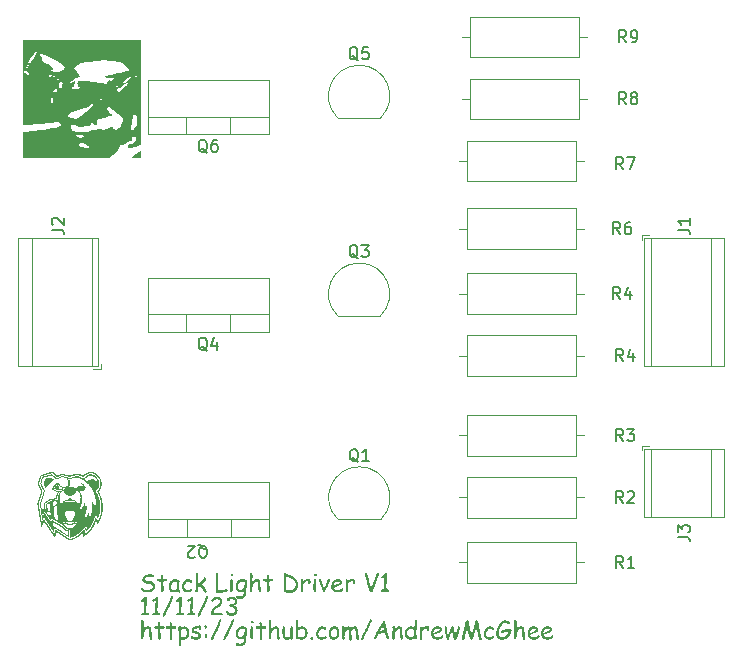
<source format=gbr>
%TF.GenerationSoftware,KiCad,Pcbnew,7.0.8*%
%TF.CreationDate,2023-11-11T13:48:29-05:00*%
%TF.ProjectId,StackLight,53746163-6b4c-4696-9768-742e6b696361,rev?*%
%TF.SameCoordinates,Original*%
%TF.FileFunction,Legend,Top*%
%TF.FilePolarity,Positive*%
%FSLAX46Y46*%
G04 Gerber Fmt 4.6, Leading zero omitted, Abs format (unit mm)*
G04 Created by KiCad (PCBNEW 7.0.8) date 2023-11-11 13:48:29*
%MOMM*%
%LPD*%
G01*
G04 APERTURE LIST*
%ADD10C,0.150000*%
%ADD11C,0.120000*%
G04 APERTURE END LIST*
D10*
X121125238Y-118504942D02*
X121220476Y-118552561D01*
X121220476Y-118552561D02*
X121315714Y-118647800D01*
X121315714Y-118647800D02*
X121458571Y-118790657D01*
X121458571Y-118790657D02*
X121553809Y-118838276D01*
X121553809Y-118838276D02*
X121649047Y-118838276D01*
X121601428Y-118600180D02*
X121696666Y-118647800D01*
X121696666Y-118647800D02*
X121791904Y-118743038D01*
X121791904Y-118743038D02*
X121839523Y-118933514D01*
X121839523Y-118933514D02*
X121839523Y-119266847D01*
X121839523Y-119266847D02*
X121791904Y-119457323D01*
X121791904Y-119457323D02*
X121696666Y-119552561D01*
X121696666Y-119552561D02*
X121601428Y-119600180D01*
X121601428Y-119600180D02*
X121410952Y-119600180D01*
X121410952Y-119600180D02*
X121315714Y-119552561D01*
X121315714Y-119552561D02*
X121220476Y-119457323D01*
X121220476Y-119457323D02*
X121172857Y-119266847D01*
X121172857Y-119266847D02*
X121172857Y-118933514D01*
X121172857Y-118933514D02*
X121220476Y-118743038D01*
X121220476Y-118743038D02*
X121315714Y-118647800D01*
X121315714Y-118647800D02*
X121410952Y-118600180D01*
X121410952Y-118600180D02*
X121601428Y-118600180D01*
X120791904Y-119504942D02*
X120744285Y-119552561D01*
X120744285Y-119552561D02*
X120649047Y-119600180D01*
X120649047Y-119600180D02*
X120410952Y-119600180D01*
X120410952Y-119600180D02*
X120315714Y-119552561D01*
X120315714Y-119552561D02*
X120268095Y-119504942D01*
X120268095Y-119504942D02*
X120220476Y-119409704D01*
X120220476Y-119409704D02*
X120220476Y-119314466D01*
X120220476Y-119314466D02*
X120268095Y-119171609D01*
X120268095Y-119171609D02*
X120839523Y-118600180D01*
X120839523Y-118600180D02*
X120220476Y-118600180D01*
G36*
X116832401Y-124495000D02*
G01*
X116627237Y-124495000D01*
X116423172Y-124493900D01*
X116405804Y-124493740D01*
X116389787Y-124493259D01*
X116375121Y-124492458D01*
X116358688Y-124491005D01*
X116341755Y-124488601D01*
X116325842Y-124484884D01*
X116322055Y-124483642D01*
X116306962Y-124476007D01*
X116294428Y-124466154D01*
X116284451Y-124454083D01*
X116277033Y-124439793D01*
X116272172Y-124423285D01*
X116270126Y-124408482D01*
X116269665Y-124396448D01*
X116271088Y-124375823D01*
X116275358Y-124357228D01*
X116282474Y-124340661D01*
X116292437Y-124326123D01*
X116305246Y-124313613D01*
X116320902Y-124303132D01*
X116339404Y-124294679D01*
X116360753Y-124288256D01*
X116376566Y-124285100D01*
X116393645Y-124282846D01*
X116411989Y-124281494D01*
X116431598Y-124281043D01*
X116481057Y-124282142D01*
X116523189Y-124283974D01*
X116522975Y-124267858D01*
X116522331Y-124249505D01*
X116521506Y-124233214D01*
X116520407Y-124215491D01*
X116519033Y-124196337D01*
X116517823Y-124181032D01*
X116516457Y-124164922D01*
X116514938Y-124148008D01*
X116514397Y-124142191D01*
X116512825Y-124124952D01*
X116511408Y-124108544D01*
X116510146Y-124092967D01*
X116509038Y-124078220D01*
X116507802Y-124059850D01*
X116506840Y-124042958D01*
X116506153Y-124027542D01*
X116505681Y-124010349D01*
X116505604Y-124001140D01*
X116505697Y-123984779D01*
X116505976Y-123967383D01*
X116506441Y-123948955D01*
X116507092Y-123929493D01*
X116507929Y-123908998D01*
X116508953Y-123887470D01*
X116510162Y-123864909D01*
X116511557Y-123841314D01*
X116513139Y-123816686D01*
X116514906Y-123791025D01*
X116516860Y-123764330D01*
X116518999Y-123736603D01*
X116521325Y-123707842D01*
X116522557Y-123693074D01*
X116523836Y-123678047D01*
X116525162Y-123662763D01*
X116526534Y-123647220D01*
X116527952Y-123631418D01*
X116529418Y-123615359D01*
X116530814Y-123599565D01*
X116532164Y-123584010D01*
X116533467Y-123568696D01*
X116534724Y-123553621D01*
X116535934Y-123538786D01*
X116538216Y-123509834D01*
X116540311Y-123481842D01*
X116542220Y-123454808D01*
X116543943Y-123428733D01*
X116545480Y-123403617D01*
X116546831Y-123379460D01*
X116547996Y-123356262D01*
X116548975Y-123334022D01*
X116549768Y-123312742D01*
X116550374Y-123292420D01*
X116550795Y-123273057D01*
X116551030Y-123254653D01*
X116551078Y-123237208D01*
X116551033Y-123228845D01*
X116534159Y-123243041D01*
X116518066Y-123256322D01*
X116502754Y-123268687D01*
X116488224Y-123280136D01*
X116474476Y-123290669D01*
X116461508Y-123300286D01*
X116449323Y-123308987D01*
X116432509Y-123320321D01*
X116417453Y-123329595D01*
X116404156Y-123336808D01*
X116389160Y-123343219D01*
X116374812Y-123346081D01*
X116359798Y-123344973D01*
X116343226Y-123340881D01*
X116327671Y-123333774D01*
X116315147Y-123325281D01*
X116303371Y-123314574D01*
X116293037Y-123302424D01*
X116284841Y-123289604D01*
X116278783Y-123276114D01*
X116274863Y-123261955D01*
X116273081Y-123247126D01*
X116272963Y-123242034D01*
X116275127Y-123226068D01*
X116281621Y-123209082D01*
X116289933Y-123194760D01*
X116301015Y-123179785D01*
X116311145Y-123168125D01*
X116322834Y-123156098D01*
X116336081Y-123143705D01*
X116350886Y-123130944D01*
X116361623Y-123122233D01*
X116376266Y-123111494D01*
X116388195Y-123102447D01*
X116400935Y-123092551D01*
X116414487Y-123081805D01*
X116428851Y-123070209D01*
X116444025Y-123057762D01*
X116460012Y-123044466D01*
X116476809Y-123030320D01*
X116488458Y-123020416D01*
X116500468Y-123010135D01*
X116512839Y-122999476D01*
X116519159Y-122994005D01*
X116530484Y-122982692D01*
X116541742Y-122972109D01*
X116552935Y-122962256D01*
X116569601Y-122948845D01*
X116586118Y-122937076D01*
X116602487Y-122926949D01*
X116618709Y-122918464D01*
X116634782Y-122911621D01*
X116650707Y-122906421D01*
X116666484Y-122902863D01*
X116682113Y-122900947D01*
X116692450Y-122900582D01*
X116708593Y-122901796D01*
X116725744Y-122906726D01*
X116739533Y-122915449D01*
X116749959Y-122927964D01*
X116757021Y-122944271D01*
X116760250Y-122960048D01*
X116761326Y-122978251D01*
X116760833Y-122993208D01*
X116759568Y-123009471D01*
X116757823Y-123025993D01*
X116755852Y-123041857D01*
X116755098Y-123047494D01*
X116752981Y-123063882D01*
X116751303Y-123078698D01*
X116749898Y-123093998D01*
X116749022Y-123108864D01*
X116748870Y-123116737D01*
X116749045Y-123132971D01*
X116749474Y-123149509D01*
X116750029Y-123165140D01*
X116750762Y-123182453D01*
X116751478Y-123197514D01*
X116752308Y-123213651D01*
X116752533Y-123217854D01*
X116753392Y-123234174D01*
X116754136Y-123249430D01*
X116754905Y-123267002D01*
X116755496Y-123282911D01*
X116755968Y-123299805D01*
X116756193Y-123316487D01*
X116756197Y-123318604D01*
X116756100Y-123333426D01*
X116755808Y-123349132D01*
X116755321Y-123365723D01*
X116754640Y-123383198D01*
X116753764Y-123401558D01*
X116752694Y-123420802D01*
X116751429Y-123440931D01*
X116749969Y-123461944D01*
X116748314Y-123483841D01*
X116746465Y-123506623D01*
X116744422Y-123530289D01*
X116742184Y-123554840D01*
X116739751Y-123580275D01*
X116737123Y-123606595D01*
X116734301Y-123633799D01*
X116731284Y-123661887D01*
X116728312Y-123689973D01*
X116725531Y-123717168D01*
X116722942Y-123743473D01*
X116720545Y-123768888D01*
X116718340Y-123793413D01*
X116716326Y-123817048D01*
X116714504Y-123839793D01*
X116712874Y-123861647D01*
X116711436Y-123882612D01*
X116710190Y-123902686D01*
X116709135Y-123921870D01*
X116708272Y-123940164D01*
X116707601Y-123957567D01*
X116707121Y-123974081D01*
X116706834Y-123989704D01*
X116706738Y-124004438D01*
X116706864Y-124019401D01*
X116707242Y-124035167D01*
X116707871Y-124051733D01*
X116708753Y-124069101D01*
X116709886Y-124087270D01*
X116711272Y-124106241D01*
X116712476Y-124120995D01*
X116713822Y-124136200D01*
X116714798Y-124146587D01*
X116716313Y-124162051D01*
X116717700Y-124176980D01*
X116719349Y-124196053D01*
X116720768Y-124214177D01*
X116721959Y-124231350D01*
X116722921Y-124247573D01*
X116723654Y-124262846D01*
X116724247Y-124280601D01*
X116724323Y-124283974D01*
X116832401Y-124282142D01*
X116848084Y-124283211D01*
X116862712Y-124286418D01*
X116878442Y-124292862D01*
X116892735Y-124302216D01*
X116903842Y-124312550D01*
X116913553Y-124324481D01*
X116921256Y-124337469D01*
X116926948Y-124351512D01*
X116930632Y-124366612D01*
X116932307Y-124382768D01*
X116932418Y-124388387D01*
X116931414Y-124405256D01*
X116928400Y-124420965D01*
X116923376Y-124435515D01*
X116916344Y-124448906D01*
X116907302Y-124461138D01*
X116903842Y-124464958D01*
X116892735Y-124475167D01*
X116878442Y-124484409D01*
X116862712Y-124490775D01*
X116848084Y-124493943D01*
X116832401Y-124495000D01*
G37*
G36*
X117777621Y-124495000D02*
G01*
X117572457Y-124495000D01*
X117368392Y-124493900D01*
X117351024Y-124493740D01*
X117335007Y-124493259D01*
X117320341Y-124492458D01*
X117303908Y-124491005D01*
X117286975Y-124488601D01*
X117271062Y-124484884D01*
X117267275Y-124483642D01*
X117252182Y-124476007D01*
X117239648Y-124466154D01*
X117229671Y-124454083D01*
X117222252Y-124439793D01*
X117217392Y-124423285D01*
X117215346Y-124408482D01*
X117214885Y-124396448D01*
X117216308Y-124375823D01*
X117220578Y-124357228D01*
X117227694Y-124340661D01*
X117237657Y-124326123D01*
X117250466Y-124313613D01*
X117266122Y-124303132D01*
X117284624Y-124294679D01*
X117305972Y-124288256D01*
X117321786Y-124285100D01*
X117338865Y-124282846D01*
X117357209Y-124281494D01*
X117376818Y-124281043D01*
X117426277Y-124282142D01*
X117468409Y-124283974D01*
X117468194Y-124267858D01*
X117467550Y-124249505D01*
X117466726Y-124233214D01*
X117465627Y-124215491D01*
X117464253Y-124196337D01*
X117463042Y-124181032D01*
X117461677Y-124164922D01*
X117460157Y-124148008D01*
X117459616Y-124142191D01*
X117458045Y-124124952D01*
X117456628Y-124108544D01*
X117455366Y-124092967D01*
X117454258Y-124078220D01*
X117453022Y-124059850D01*
X117452060Y-124042958D01*
X117451373Y-124027542D01*
X117450901Y-124010349D01*
X117450824Y-124001140D01*
X117450917Y-123984779D01*
X117451196Y-123967383D01*
X117451661Y-123948955D01*
X117452312Y-123929493D01*
X117453149Y-123908998D01*
X117454172Y-123887470D01*
X117455382Y-123864909D01*
X117456777Y-123841314D01*
X117458358Y-123816686D01*
X117460126Y-123791025D01*
X117462079Y-123764330D01*
X117464219Y-123736603D01*
X117466544Y-123707842D01*
X117467777Y-123693074D01*
X117469056Y-123678047D01*
X117470382Y-123662763D01*
X117471754Y-123647220D01*
X117473172Y-123631418D01*
X117474637Y-123615359D01*
X117476034Y-123599565D01*
X117477384Y-123584010D01*
X117478687Y-123568696D01*
X117479944Y-123553621D01*
X117481154Y-123538786D01*
X117483435Y-123509834D01*
X117485531Y-123481842D01*
X117487440Y-123454808D01*
X117489163Y-123428733D01*
X117490700Y-123403617D01*
X117492051Y-123379460D01*
X117493216Y-123356262D01*
X117494195Y-123334022D01*
X117494987Y-123312742D01*
X117495594Y-123292420D01*
X117496015Y-123273057D01*
X117496250Y-123254653D01*
X117496298Y-123237208D01*
X117496253Y-123228845D01*
X117479379Y-123243041D01*
X117463286Y-123256322D01*
X117447974Y-123268687D01*
X117433444Y-123280136D01*
X117419696Y-123290669D01*
X117406728Y-123300286D01*
X117394542Y-123308987D01*
X117377729Y-123320321D01*
X117362673Y-123329595D01*
X117349375Y-123336808D01*
X117334380Y-123343219D01*
X117320032Y-123346081D01*
X117305018Y-123344973D01*
X117288446Y-123340881D01*
X117272891Y-123333774D01*
X117260367Y-123325281D01*
X117248591Y-123314574D01*
X117238257Y-123302424D01*
X117230061Y-123289604D01*
X117224003Y-123276114D01*
X117220083Y-123261955D01*
X117218301Y-123247126D01*
X117218182Y-123242034D01*
X117220347Y-123226068D01*
X117226841Y-123209082D01*
X117235152Y-123194760D01*
X117246235Y-123179785D01*
X117256365Y-123168125D01*
X117268054Y-123156098D01*
X117281301Y-123143705D01*
X117296106Y-123130944D01*
X117306842Y-123122233D01*
X117321486Y-123111494D01*
X117333415Y-123102447D01*
X117346155Y-123092551D01*
X117359707Y-123081805D01*
X117374070Y-123070209D01*
X117389245Y-123057762D01*
X117405231Y-123044466D01*
X117422029Y-123030320D01*
X117433678Y-123020416D01*
X117445688Y-123010135D01*
X117458059Y-122999476D01*
X117464379Y-122994005D01*
X117475704Y-122982692D01*
X117486962Y-122972109D01*
X117498155Y-122962256D01*
X117514820Y-122948845D01*
X117531338Y-122937076D01*
X117547707Y-122926949D01*
X117563929Y-122918464D01*
X117580002Y-122911621D01*
X117595927Y-122906421D01*
X117611704Y-122902863D01*
X117627333Y-122900947D01*
X117637669Y-122900582D01*
X117653812Y-122901796D01*
X117670964Y-122906726D01*
X117684753Y-122915449D01*
X117695179Y-122927964D01*
X117702241Y-122944271D01*
X117705470Y-122960048D01*
X117706546Y-122978251D01*
X117706053Y-122993208D01*
X117704788Y-123009471D01*
X117703043Y-123025993D01*
X117701072Y-123041857D01*
X117700318Y-123047494D01*
X117698201Y-123063882D01*
X117696522Y-123078698D01*
X117695117Y-123093998D01*
X117694242Y-123108864D01*
X117694090Y-123116737D01*
X117694265Y-123132971D01*
X117694694Y-123149509D01*
X117695249Y-123165140D01*
X117695982Y-123182453D01*
X117696698Y-123197514D01*
X117697528Y-123213651D01*
X117697753Y-123217854D01*
X117698612Y-123234174D01*
X117699356Y-123249430D01*
X117700125Y-123267002D01*
X117700716Y-123282911D01*
X117701188Y-123299805D01*
X117701413Y-123316487D01*
X117701417Y-123318604D01*
X117701319Y-123333426D01*
X117701028Y-123349132D01*
X117700541Y-123365723D01*
X117699860Y-123383198D01*
X117698984Y-123401558D01*
X117697913Y-123420802D01*
X117696648Y-123440931D01*
X117695189Y-123461944D01*
X117693534Y-123483841D01*
X117691685Y-123506623D01*
X117689642Y-123530289D01*
X117687403Y-123554840D01*
X117684970Y-123580275D01*
X117682343Y-123606595D01*
X117679521Y-123633799D01*
X117676504Y-123661887D01*
X117673532Y-123689973D01*
X117670751Y-123717168D01*
X117668162Y-123743473D01*
X117665765Y-123768888D01*
X117663560Y-123793413D01*
X117661546Y-123817048D01*
X117659724Y-123839793D01*
X117658094Y-123861647D01*
X117656656Y-123882612D01*
X117655409Y-123902686D01*
X117654355Y-123921870D01*
X117653492Y-123940164D01*
X117652821Y-123957567D01*
X117652341Y-123974081D01*
X117652054Y-123989704D01*
X117651958Y-124004438D01*
X117652084Y-124019401D01*
X117652461Y-124035167D01*
X117653091Y-124051733D01*
X117653973Y-124069101D01*
X117655106Y-124087270D01*
X117656491Y-124106241D01*
X117657696Y-124120995D01*
X117659042Y-124136200D01*
X117660018Y-124146587D01*
X117661533Y-124162051D01*
X117662920Y-124176980D01*
X117664569Y-124196053D01*
X117665988Y-124214177D01*
X117667179Y-124231350D01*
X117668141Y-124247573D01*
X117668873Y-124262846D01*
X117669467Y-124280601D01*
X117669543Y-124283974D01*
X117777621Y-124282142D01*
X117793304Y-124283211D01*
X117807931Y-124286418D01*
X117823662Y-124292862D01*
X117837955Y-124302216D01*
X117849062Y-124312550D01*
X117858773Y-124324481D01*
X117866475Y-124337469D01*
X117872168Y-124351512D01*
X117875852Y-124366612D01*
X117877526Y-124382768D01*
X117877638Y-124388387D01*
X117876633Y-124405256D01*
X117873619Y-124420965D01*
X117868596Y-124435515D01*
X117861564Y-124448906D01*
X117852522Y-124461138D01*
X117849062Y-124464958D01*
X117837955Y-124475167D01*
X117823662Y-124484409D01*
X117807931Y-124490775D01*
X117793304Y-124493943D01*
X117777621Y-124495000D01*
G37*
G36*
X118179889Y-124588789D02*
G01*
X118163657Y-124587562D01*
X118148303Y-124583880D01*
X118133824Y-124577744D01*
X118120223Y-124569154D01*
X118112844Y-124563143D01*
X118101566Y-124551327D01*
X118093059Y-124538319D01*
X118087321Y-124524119D01*
X118084353Y-124508727D01*
X118083901Y-124499396D01*
X118085304Y-124484550D01*
X118089118Y-124470010D01*
X118091228Y-124464225D01*
X118096382Y-124450181D01*
X118101814Y-124435757D01*
X118107525Y-124420952D01*
X118113514Y-124405767D01*
X118119781Y-124390201D01*
X118126326Y-124374254D01*
X118133150Y-124357926D01*
X118140253Y-124341218D01*
X118147633Y-124324129D01*
X118155292Y-124306660D01*
X118163229Y-124288809D01*
X118171445Y-124270578D01*
X118179939Y-124251967D01*
X118188711Y-124232975D01*
X118197762Y-124213602D01*
X118207091Y-124193848D01*
X118216698Y-124173714D01*
X118226584Y-124153199D01*
X118236748Y-124132303D01*
X118247191Y-124111027D01*
X118257912Y-124089370D01*
X118268911Y-124067332D01*
X118280188Y-124044914D01*
X118291744Y-124022115D01*
X118303578Y-123998935D01*
X118315691Y-123975375D01*
X118328082Y-123951434D01*
X118340751Y-123927112D01*
X118353699Y-123902410D01*
X118366925Y-123877327D01*
X118380429Y-123851863D01*
X118394212Y-123826018D01*
X118407995Y-123800150D01*
X118421503Y-123774662D01*
X118434734Y-123749552D01*
X118447689Y-123724822D01*
X118460368Y-123700471D01*
X118472771Y-123676499D01*
X118484898Y-123652906D01*
X118496748Y-123629693D01*
X118508322Y-123606859D01*
X118519620Y-123584404D01*
X118530642Y-123562328D01*
X118541387Y-123540632D01*
X118551856Y-123519315D01*
X118562049Y-123498377D01*
X118571966Y-123477818D01*
X118581607Y-123457639D01*
X118590971Y-123437839D01*
X118600060Y-123418418D01*
X118608872Y-123399376D01*
X118617408Y-123380714D01*
X118625667Y-123362431D01*
X118633651Y-123344527D01*
X118641358Y-123327002D01*
X118648789Y-123309857D01*
X118655944Y-123293091D01*
X118662822Y-123276704D01*
X118669425Y-123260696D01*
X118675751Y-123245068D01*
X118681801Y-123229818D01*
X118687575Y-123214948D01*
X118693073Y-123200458D01*
X118698294Y-123186346D01*
X118706656Y-123163652D01*
X118714891Y-123141684D01*
X118722997Y-123120444D01*
X118730975Y-123099930D01*
X118738825Y-123080144D01*
X118746547Y-123061084D01*
X118754141Y-123042752D01*
X118761606Y-123025146D01*
X118768944Y-123008268D01*
X118776154Y-122992116D01*
X118783235Y-122976692D01*
X118790188Y-122961994D01*
X118797014Y-122948024D01*
X118803711Y-122934780D01*
X118816721Y-122910474D01*
X118829219Y-122889076D01*
X118841205Y-122870586D01*
X118852678Y-122855004D01*
X118863639Y-122842330D01*
X118879119Y-122828772D01*
X118893447Y-122821757D01*
X118902359Y-122820715D01*
X118918573Y-122822405D01*
X118933875Y-122826515D01*
X118948265Y-122833044D01*
X118961744Y-122841993D01*
X118969037Y-122848192D01*
X118980315Y-122860098D01*
X118988822Y-122873056D01*
X118994560Y-122887066D01*
X118997528Y-122902128D01*
X118997980Y-122911207D01*
X118996871Y-122926985D01*
X118993976Y-122942714D01*
X118989895Y-122957913D01*
X118986623Y-122967993D01*
X118871218Y-123248262D01*
X118862378Y-123272306D01*
X118853077Y-123296811D01*
X118843316Y-123321777D01*
X118833093Y-123347203D01*
X118822410Y-123373090D01*
X118811266Y-123399439D01*
X118799661Y-123426248D01*
X118793686Y-123439825D01*
X118787595Y-123453517D01*
X118781390Y-123467325D01*
X118775069Y-123481248D01*
X118768633Y-123495286D01*
X118762081Y-123509440D01*
X118755415Y-123523708D01*
X118748633Y-123538092D01*
X118741736Y-123552591D01*
X118734724Y-123567205D01*
X118727597Y-123581934D01*
X118720355Y-123596779D01*
X118712997Y-123611739D01*
X118705524Y-123626813D01*
X118697936Y-123642004D01*
X118690233Y-123657309D01*
X118682414Y-123672730D01*
X118674480Y-123688265D01*
X118449899Y-124114713D01*
X118263420Y-124527972D01*
X118256024Y-124542226D01*
X118247758Y-124554579D01*
X118236201Y-124567349D01*
X118223286Y-124577148D01*
X118209010Y-124583978D01*
X118193375Y-124587838D01*
X118179889Y-124588789D01*
G37*
G36*
X119797020Y-124495000D02*
G01*
X119591856Y-124495000D01*
X119387792Y-124493900D01*
X119370424Y-124493740D01*
X119354407Y-124493259D01*
X119339741Y-124492458D01*
X119323308Y-124491005D01*
X119306375Y-124488601D01*
X119290462Y-124484884D01*
X119286675Y-124483642D01*
X119271582Y-124476007D01*
X119259047Y-124466154D01*
X119249071Y-124454083D01*
X119241652Y-124439793D01*
X119236792Y-124423285D01*
X119234745Y-124408482D01*
X119234285Y-124396448D01*
X119235708Y-124375823D01*
X119239978Y-124357228D01*
X119247094Y-124340661D01*
X119257057Y-124326123D01*
X119269866Y-124313613D01*
X119285522Y-124303132D01*
X119304024Y-124294679D01*
X119325372Y-124288256D01*
X119341186Y-124285100D01*
X119358265Y-124282846D01*
X119376609Y-124281494D01*
X119396218Y-124281043D01*
X119445677Y-124282142D01*
X119487809Y-124283974D01*
X119487594Y-124267858D01*
X119486950Y-124249505D01*
X119486126Y-124233214D01*
X119485027Y-124215491D01*
X119483653Y-124196337D01*
X119482442Y-124181032D01*
X119481077Y-124164922D01*
X119479557Y-124148008D01*
X119479016Y-124142191D01*
X119477445Y-124124952D01*
X119476028Y-124108544D01*
X119474766Y-124092967D01*
X119473658Y-124078220D01*
X119472422Y-124059850D01*
X119471460Y-124042958D01*
X119470773Y-124027542D01*
X119470301Y-124010349D01*
X119470224Y-124001140D01*
X119470317Y-123984779D01*
X119470596Y-123967383D01*
X119471061Y-123948955D01*
X119471712Y-123929493D01*
X119472549Y-123908998D01*
X119473572Y-123887470D01*
X119474782Y-123864909D01*
X119476177Y-123841314D01*
X119477758Y-123816686D01*
X119479526Y-123791025D01*
X119481479Y-123764330D01*
X119483619Y-123736603D01*
X119485944Y-123707842D01*
X119487177Y-123693074D01*
X119488456Y-123678047D01*
X119489781Y-123662763D01*
X119491153Y-123647220D01*
X119492572Y-123631418D01*
X119494037Y-123615359D01*
X119495434Y-123599565D01*
X119496783Y-123584010D01*
X119498087Y-123568696D01*
X119499344Y-123553621D01*
X119500554Y-123538786D01*
X119502835Y-123509834D01*
X119504930Y-123481842D01*
X119506840Y-123454808D01*
X119508563Y-123428733D01*
X119510100Y-123403617D01*
X119511451Y-123379460D01*
X119512616Y-123356262D01*
X119513594Y-123334022D01*
X119514387Y-123312742D01*
X119514994Y-123292420D01*
X119515415Y-123273057D01*
X119515649Y-123254653D01*
X119515698Y-123237208D01*
X119515653Y-123228845D01*
X119498778Y-123243041D01*
X119482686Y-123256322D01*
X119467374Y-123268687D01*
X119452844Y-123280136D01*
X119439095Y-123290669D01*
X119426128Y-123300286D01*
X119413942Y-123308987D01*
X119397128Y-123320321D01*
X119382073Y-123329595D01*
X119368775Y-123336808D01*
X119353780Y-123343219D01*
X119339431Y-123346081D01*
X119324418Y-123344973D01*
X119307846Y-123340881D01*
X119292291Y-123333774D01*
X119279767Y-123325281D01*
X119267990Y-123314574D01*
X119257656Y-123302424D01*
X119249460Y-123289604D01*
X119243403Y-123276114D01*
X119239483Y-123261955D01*
X119237701Y-123247126D01*
X119237582Y-123242034D01*
X119239747Y-123226068D01*
X119246240Y-123209082D01*
X119254552Y-123194760D01*
X119265635Y-123179785D01*
X119275765Y-123168125D01*
X119287454Y-123156098D01*
X119300701Y-123143705D01*
X119315506Y-123130944D01*
X119326242Y-123122233D01*
X119340885Y-123111494D01*
X119352814Y-123102447D01*
X119365555Y-123092551D01*
X119379107Y-123081805D01*
X119393470Y-123070209D01*
X119408645Y-123057762D01*
X119424631Y-123044466D01*
X119441429Y-123030320D01*
X119453078Y-123020416D01*
X119465088Y-123010135D01*
X119477458Y-122999476D01*
X119483779Y-122994005D01*
X119495103Y-122982692D01*
X119506362Y-122972109D01*
X119517555Y-122962256D01*
X119534220Y-122948845D01*
X119550738Y-122937076D01*
X119567107Y-122926949D01*
X119583328Y-122918464D01*
X119599402Y-122911621D01*
X119615327Y-122906421D01*
X119631104Y-122902863D01*
X119646732Y-122900947D01*
X119657069Y-122900582D01*
X119673212Y-122901796D01*
X119690364Y-122906726D01*
X119704153Y-122915449D01*
X119714578Y-122927964D01*
X119721641Y-122944271D01*
X119724870Y-122960048D01*
X119725946Y-122978251D01*
X119725453Y-122993208D01*
X119724188Y-123009471D01*
X119722442Y-123025993D01*
X119720472Y-123041857D01*
X119719718Y-123047494D01*
X119717601Y-123063882D01*
X119715922Y-123078698D01*
X119714517Y-123093998D01*
X119713641Y-123108864D01*
X119713489Y-123116737D01*
X119713665Y-123132971D01*
X119714094Y-123149509D01*
X119714649Y-123165140D01*
X119715382Y-123182453D01*
X119716098Y-123197514D01*
X119716928Y-123213651D01*
X119717153Y-123217854D01*
X119718012Y-123234174D01*
X119718756Y-123249430D01*
X119719525Y-123267002D01*
X119720115Y-123282911D01*
X119720588Y-123299805D01*
X119720813Y-123316487D01*
X119720817Y-123318604D01*
X119720719Y-123333426D01*
X119720427Y-123349132D01*
X119719941Y-123365723D01*
X119719260Y-123383198D01*
X119718384Y-123401558D01*
X119717313Y-123420802D01*
X119716048Y-123440931D01*
X119714588Y-123461944D01*
X119712934Y-123483841D01*
X119711085Y-123506623D01*
X119709041Y-123530289D01*
X119706803Y-123554840D01*
X119704370Y-123580275D01*
X119701743Y-123606595D01*
X119698921Y-123633799D01*
X119695904Y-123661887D01*
X119692931Y-123689973D01*
X119690151Y-123717168D01*
X119687562Y-123743473D01*
X119685165Y-123768888D01*
X119682960Y-123793413D01*
X119680946Y-123817048D01*
X119679124Y-123839793D01*
X119677494Y-123861647D01*
X119676056Y-123882612D01*
X119674809Y-123902686D01*
X119673755Y-123921870D01*
X119672892Y-123940164D01*
X119672220Y-123957567D01*
X119671741Y-123974081D01*
X119671453Y-123989704D01*
X119671357Y-124004438D01*
X119671483Y-124019401D01*
X119671861Y-124035167D01*
X119672491Y-124051733D01*
X119673372Y-124069101D01*
X119674506Y-124087270D01*
X119675891Y-124106241D01*
X119677096Y-124120995D01*
X119678441Y-124136200D01*
X119679418Y-124146587D01*
X119680933Y-124162051D01*
X119682320Y-124176980D01*
X119683968Y-124196053D01*
X119685388Y-124214177D01*
X119686579Y-124231350D01*
X119687540Y-124247573D01*
X119688273Y-124262846D01*
X119688867Y-124280601D01*
X119688943Y-124283974D01*
X119797020Y-124282142D01*
X119812704Y-124283211D01*
X119827331Y-124286418D01*
X119843062Y-124292862D01*
X119857355Y-124302216D01*
X119868461Y-124312550D01*
X119878173Y-124324481D01*
X119885875Y-124337469D01*
X119891568Y-124351512D01*
X119895252Y-124366612D01*
X119896926Y-124382768D01*
X119897038Y-124388387D01*
X119896033Y-124405256D01*
X119893019Y-124420965D01*
X119887996Y-124435515D01*
X119880964Y-124448906D01*
X119871922Y-124461138D01*
X119868461Y-124464958D01*
X119857355Y-124475167D01*
X119843062Y-124484409D01*
X119827331Y-124490775D01*
X119812704Y-124493943D01*
X119797020Y-124495000D01*
G37*
G36*
X120742240Y-124495000D02*
G01*
X120537076Y-124495000D01*
X120333011Y-124493900D01*
X120315643Y-124493740D01*
X120299626Y-124493259D01*
X120284960Y-124492458D01*
X120268528Y-124491005D01*
X120251595Y-124488601D01*
X120235682Y-124484884D01*
X120231895Y-124483642D01*
X120216802Y-124476007D01*
X120204267Y-124466154D01*
X120194291Y-124454083D01*
X120186872Y-124439793D01*
X120182012Y-124423285D01*
X120179965Y-124408482D01*
X120179505Y-124396448D01*
X120180928Y-124375823D01*
X120185198Y-124357228D01*
X120192314Y-124340661D01*
X120202277Y-124326123D01*
X120215086Y-124313613D01*
X120230741Y-124303132D01*
X120249243Y-124294679D01*
X120270592Y-124288256D01*
X120286406Y-124285100D01*
X120303485Y-124282846D01*
X120321829Y-124281494D01*
X120341438Y-124281043D01*
X120390897Y-124282142D01*
X120433029Y-124283974D01*
X120432814Y-124267858D01*
X120432170Y-124249505D01*
X120431346Y-124233214D01*
X120430247Y-124215491D01*
X120428873Y-124196337D01*
X120427662Y-124181032D01*
X120426297Y-124164922D01*
X120424777Y-124148008D01*
X120424236Y-124142191D01*
X120422665Y-124124952D01*
X120421248Y-124108544D01*
X120419986Y-124092967D01*
X120418878Y-124078220D01*
X120417642Y-124059850D01*
X120416680Y-124042958D01*
X120415993Y-124027542D01*
X120415521Y-124010349D01*
X120415443Y-124001140D01*
X120415536Y-123984779D01*
X120415815Y-123967383D01*
X120416281Y-123948955D01*
X120416932Y-123929493D01*
X120417769Y-123908998D01*
X120418792Y-123887470D01*
X120420001Y-123864909D01*
X120421397Y-123841314D01*
X120422978Y-123816686D01*
X120424746Y-123791025D01*
X120426699Y-123764330D01*
X120428839Y-123736603D01*
X120431164Y-123707842D01*
X120432397Y-123693074D01*
X120433676Y-123678047D01*
X120435001Y-123662763D01*
X120436373Y-123647220D01*
X120437792Y-123631418D01*
X120439257Y-123615359D01*
X120440653Y-123599565D01*
X120442003Y-123584010D01*
X120443307Y-123568696D01*
X120444564Y-123553621D01*
X120445774Y-123538786D01*
X120448055Y-123509834D01*
X120450150Y-123481842D01*
X120452059Y-123454808D01*
X120453782Y-123428733D01*
X120455319Y-123403617D01*
X120456670Y-123379460D01*
X120457835Y-123356262D01*
X120458814Y-123334022D01*
X120459607Y-123312742D01*
X120460214Y-123292420D01*
X120460635Y-123273057D01*
X120460869Y-123254653D01*
X120460918Y-123237208D01*
X120460872Y-123228845D01*
X120443998Y-123243041D01*
X120427905Y-123256322D01*
X120412594Y-123268687D01*
X120398064Y-123280136D01*
X120384315Y-123290669D01*
X120371348Y-123300286D01*
X120359162Y-123308987D01*
X120342348Y-123320321D01*
X120327293Y-123329595D01*
X120313995Y-123336808D01*
X120299000Y-123343219D01*
X120284651Y-123346081D01*
X120269637Y-123344973D01*
X120253066Y-123340881D01*
X120237511Y-123333774D01*
X120224987Y-123325281D01*
X120213210Y-123314574D01*
X120202876Y-123302424D01*
X120194680Y-123289604D01*
X120188622Y-123276114D01*
X120184703Y-123261955D01*
X120182921Y-123247126D01*
X120182802Y-123242034D01*
X120184967Y-123226068D01*
X120191460Y-123209082D01*
X120199772Y-123194760D01*
X120210855Y-123179785D01*
X120220985Y-123168125D01*
X120232673Y-123156098D01*
X120245920Y-123143705D01*
X120260726Y-123130944D01*
X120271462Y-123122233D01*
X120286105Y-123111494D01*
X120298034Y-123102447D01*
X120310775Y-123092551D01*
X120324327Y-123081805D01*
X120338690Y-123070209D01*
X120353865Y-123057762D01*
X120369851Y-123044466D01*
X120386649Y-123030320D01*
X120398298Y-123020416D01*
X120410308Y-123010135D01*
X120422678Y-122999476D01*
X120428999Y-122994005D01*
X120440323Y-122982692D01*
X120451582Y-122972109D01*
X120462774Y-122962256D01*
X120479440Y-122948845D01*
X120495958Y-122937076D01*
X120512327Y-122926949D01*
X120528548Y-122918464D01*
X120544621Y-122911621D01*
X120560546Y-122906421D01*
X120576323Y-122902863D01*
X120591952Y-122900947D01*
X120602289Y-122900582D01*
X120618432Y-122901796D01*
X120635584Y-122906726D01*
X120649373Y-122915449D01*
X120659798Y-122927964D01*
X120666861Y-122944271D01*
X120670089Y-122960048D01*
X120671166Y-122978251D01*
X120670673Y-122993208D01*
X120669408Y-123009471D01*
X120667662Y-123025993D01*
X120665692Y-123041857D01*
X120664937Y-123047494D01*
X120662821Y-123063882D01*
X120661142Y-123078698D01*
X120659737Y-123093998D01*
X120658861Y-123108864D01*
X120658709Y-123116737D01*
X120658885Y-123132971D01*
X120659314Y-123149509D01*
X120659868Y-123165140D01*
X120660602Y-123182453D01*
X120661317Y-123197514D01*
X120662147Y-123213651D01*
X120662373Y-123217854D01*
X120663232Y-123234174D01*
X120663976Y-123249430D01*
X120664745Y-123267002D01*
X120665335Y-123282911D01*
X120665808Y-123299805D01*
X120666033Y-123316487D01*
X120666036Y-123318604D01*
X120665939Y-123333426D01*
X120665647Y-123349132D01*
X120665161Y-123365723D01*
X120664479Y-123383198D01*
X120663604Y-123401558D01*
X120662533Y-123420802D01*
X120661268Y-123440931D01*
X120659808Y-123461944D01*
X120658154Y-123483841D01*
X120656305Y-123506623D01*
X120654261Y-123530289D01*
X120652023Y-123554840D01*
X120649590Y-123580275D01*
X120646963Y-123606595D01*
X120644140Y-123633799D01*
X120641124Y-123661887D01*
X120638151Y-123689973D01*
X120635371Y-123717168D01*
X120632782Y-123743473D01*
X120630385Y-123768888D01*
X120628179Y-123793413D01*
X120626166Y-123817048D01*
X120624344Y-123839793D01*
X120622714Y-123861647D01*
X120621276Y-123882612D01*
X120620029Y-123902686D01*
X120618974Y-123921870D01*
X120618111Y-123940164D01*
X120617440Y-123957567D01*
X120616961Y-123974081D01*
X120616673Y-123989704D01*
X120616577Y-124004438D01*
X120616703Y-124019401D01*
X120617081Y-124035167D01*
X120617711Y-124051733D01*
X120618592Y-124069101D01*
X120619726Y-124087270D01*
X120621111Y-124106241D01*
X120622315Y-124120995D01*
X120623661Y-124136200D01*
X120624637Y-124146587D01*
X120626153Y-124162051D01*
X120627540Y-124176980D01*
X120629188Y-124196053D01*
X120630608Y-124214177D01*
X120631799Y-124231350D01*
X120632760Y-124247573D01*
X120633493Y-124262846D01*
X120634087Y-124280601D01*
X120634163Y-124283974D01*
X120742240Y-124282142D01*
X120757924Y-124283211D01*
X120772551Y-124286418D01*
X120788282Y-124292862D01*
X120802574Y-124302216D01*
X120813681Y-124312550D01*
X120823393Y-124324481D01*
X120831095Y-124337469D01*
X120836788Y-124351512D01*
X120840472Y-124366612D01*
X120842146Y-124382768D01*
X120842258Y-124388387D01*
X120841253Y-124405256D01*
X120838239Y-124420965D01*
X120833216Y-124435515D01*
X120826183Y-124448906D01*
X120817142Y-124461138D01*
X120813681Y-124464958D01*
X120802574Y-124475167D01*
X120788282Y-124484409D01*
X120772551Y-124490775D01*
X120757924Y-124493943D01*
X120742240Y-124495000D01*
G37*
G36*
X121144508Y-124588789D02*
G01*
X121128277Y-124587562D01*
X121112922Y-124583880D01*
X121098444Y-124577744D01*
X121084842Y-124569154D01*
X121077464Y-124563143D01*
X121066186Y-124551327D01*
X121057678Y-124538319D01*
X121051941Y-124524119D01*
X121048973Y-124508727D01*
X121048521Y-124499396D01*
X121049923Y-124484550D01*
X121053737Y-124470010D01*
X121055848Y-124464225D01*
X121061002Y-124450181D01*
X121066434Y-124435757D01*
X121072144Y-124420952D01*
X121078133Y-124405767D01*
X121084401Y-124390201D01*
X121090946Y-124374254D01*
X121097770Y-124357926D01*
X121104872Y-124341218D01*
X121112253Y-124324129D01*
X121119912Y-124306660D01*
X121127849Y-124288809D01*
X121136065Y-124270578D01*
X121144559Y-124251967D01*
X121153331Y-124232975D01*
X121162382Y-124213602D01*
X121171711Y-124193848D01*
X121181318Y-124173714D01*
X121191204Y-124153199D01*
X121201368Y-124132303D01*
X121211810Y-124111027D01*
X121222531Y-124089370D01*
X121233530Y-124067332D01*
X121244808Y-124044914D01*
X121256364Y-124022115D01*
X121268198Y-123998935D01*
X121280311Y-123975375D01*
X121292701Y-123951434D01*
X121305371Y-123927112D01*
X121318318Y-123902410D01*
X121331544Y-123877327D01*
X121345049Y-123851863D01*
X121358831Y-123826018D01*
X121372615Y-123800150D01*
X121386123Y-123774662D01*
X121399354Y-123749552D01*
X121412309Y-123724822D01*
X121424988Y-123700471D01*
X121437391Y-123676499D01*
X121449517Y-123652906D01*
X121461368Y-123629693D01*
X121472942Y-123606859D01*
X121484240Y-123584404D01*
X121495261Y-123562328D01*
X121506007Y-123540632D01*
X121516476Y-123519315D01*
X121526669Y-123498377D01*
X121536586Y-123477818D01*
X121546227Y-123457639D01*
X121555591Y-123437839D01*
X121564679Y-123418418D01*
X121573491Y-123399376D01*
X121582027Y-123380714D01*
X121590287Y-123362431D01*
X121598270Y-123344527D01*
X121605978Y-123327002D01*
X121613409Y-123309857D01*
X121620564Y-123293091D01*
X121627442Y-123276704D01*
X121634045Y-123260696D01*
X121640371Y-123245068D01*
X121646421Y-123229818D01*
X121652195Y-123214948D01*
X121657692Y-123200458D01*
X121662914Y-123186346D01*
X121671276Y-123163652D01*
X121679510Y-123141684D01*
X121687616Y-123120444D01*
X121695595Y-123099930D01*
X121703445Y-123080144D01*
X121711166Y-123061084D01*
X121718760Y-123042752D01*
X121726226Y-123025146D01*
X121733564Y-123008268D01*
X121740773Y-122992116D01*
X121747855Y-122976692D01*
X121754808Y-122961994D01*
X121761633Y-122948024D01*
X121768331Y-122934780D01*
X121781341Y-122910474D01*
X121793839Y-122889076D01*
X121805824Y-122870586D01*
X121817298Y-122855004D01*
X121828258Y-122842330D01*
X121843739Y-122828772D01*
X121858067Y-122821757D01*
X121866979Y-122820715D01*
X121883192Y-122822405D01*
X121898494Y-122826515D01*
X121912885Y-122833044D01*
X121926364Y-122841993D01*
X121933657Y-122848192D01*
X121944934Y-122860098D01*
X121953442Y-122873056D01*
X121959180Y-122887066D01*
X121962147Y-122902128D01*
X121962600Y-122911207D01*
X121961491Y-122926985D01*
X121958596Y-122942714D01*
X121954514Y-122957913D01*
X121951242Y-122967993D01*
X121835838Y-123248262D01*
X121826998Y-123272306D01*
X121817697Y-123296811D01*
X121807935Y-123321777D01*
X121797713Y-123347203D01*
X121787030Y-123373090D01*
X121775886Y-123399439D01*
X121764281Y-123426248D01*
X121758305Y-123439825D01*
X121752215Y-123453517D01*
X121746009Y-123467325D01*
X121739688Y-123481248D01*
X121733252Y-123495286D01*
X121726701Y-123509440D01*
X121720035Y-123523708D01*
X121713253Y-123538092D01*
X121706356Y-123552591D01*
X121699344Y-123567205D01*
X121692217Y-123581934D01*
X121684974Y-123596779D01*
X121677617Y-123611739D01*
X121670144Y-123626813D01*
X121662556Y-123642004D01*
X121654852Y-123657309D01*
X121647034Y-123672730D01*
X121639100Y-123688265D01*
X121414519Y-124114713D01*
X121228039Y-124527972D01*
X121220643Y-124542226D01*
X121212377Y-124554579D01*
X121200821Y-124567349D01*
X121187905Y-124577148D01*
X121173630Y-124583978D01*
X121157995Y-124587838D01*
X121144508Y-124588789D01*
G37*
G36*
X123074882Y-124495000D02*
G01*
X123058598Y-124494072D01*
X123043649Y-124492069D01*
X123026701Y-124488943D01*
X123010584Y-124485371D01*
X123001975Y-124483276D01*
X122985175Y-124479292D01*
X122969947Y-124476132D01*
X122954166Y-124473487D01*
X122938750Y-124471838D01*
X122930534Y-124471552D01*
X122912769Y-124471660D01*
X122896714Y-124471900D01*
X122879023Y-124472278D01*
X122859694Y-124472793D01*
X122844124Y-124473270D01*
X122827632Y-124473823D01*
X122810219Y-124474454D01*
X122791886Y-124475163D01*
X122772631Y-124475949D01*
X122753436Y-124476734D01*
X122735142Y-124477443D01*
X122717749Y-124478074D01*
X122701259Y-124478628D01*
X122685670Y-124479104D01*
X122670982Y-124479503D01*
X122652801Y-124479916D01*
X122636223Y-124480190D01*
X122621248Y-124480328D01*
X122614362Y-124480345D01*
X122597897Y-124480603D01*
X122582110Y-124481211D01*
X122564445Y-124482177D01*
X122548960Y-124483207D01*
X122532273Y-124484467D01*
X122514384Y-124485955D01*
X122495293Y-124487672D01*
X122476202Y-124489390D01*
X122458313Y-124490878D01*
X122441627Y-124492137D01*
X122426142Y-124493168D01*
X122408477Y-124494134D01*
X122392690Y-124494742D01*
X122376225Y-124495000D01*
X122361263Y-124493862D01*
X122345914Y-124491458D01*
X122343252Y-124490969D01*
X122328483Y-124488290D01*
X122313279Y-124486642D01*
X122310279Y-124486573D01*
X122293283Y-124485468D01*
X122277833Y-124482154D01*
X122263929Y-124476630D01*
X122248721Y-124466617D01*
X122238294Y-124456122D01*
X122229413Y-124443416D01*
X122222077Y-124428501D01*
X122217589Y-124415865D01*
X122213356Y-124400271D01*
X122210497Y-124384443D01*
X122208247Y-124366039D01*
X122206884Y-124349461D01*
X122205911Y-124331235D01*
X122205437Y-124316483D01*
X122205181Y-124300804D01*
X122205133Y-124289836D01*
X122205261Y-124274593D01*
X122205644Y-124259549D01*
X122206282Y-124244703D01*
X122207176Y-124230055D01*
X122209731Y-124201354D01*
X122213307Y-124173446D01*
X122217905Y-124146331D01*
X122223525Y-124120008D01*
X122230167Y-124094479D01*
X122237831Y-124069742D01*
X122246516Y-124045798D01*
X122256223Y-124022647D01*
X122266952Y-124000289D01*
X122278703Y-123978724D01*
X122291476Y-123957951D01*
X122305270Y-123937971D01*
X122320087Y-123918784D01*
X122335925Y-123900390D01*
X122348909Y-123887043D01*
X122365467Y-123871732D01*
X122378492Y-123860434D01*
X122393105Y-123848262D01*
X122409306Y-123835218D01*
X122427097Y-123821300D01*
X122446475Y-123806509D01*
X122467442Y-123790846D01*
X122489998Y-123774309D01*
X122501872Y-123765714D01*
X122514142Y-123756900D01*
X122526810Y-123747868D01*
X122539875Y-123738618D01*
X122553337Y-123729149D01*
X122567197Y-123719462D01*
X122581453Y-123709557D01*
X122596106Y-123699434D01*
X122611157Y-123689092D01*
X122626605Y-123678532D01*
X122642450Y-123667754D01*
X122658692Y-123656758D01*
X122676719Y-123644516D01*
X122693983Y-123632612D01*
X122710482Y-123621046D01*
X122726217Y-123609818D01*
X122741188Y-123598927D01*
X122755395Y-123588374D01*
X122768837Y-123578159D01*
X122781515Y-123568281D01*
X122793429Y-123558741D01*
X122809867Y-123545065D01*
X122824586Y-123532148D01*
X122837585Y-123519992D01*
X122848865Y-123508595D01*
X122855429Y-123501420D01*
X122866166Y-123489108D01*
X122876209Y-123476535D01*
X122885560Y-123463703D01*
X122894218Y-123450609D01*
X122902184Y-123437256D01*
X122909457Y-123423642D01*
X122916037Y-123409767D01*
X122921924Y-123395632D01*
X122927119Y-123381236D01*
X122931622Y-123366580D01*
X122935431Y-123351664D01*
X122938548Y-123336487D01*
X122940973Y-123321050D01*
X122942704Y-123305352D01*
X122943743Y-123289393D01*
X122944090Y-123273175D01*
X122942756Y-123257100D01*
X122938754Y-123241484D01*
X122932085Y-123226326D01*
X122922749Y-123211625D01*
X122910745Y-123197383D01*
X122899991Y-123187002D01*
X122887737Y-123176878D01*
X122873982Y-123167012D01*
X122858727Y-123157404D01*
X122844605Y-123149219D01*
X122830541Y-123141840D01*
X122816535Y-123135266D01*
X122802587Y-123129497D01*
X122788697Y-123124533D01*
X122770267Y-123119166D01*
X122751940Y-123115231D01*
X122733717Y-123112726D01*
X122715596Y-123111653D01*
X122711082Y-123111608D01*
X122693436Y-123112101D01*
X122675945Y-123113579D01*
X122658609Y-123116042D01*
X122641427Y-123119491D01*
X122624399Y-123123925D01*
X122607527Y-123129344D01*
X122590808Y-123135748D01*
X122574245Y-123143138D01*
X122557836Y-123151513D01*
X122541581Y-123160874D01*
X122530831Y-123167662D01*
X122383552Y-123286730D01*
X122370128Y-123297073D01*
X122357563Y-123305664D01*
X122343618Y-123313658D01*
X122328912Y-123319794D01*
X122314166Y-123322599D01*
X122312478Y-123322634D01*
X122293490Y-123321855D01*
X122276371Y-123319517D01*
X122261119Y-123315621D01*
X122243688Y-123308001D01*
X122229577Y-123297612D01*
X122218786Y-123284451D01*
X122211316Y-123268520D01*
X122207166Y-123249818D01*
X122206232Y-123233974D01*
X122207189Y-123218514D01*
X122210060Y-123203734D01*
X122214845Y-123189634D01*
X122221545Y-123176214D01*
X122230158Y-123163474D01*
X122240686Y-123151413D01*
X122245433Y-123146779D01*
X122260375Y-123132197D01*
X122275068Y-123118128D01*
X122289512Y-123104571D01*
X122303708Y-123091527D01*
X122317654Y-123078994D01*
X122331351Y-123066975D01*
X122344799Y-123055467D01*
X122357998Y-123044472D01*
X122370948Y-123033989D01*
X122383650Y-123024018D01*
X122396102Y-123014560D01*
X122408305Y-123005614D01*
X122426142Y-122993156D01*
X122443420Y-122981851D01*
X122454627Y-122974954D01*
X122470226Y-122965948D01*
X122485882Y-122957523D01*
X122501596Y-122949679D01*
X122517367Y-122942416D01*
X122533195Y-122935735D01*
X122549080Y-122929634D01*
X122565023Y-122924114D01*
X122581023Y-122919175D01*
X122597080Y-122914817D01*
X122613194Y-122911041D01*
X122629365Y-122907845D01*
X122645594Y-122905230D01*
X122661880Y-122903197D01*
X122678224Y-122901744D01*
X122694624Y-122900873D01*
X122711082Y-122900582D01*
X122731823Y-122900947D01*
X122752281Y-122902042D01*
X122772455Y-122903867D01*
X122792346Y-122906421D01*
X122811954Y-122909706D01*
X122831278Y-122913720D01*
X122850319Y-122918464D01*
X122869076Y-122923938D01*
X122887551Y-122930142D01*
X122905741Y-122937076D01*
X122923649Y-122944739D01*
X122941273Y-122953133D01*
X122958614Y-122962256D01*
X122975671Y-122972109D01*
X122992445Y-122982692D01*
X123008936Y-122994005D01*
X123026637Y-123007382D01*
X123043197Y-123021225D01*
X123058614Y-123035534D01*
X123072889Y-123050311D01*
X123086023Y-123065553D01*
X123098014Y-123081263D01*
X123108863Y-123097439D01*
X123118571Y-123114081D01*
X123127136Y-123131190D01*
X123134559Y-123148765D01*
X123140840Y-123166807D01*
X123145979Y-123185316D01*
X123149976Y-123204291D01*
X123152831Y-123223733D01*
X123154544Y-123243641D01*
X123155115Y-123264016D01*
X123154851Y-123283314D01*
X123154059Y-123302329D01*
X123152739Y-123321061D01*
X123150891Y-123339509D01*
X123148514Y-123357675D01*
X123145610Y-123375556D01*
X123142177Y-123393155D01*
X123138217Y-123410470D01*
X123133728Y-123427501D01*
X123128711Y-123444250D01*
X123125073Y-123455258D01*
X123119236Y-123471475D01*
X123112850Y-123487428D01*
X123105918Y-123503117D01*
X123098438Y-123518541D01*
X123090410Y-123533702D01*
X123081835Y-123548599D01*
X123072713Y-123563232D01*
X123063043Y-123577600D01*
X123052826Y-123591705D01*
X123042062Y-123605546D01*
X123034581Y-123614626D01*
X123024501Y-123626114D01*
X123013584Y-123637770D01*
X123001832Y-123649595D01*
X122989244Y-123661589D01*
X122975820Y-123673752D01*
X122961561Y-123686084D01*
X122946465Y-123698585D01*
X122930534Y-123711255D01*
X122913767Y-123724093D01*
X122896164Y-123737101D01*
X122877726Y-123750277D01*
X122858452Y-123763622D01*
X122838342Y-123777136D01*
X122817396Y-123790819D01*
X122795615Y-123804670D01*
X122772997Y-123818691D01*
X122749291Y-123833440D01*
X122726624Y-123847737D01*
X122704995Y-123861581D01*
X122684406Y-123874974D01*
X122664856Y-123887914D01*
X122646344Y-123900402D01*
X122628872Y-123912437D01*
X122612438Y-123924021D01*
X122597044Y-123935152D01*
X122582688Y-123945831D01*
X122569372Y-123956058D01*
X122557094Y-123965832D01*
X122540626Y-123979646D01*
X122526496Y-123992442D01*
X122518374Y-124000408D01*
X122504541Y-124015211D01*
X122491618Y-124030404D01*
X122479605Y-124045986D01*
X122468503Y-124061957D01*
X122458311Y-124078317D01*
X122449028Y-124095067D01*
X122440656Y-124112206D01*
X122433195Y-124129734D01*
X122426643Y-124147652D01*
X122421001Y-124165959D01*
X122416270Y-124184655D01*
X122412449Y-124203740D01*
X122409538Y-124223214D01*
X122407538Y-124243078D01*
X122406447Y-124263331D01*
X122406267Y-124283974D01*
X122618392Y-124269685D01*
X122645199Y-124268576D01*
X122671034Y-124267539D01*
X122695895Y-124266573D01*
X122719783Y-124265678D01*
X122742698Y-124264855D01*
X122764640Y-124264104D01*
X122785608Y-124263424D01*
X122805604Y-124262816D01*
X122824626Y-124262279D01*
X122842675Y-124261814D01*
X122859751Y-124261421D01*
X122875854Y-124261099D01*
X122890984Y-124260848D01*
X122911854Y-124260607D01*
X122930534Y-124260526D01*
X122950003Y-124260956D01*
X122969208Y-124262244D01*
X122988151Y-124264390D01*
X123006829Y-124267396D01*
X123025245Y-124271260D01*
X123043397Y-124275982D01*
X123061286Y-124281564D01*
X123078912Y-124288004D01*
X123095476Y-124295124D01*
X123110412Y-124302747D01*
X123123718Y-124310872D01*
X123138925Y-124322487D01*
X123151235Y-124334995D01*
X123160649Y-124348396D01*
X123167166Y-124362690D01*
X123170787Y-124377877D01*
X123171602Y-124389853D01*
X123170623Y-124404931D01*
X123167686Y-124419391D01*
X123162792Y-124433233D01*
X123155940Y-124446456D01*
X123147130Y-124459061D01*
X123143758Y-124463126D01*
X123132853Y-124473958D01*
X123118958Y-124483763D01*
X123103801Y-124490517D01*
X123087382Y-124494221D01*
X123074882Y-124495000D01*
G37*
G36*
X123940600Y-124541894D02*
G01*
X123921263Y-124541632D01*
X123902178Y-124540847D01*
X123883344Y-124539537D01*
X123864763Y-124537704D01*
X123846433Y-124535347D01*
X123828355Y-124532466D01*
X123810530Y-124529061D01*
X123792956Y-124525133D01*
X123775633Y-124520681D01*
X123758563Y-124515705D01*
X123741745Y-124510205D01*
X123725178Y-124504182D01*
X123708863Y-124497634D01*
X123692801Y-124490563D01*
X123676990Y-124482968D01*
X123661431Y-124474849D01*
X123644383Y-124464850D01*
X123628046Y-124454362D01*
X123612418Y-124443384D01*
X123597500Y-124431916D01*
X123583292Y-124419959D01*
X123569794Y-124407513D01*
X123557005Y-124394577D01*
X123544927Y-124381152D01*
X123533558Y-124367237D01*
X123522899Y-124352833D01*
X123512950Y-124337939D01*
X123503711Y-124322556D01*
X123495182Y-124306684D01*
X123487362Y-124290322D01*
X123480252Y-124273471D01*
X123473852Y-124256130D01*
X123469820Y-124240832D01*
X123467843Y-124225898D01*
X123467624Y-124219127D01*
X123468719Y-124203568D01*
X123472003Y-124189040D01*
X123478602Y-124173392D01*
X123486631Y-124161096D01*
X123496849Y-124149830D01*
X123498765Y-124148053D01*
X123510928Y-124138466D01*
X123523787Y-124130862D01*
X123537341Y-124125242D01*
X123551590Y-124121606D01*
X123566535Y-124119953D01*
X123571672Y-124119842D01*
X123586672Y-124121182D01*
X123600901Y-124125201D01*
X123614356Y-124131898D01*
X123627038Y-124141275D01*
X123638948Y-124153330D01*
X123642746Y-124157944D01*
X123690007Y-124229385D01*
X123699659Y-124241716D01*
X123710111Y-124253245D01*
X123721366Y-124263972D01*
X123733421Y-124273899D01*
X123746278Y-124283023D01*
X123759937Y-124291347D01*
X123774397Y-124298869D01*
X123789658Y-124305589D01*
X123805795Y-124311514D01*
X123822700Y-124316649D01*
X123840371Y-124320994D01*
X123858810Y-124324549D01*
X123878015Y-124327313D01*
X123892923Y-124328869D01*
X123908262Y-124329980D01*
X123924032Y-124330646D01*
X123940234Y-124330868D01*
X123961075Y-124330253D01*
X123981420Y-124328408D01*
X124001269Y-124325333D01*
X124020622Y-124321028D01*
X124039480Y-124315493D01*
X124057841Y-124308728D01*
X124075707Y-124300732D01*
X124093077Y-124291507D01*
X124109950Y-124281052D01*
X124126328Y-124269366D01*
X124136972Y-124260893D01*
X124153013Y-124246792D01*
X124167476Y-124232106D01*
X124180361Y-124216833D01*
X124191669Y-124200975D01*
X124201398Y-124184530D01*
X124209550Y-124167500D01*
X124216125Y-124149883D01*
X124221121Y-124131681D01*
X124224539Y-124112892D01*
X124226380Y-124093517D01*
X124226731Y-124080275D01*
X124226284Y-124061148D01*
X124224945Y-124042511D01*
X124222712Y-124024363D01*
X124219587Y-124006705D01*
X124215568Y-123989536D01*
X124210657Y-123972856D01*
X124204852Y-123956666D01*
X124198154Y-123940965D01*
X124190564Y-123925754D01*
X124182080Y-123911032D01*
X124172704Y-123896800D01*
X124162434Y-123883057D01*
X124151271Y-123869803D01*
X124139216Y-123857039D01*
X124126267Y-123844764D01*
X124112425Y-123832979D01*
X124099529Y-123823239D01*
X124086121Y-123813986D01*
X124072201Y-123805219D01*
X124057768Y-123796938D01*
X124042823Y-123789144D01*
X124027366Y-123781837D01*
X124011396Y-123775016D01*
X123994914Y-123768682D01*
X123977919Y-123762835D01*
X123960413Y-123757474D01*
X123942394Y-123752600D01*
X123923862Y-123748212D01*
X123904818Y-123744311D01*
X123885262Y-123740896D01*
X123865194Y-123737968D01*
X123844613Y-123735526D01*
X123824185Y-123732785D01*
X123805767Y-123728820D01*
X123789358Y-123723632D01*
X123774958Y-123717220D01*
X123758884Y-123706767D01*
X123746381Y-123694139D01*
X123737451Y-123679335D01*
X123732093Y-123662357D01*
X123730307Y-123643203D01*
X123731710Y-123628537D01*
X123737407Y-123611460D01*
X123745121Y-123598803D01*
X123755640Y-123587039D01*
X123768963Y-123576169D01*
X123785092Y-123566191D01*
X123799029Y-123559294D01*
X123814544Y-123552899D01*
X123820066Y-123550879D01*
X124065897Y-123490429D01*
X124083116Y-123483737D01*
X124099236Y-123476484D01*
X124114257Y-123468670D01*
X124128179Y-123460295D01*
X124141002Y-123451359D01*
X124152725Y-123441863D01*
X124165834Y-123429203D01*
X124172875Y-123421186D01*
X124183351Y-123407097D01*
X124192109Y-123392077D01*
X124199150Y-123376127D01*
X124204474Y-123359247D01*
X124208081Y-123341437D01*
X124209729Y-123326519D01*
X124210244Y-123314940D01*
X124210003Y-123298282D01*
X124208454Y-123282242D01*
X124205598Y-123266821D01*
X124201435Y-123252017D01*
X124195964Y-123237832D01*
X124189186Y-123224265D01*
X124181100Y-123211316D01*
X124171707Y-123198986D01*
X124161007Y-123187274D01*
X124149000Y-123176180D01*
X124140269Y-123169127D01*
X124125649Y-123158848D01*
X124109954Y-123149580D01*
X124093183Y-123141323D01*
X124075337Y-123134076D01*
X124056415Y-123127841D01*
X124036417Y-123122618D01*
X124015345Y-123118405D01*
X124000699Y-123116158D01*
X123985575Y-123114360D01*
X123969973Y-123113012D01*
X123953893Y-123112114D01*
X123937335Y-123111664D01*
X123928877Y-123111608D01*
X123911446Y-123112186D01*
X123894141Y-123113921D01*
X123876962Y-123116812D01*
X123859909Y-123120859D01*
X123842981Y-123126062D01*
X123826180Y-123132422D01*
X123809505Y-123139938D01*
X123792956Y-123148611D01*
X123676818Y-123228478D01*
X123664518Y-123236571D01*
X123651372Y-123243897D01*
X123636376Y-123249966D01*
X123622230Y-123252292D01*
X123607130Y-123251107D01*
X123592881Y-123247552D01*
X123577330Y-123240409D01*
X123564923Y-123231720D01*
X123553365Y-123220660D01*
X123551521Y-123218586D01*
X123541561Y-123205487D01*
X123533661Y-123191744D01*
X123527822Y-123177358D01*
X123524044Y-123162327D01*
X123522327Y-123146652D01*
X123522212Y-123141284D01*
X123523597Y-123124924D01*
X123527751Y-123108680D01*
X123534674Y-123092552D01*
X123544366Y-123076540D01*
X123556827Y-123060644D01*
X123572058Y-123044864D01*
X123583750Y-123034408D01*
X123596673Y-123024004D01*
X123610827Y-123013651D01*
X123626211Y-123003350D01*
X123642826Y-122993101D01*
X123660672Y-122982903D01*
X123679749Y-122972756D01*
X123696688Y-122964016D01*
X123713248Y-122955840D01*
X123729431Y-122948228D01*
X123745237Y-122941180D01*
X123760664Y-122934696D01*
X123775714Y-122928775D01*
X123790385Y-122923418D01*
X123804679Y-122918626D01*
X123825412Y-122912494D01*
X123845294Y-122907630D01*
X123864326Y-122904036D01*
X123882509Y-122901710D01*
X123899841Y-122900653D01*
X123905429Y-122900582D01*
X123932776Y-122900970D01*
X123959405Y-122902134D01*
X123985315Y-122904073D01*
X124010507Y-122906787D01*
X124034981Y-122910278D01*
X124058736Y-122914544D01*
X124081772Y-122919586D01*
X124104090Y-122925403D01*
X124125690Y-122931996D01*
X124146571Y-122939365D01*
X124166734Y-122947510D01*
X124186179Y-122956430D01*
X124204905Y-122966126D01*
X124222913Y-122976597D01*
X124240202Y-122987844D01*
X124256773Y-122999867D01*
X124273631Y-123013550D01*
X124289402Y-123027945D01*
X124304085Y-123043054D01*
X124317681Y-123058874D01*
X124330189Y-123075408D01*
X124341609Y-123092654D01*
X124351942Y-123110613D01*
X124361187Y-123129285D01*
X124369344Y-123148669D01*
X124376414Y-123168767D01*
X124382396Y-123189576D01*
X124387290Y-123211099D01*
X124391097Y-123233334D01*
X124393816Y-123256282D01*
X124395447Y-123279942D01*
X124395991Y-123304316D01*
X124395800Y-123319517D01*
X124395225Y-123334390D01*
X124392929Y-123363157D01*
X124389100Y-123390616D01*
X124383741Y-123416767D01*
X124376850Y-123441609D01*
X124368428Y-123465144D01*
X124358475Y-123487370D01*
X124346990Y-123508289D01*
X124333974Y-123527899D01*
X124319427Y-123546202D01*
X124303348Y-123563196D01*
X124285738Y-123578883D01*
X124266597Y-123593261D01*
X124245925Y-123606331D01*
X124223721Y-123618094D01*
X124199986Y-123628548D01*
X124186299Y-123634043D01*
X124172395Y-123639081D01*
X124160053Y-123643203D01*
X124176910Y-123649767D01*
X124193226Y-123656729D01*
X124209001Y-123664090D01*
X124224235Y-123671848D01*
X124238928Y-123680004D01*
X124253080Y-123688557D01*
X124266692Y-123697509D01*
X124279762Y-123706858D01*
X124292291Y-123716606D01*
X124304280Y-123726751D01*
X124315727Y-123737294D01*
X124326634Y-123748235D01*
X124336999Y-123759573D01*
X124346824Y-123771310D01*
X124356108Y-123783444D01*
X124364850Y-123795976D01*
X124373102Y-123808861D01*
X124380821Y-123822143D01*
X124388008Y-123835823D01*
X124394663Y-123849901D01*
X124400785Y-123864376D01*
X124406375Y-123879250D01*
X124411433Y-123894521D01*
X124415958Y-123910191D01*
X124419951Y-123926258D01*
X124423411Y-123942723D01*
X124426339Y-123959585D01*
X124428735Y-123976846D01*
X124430598Y-123994504D01*
X124431929Y-124012561D01*
X124432728Y-124031015D01*
X124432994Y-124049867D01*
X124432434Y-124075272D01*
X124430756Y-124100196D01*
X124427958Y-124124640D01*
X124424041Y-124148602D01*
X124419005Y-124172084D01*
X124412850Y-124195085D01*
X124405575Y-124217605D01*
X124397182Y-124239644D01*
X124387669Y-124261202D01*
X124377037Y-124282279D01*
X124365287Y-124302876D01*
X124352417Y-124322991D01*
X124338428Y-124342626D01*
X124323319Y-124361780D01*
X124307092Y-124380453D01*
X124289745Y-124398646D01*
X124271595Y-124415992D01*
X124252955Y-124432220D01*
X124233825Y-124447328D01*
X124214206Y-124461317D01*
X124194097Y-124474187D01*
X124173499Y-124485938D01*
X124152412Y-124496569D01*
X124130835Y-124506082D01*
X124108769Y-124514475D01*
X124086213Y-124521750D01*
X124063168Y-124527905D01*
X124039633Y-124532941D01*
X124015609Y-124536858D01*
X123991096Y-124539656D01*
X123966093Y-124541335D01*
X123940600Y-124541894D01*
G37*
G36*
X117112669Y-126541894D02*
G01*
X117095141Y-126540681D01*
X117079193Y-126537040D01*
X117064825Y-126530972D01*
X117052036Y-126522477D01*
X117040828Y-126511555D01*
X117031199Y-126498205D01*
X117023151Y-126482429D01*
X117016682Y-126464225D01*
X117012318Y-126447807D01*
X117008018Y-126430153D01*
X117003783Y-126411262D01*
X116999612Y-126391135D01*
X116995505Y-126369772D01*
X116992803Y-126354842D01*
X116990130Y-126339363D01*
X116987485Y-126323335D01*
X116984869Y-126306757D01*
X116982282Y-126289629D01*
X116979723Y-126271952D01*
X116977193Y-126253726D01*
X116974691Y-126234950D01*
X116973451Y-126225355D01*
X116971233Y-126207016D01*
X116969158Y-126189091D01*
X116967226Y-126171581D01*
X116965437Y-126154487D01*
X116963791Y-126137807D01*
X116962288Y-126121543D01*
X116960929Y-126105693D01*
X116959712Y-126090259D01*
X116958639Y-126075239D01*
X116957297Y-126053488D01*
X116956278Y-126032671D01*
X116955580Y-126012787D01*
X116955204Y-125993838D01*
X116955133Y-125981723D01*
X116955293Y-125966634D01*
X116955696Y-125950613D01*
X116956237Y-125934787D01*
X116956826Y-125920124D01*
X116957540Y-125904119D01*
X116957697Y-125900757D01*
X116958436Y-125884483D01*
X116959050Y-125869551D01*
X116959621Y-125853404D01*
X116960059Y-125837007D01*
X116960259Y-125821489D01*
X116960262Y-125819790D01*
X116959884Y-125796499D01*
X116958751Y-125774710D01*
X116956862Y-125754424D01*
X116954217Y-125735641D01*
X116950817Y-125718360D01*
X116946661Y-125702582D01*
X116941749Y-125688307D01*
X116932965Y-125669711D01*
X116922481Y-125654497D01*
X116910296Y-125642663D01*
X116896411Y-125634211D01*
X116880827Y-125629139D01*
X116863542Y-125627449D01*
X116847257Y-125627914D01*
X116831193Y-125629309D01*
X116815349Y-125631635D01*
X116799726Y-125634891D01*
X116784323Y-125639077D01*
X116769140Y-125644193D01*
X116754178Y-125650239D01*
X116739436Y-125657216D01*
X116724914Y-125665123D01*
X116710613Y-125673960D01*
X116696533Y-125683727D01*
X116682672Y-125694425D01*
X116669032Y-125706053D01*
X116655613Y-125718611D01*
X116642414Y-125732099D01*
X116629435Y-125746517D01*
X116619202Y-125758896D01*
X116608286Y-125773226D01*
X116596688Y-125789507D01*
X116584406Y-125807740D01*
X116575840Y-125820979D01*
X116566970Y-125835086D01*
X116557796Y-125850060D01*
X116548320Y-125865901D01*
X116538539Y-125882609D01*
X116528456Y-125900184D01*
X116518069Y-125918627D01*
X116507378Y-125937937D01*
X116496385Y-125958114D01*
X116485087Y-125979159D01*
X116485055Y-126003867D01*
X116484959Y-126027937D01*
X116484798Y-126051368D01*
X116484572Y-126074161D01*
X116484282Y-126096316D01*
X116483928Y-126117833D01*
X116483510Y-126138712D01*
X116483027Y-126158952D01*
X116482479Y-126178554D01*
X116481867Y-126197517D01*
X116481191Y-126215843D01*
X116480451Y-126233530D01*
X116479646Y-126250579D01*
X116478776Y-126266989D01*
X116477842Y-126282762D01*
X116476844Y-126297896D01*
X116474655Y-126326249D01*
X116472207Y-126352049D01*
X116469503Y-126375296D01*
X116466540Y-126395990D01*
X116463320Y-126414130D01*
X116459843Y-126429718D01*
X116454143Y-126448312D01*
X116452115Y-126453234D01*
X116444381Y-126468518D01*
X116435651Y-126481765D01*
X116425925Y-126492973D01*
X116412367Y-126504118D01*
X116397253Y-126512078D01*
X116380582Y-126516855D01*
X116362355Y-126518447D01*
X116346917Y-126517442D01*
X116332199Y-126514428D01*
X116318203Y-126509405D01*
X116304928Y-126502373D01*
X116292374Y-126493331D01*
X116288350Y-126489870D01*
X116277518Y-126478592D01*
X116268927Y-126466463D01*
X116261737Y-126451239D01*
X116257597Y-126434857D01*
X116256476Y-126419895D01*
X116258229Y-126404237D01*
X116261628Y-126389189D01*
X116265635Y-126374832D01*
X116269059Y-126358914D01*
X116271182Y-126341791D01*
X116272688Y-126324640D01*
X116273704Y-126309764D01*
X116274624Y-126293161D01*
X116275447Y-126274833D01*
X116276174Y-126254779D01*
X116276804Y-126232999D01*
X116276993Y-126225355D01*
X116280290Y-126073681D01*
X116283221Y-125320069D01*
X116284108Y-125304503D01*
X116284938Y-125289587D01*
X116286076Y-125268430D01*
X116287085Y-125248736D01*
X116287965Y-125230503D01*
X116288716Y-125213732D01*
X116289339Y-125198423D01*
X116289968Y-125180285D01*
X116290369Y-125164746D01*
X116290548Y-125148977D01*
X116290306Y-125132748D01*
X116289582Y-125116806D01*
X116288375Y-125101149D01*
X116286684Y-125085779D01*
X116284511Y-125070695D01*
X116281854Y-125055898D01*
X116280656Y-125050059D01*
X116277806Y-125035420D01*
X116275440Y-125020585D01*
X116273556Y-125005553D01*
X116272155Y-124990324D01*
X116271238Y-124974899D01*
X116270803Y-124959276D01*
X116270764Y-124952972D01*
X116271808Y-124937413D01*
X116274937Y-124922885D01*
X116281226Y-124907237D01*
X116290355Y-124892992D01*
X116300440Y-124881898D01*
X116312182Y-124872311D01*
X116324877Y-124864707D01*
X116338526Y-124859087D01*
X116353128Y-124855451D01*
X116368682Y-124853798D01*
X116374079Y-124853688D01*
X116389329Y-124854451D01*
X116407739Y-124857842D01*
X116423950Y-124863948D01*
X116437964Y-124872766D01*
X116449779Y-124884298D01*
X116459396Y-124898543D01*
X116466815Y-124915502D01*
X116470937Y-124930002D01*
X116472997Y-124940516D01*
X116475878Y-124958346D01*
X116478476Y-124975841D01*
X116480790Y-124993002D01*
X116482821Y-125009827D01*
X116484568Y-125026318D01*
X116486032Y-125042474D01*
X116487213Y-125058295D01*
X116488110Y-125073781D01*
X116488724Y-125088932D01*
X116489054Y-125103748D01*
X116489117Y-125113440D01*
X116489056Y-125132957D01*
X116488873Y-125152629D01*
X116488567Y-125172456D01*
X116488139Y-125192437D01*
X116487588Y-125212573D01*
X116486915Y-125232863D01*
X116486120Y-125253308D01*
X116485202Y-125273907D01*
X116484162Y-125294661D01*
X116482999Y-125315570D01*
X116482157Y-125329595D01*
X116481053Y-125350035D01*
X116480079Y-125370553D01*
X116479233Y-125391148D01*
X116478516Y-125411821D01*
X116477928Y-125432570D01*
X116477468Y-125453397D01*
X116477138Y-125474301D01*
X116476936Y-125495283D01*
X116476863Y-125516342D01*
X116476919Y-125537478D01*
X116477027Y-125551612D01*
X116478127Y-125642103D01*
X116488750Y-125628176D01*
X116499462Y-125614695D01*
X116510262Y-125601660D01*
X116521151Y-125589072D01*
X116532129Y-125576931D01*
X116543196Y-125565236D01*
X116554352Y-125553987D01*
X116565596Y-125543185D01*
X116576929Y-125532830D01*
X116588351Y-125522921D01*
X116599861Y-125513458D01*
X116611460Y-125504442D01*
X116629025Y-125491755D01*
X116646790Y-125480073D01*
X116658744Y-125472843D01*
X116676913Y-125462760D01*
X116695289Y-125453669D01*
X116713870Y-125445570D01*
X116732658Y-125438462D01*
X116751652Y-125432346D01*
X116770852Y-125427222D01*
X116790257Y-125423090D01*
X116809869Y-125419949D01*
X116829687Y-125417801D01*
X116849711Y-125416643D01*
X116863175Y-125416423D01*
X116884143Y-125416857D01*
X116904271Y-125418158D01*
X116923561Y-125420326D01*
X116942012Y-125423361D01*
X116959625Y-125427264D01*
X116976399Y-125432034D01*
X116992335Y-125437671D01*
X117007431Y-125444175D01*
X117021689Y-125451547D01*
X117035109Y-125459786D01*
X117047690Y-125468892D01*
X117059432Y-125478865D01*
X117070336Y-125489706D01*
X117080401Y-125501414D01*
X117089627Y-125513989D01*
X117098015Y-125527431D01*
X117106188Y-125543069D01*
X117113673Y-125560580D01*
X117120468Y-125579966D01*
X117126574Y-125601225D01*
X117130262Y-125616439D01*
X117133644Y-125632486D01*
X117136719Y-125649366D01*
X117139488Y-125667079D01*
X117141951Y-125685625D01*
X117144108Y-125705004D01*
X117145958Y-125725215D01*
X117147503Y-125746260D01*
X117148741Y-125768137D01*
X117149672Y-125790847D01*
X117158099Y-125987219D01*
X117178615Y-126201542D01*
X117180427Y-126216451D01*
X117182290Y-126231137D01*
X117185182Y-126252748D01*
X117188189Y-126273856D01*
X117191313Y-126294462D01*
X117194552Y-126314565D01*
X117197907Y-126334166D01*
X117201378Y-126353265D01*
X117204965Y-126371862D01*
X117208668Y-126389956D01*
X117212487Y-126407548D01*
X117213786Y-126413300D01*
X117216679Y-126428579D01*
X117217816Y-126442976D01*
X117216721Y-126458410D01*
X117213437Y-126472840D01*
X117206838Y-126488405D01*
X117197258Y-126502603D01*
X117186675Y-126513684D01*
X117174697Y-126523271D01*
X117161842Y-126530875D01*
X117148112Y-126536495D01*
X117133506Y-126540131D01*
X117118025Y-126541784D01*
X117112669Y-126541894D01*
G37*
G36*
X118151678Y-125615725D02*
G01*
X118135865Y-125615509D01*
X118119837Y-125614936D01*
X118104065Y-125614115D01*
X118100387Y-125613893D01*
X118084510Y-125612831D01*
X118069849Y-125612116D01*
X118054987Y-125611730D01*
X118049463Y-125611695D01*
X118034752Y-125612449D01*
X118018791Y-125613911D01*
X118002751Y-125615634D01*
X117983804Y-125617849D01*
X117967684Y-125619834D01*
X117949929Y-125622095D01*
X117930538Y-125624634D01*
X117909512Y-125627449D01*
X117928929Y-126224623D01*
X117930028Y-126268953D01*
X117931127Y-126320610D01*
X117931177Y-126347406D01*
X117930320Y-126372474D01*
X117928555Y-126395812D01*
X117925884Y-126417422D01*
X117922304Y-126437303D01*
X117917818Y-126455455D01*
X117912424Y-126471878D01*
X117906123Y-126486573D01*
X117898914Y-126499539D01*
X117886400Y-126515746D01*
X117871845Y-126528064D01*
X117855248Y-126536492D01*
X117836610Y-126541030D01*
X117823050Y-126541894D01*
X117807911Y-126540967D01*
X117791227Y-126537541D01*
X117775594Y-126531590D01*
X117761013Y-126523115D01*
X117751242Y-126515516D01*
X117739394Y-126503344D01*
X117730455Y-126489910D01*
X117724427Y-126475214D01*
X117721309Y-126459256D01*
X117720834Y-126449570D01*
X117720937Y-126433792D01*
X117721180Y-126418578D01*
X117721567Y-126401485D01*
X117721979Y-126386458D01*
X117722483Y-126370230D01*
X117723078Y-126352799D01*
X117723765Y-126334166D01*
X117724538Y-126315533D01*
X117725208Y-126298102D01*
X117725774Y-126281873D01*
X117726238Y-126266846D01*
X117726673Y-126249753D01*
X117726946Y-126234539D01*
X117727062Y-126218761D01*
X117706546Y-125627449D01*
X117691771Y-125626731D01*
X117675612Y-125625813D01*
X117658069Y-125624696D01*
X117639141Y-125623379D01*
X117618828Y-125621862D01*
X117597130Y-125620146D01*
X117581896Y-125618891D01*
X117566047Y-125617547D01*
X117549582Y-125616115D01*
X117532501Y-125614593D01*
X117514806Y-125612983D01*
X117496495Y-125611285D01*
X117477568Y-125609497D01*
X117461200Y-125606469D01*
X117446442Y-125602057D01*
X117429268Y-125594020D01*
X117414957Y-125583521D01*
X117403508Y-125570561D01*
X117394922Y-125555139D01*
X117389197Y-125537256D01*
X117386782Y-125522228D01*
X117385977Y-125505816D01*
X117386956Y-125488947D01*
X117389893Y-125473238D01*
X117394787Y-125458688D01*
X117401639Y-125445297D01*
X117410449Y-125433065D01*
X117413821Y-125429246D01*
X117424803Y-125418912D01*
X117438983Y-125409558D01*
X117454636Y-125403114D01*
X117469225Y-125399907D01*
X117484896Y-125398838D01*
X117701050Y-125416423D01*
X117700934Y-125399906D01*
X117700585Y-125381726D01*
X117700139Y-125365984D01*
X117699543Y-125349177D01*
X117698799Y-125331305D01*
X117697906Y-125312368D01*
X117697139Y-125297467D01*
X117696288Y-125281967D01*
X117695502Y-125266580D01*
X117694575Y-125247346D01*
X117693785Y-125229577D01*
X117693132Y-125213274D01*
X117692617Y-125198436D01*
X117692166Y-125181950D01*
X117691909Y-125165189D01*
X117691891Y-125160334D01*
X117692935Y-125145312D01*
X117696789Y-125129056D01*
X117703483Y-125114167D01*
X117713018Y-125100645D01*
X117721567Y-125091824D01*
X117733296Y-125082611D01*
X117748153Y-125074271D01*
X117764271Y-125068526D01*
X117779092Y-125065667D01*
X117794840Y-125064713D01*
X117811605Y-125065989D01*
X117827005Y-125069814D01*
X117841040Y-125076189D01*
X117853710Y-125085115D01*
X117865014Y-125096591D01*
X117874953Y-125110618D01*
X117883527Y-125127194D01*
X117890736Y-125146321D01*
X117894783Y-125160489D01*
X117898223Y-125175790D01*
X117901057Y-125192225D01*
X117903284Y-125209794D01*
X117904426Y-125226523D01*
X117905181Y-125241979D01*
X117905731Y-125258466D01*
X117906074Y-125275982D01*
X117906203Y-125291367D01*
X117906214Y-125297721D01*
X117904383Y-125355240D01*
X117903284Y-125416423D01*
X117918838Y-125414427D01*
X117933537Y-125412559D01*
X117953981Y-125409999D01*
X117972499Y-125407729D01*
X117989092Y-125405749D01*
X118003759Y-125404058D01*
X118020320Y-125402255D01*
X118036207Y-125400726D01*
X118049463Y-125399937D01*
X118068936Y-125400027D01*
X118087102Y-125400297D01*
X118103961Y-125400748D01*
X118119513Y-125401379D01*
X118138215Y-125402501D01*
X118154592Y-125403944D01*
X118171796Y-125406198D01*
X118187647Y-125409564D01*
X118189780Y-125410195D01*
X118204464Y-125416309D01*
X118217189Y-125424208D01*
X118230343Y-125436595D01*
X118240437Y-125451772D01*
X118246311Y-125465922D01*
X118250226Y-125481859D01*
X118252184Y-125499582D01*
X118252429Y-125509113D01*
X118251424Y-125525982D01*
X118248410Y-125541691D01*
X118243387Y-125556241D01*
X118236354Y-125569632D01*
X118227313Y-125581864D01*
X118223852Y-125585683D01*
X118212720Y-125595893D01*
X118200479Y-125603990D01*
X118184799Y-125610767D01*
X118170159Y-125614288D01*
X118154411Y-125615696D01*
X118151678Y-125615725D01*
G37*
G36*
X119140862Y-125615725D02*
G01*
X119125049Y-125615509D01*
X119109021Y-125614936D01*
X119093249Y-125614115D01*
X119089571Y-125613893D01*
X119073693Y-125612831D01*
X119059033Y-125612116D01*
X119044170Y-125611730D01*
X119038646Y-125611695D01*
X119023935Y-125612449D01*
X119007975Y-125613911D01*
X118991935Y-125615634D01*
X118972987Y-125617849D01*
X118956868Y-125619834D01*
X118939113Y-125622095D01*
X118919722Y-125624634D01*
X118898695Y-125627449D01*
X118918113Y-126224623D01*
X118919212Y-126268953D01*
X118920311Y-126320610D01*
X118920361Y-126347406D01*
X118919504Y-126372474D01*
X118917739Y-126395812D01*
X118915067Y-126417422D01*
X118911488Y-126437303D01*
X118907001Y-126455455D01*
X118901608Y-126471878D01*
X118895306Y-126486573D01*
X118888098Y-126499539D01*
X118875584Y-126515746D01*
X118861028Y-126528064D01*
X118844431Y-126536492D01*
X118825793Y-126541030D01*
X118812233Y-126541894D01*
X118797095Y-126540967D01*
X118780410Y-126537541D01*
X118764778Y-126531590D01*
X118750197Y-126523115D01*
X118740426Y-126515516D01*
X118728577Y-126503344D01*
X118719639Y-126489910D01*
X118713611Y-126475214D01*
X118710493Y-126459256D01*
X118710018Y-126449570D01*
X118710121Y-126433792D01*
X118710364Y-126418578D01*
X118710750Y-126401485D01*
X118711163Y-126386458D01*
X118711666Y-126370230D01*
X118712262Y-126352799D01*
X118712949Y-126334166D01*
X118713721Y-126315533D01*
X118714391Y-126298102D01*
X118714958Y-126281873D01*
X118715422Y-126266846D01*
X118715856Y-126249753D01*
X118716130Y-126234539D01*
X118716246Y-126218761D01*
X118695729Y-125627449D01*
X118680955Y-125626731D01*
X118664796Y-125625813D01*
X118647252Y-125624696D01*
X118628324Y-125623379D01*
X118608011Y-125621862D01*
X118586314Y-125620146D01*
X118571080Y-125618891D01*
X118555230Y-125617547D01*
X118538765Y-125616115D01*
X118521685Y-125614593D01*
X118503989Y-125612983D01*
X118485678Y-125611285D01*
X118466752Y-125609497D01*
X118450383Y-125606469D01*
X118435625Y-125602057D01*
X118418452Y-125594020D01*
X118404141Y-125583521D01*
X118392692Y-125570561D01*
X118384105Y-125555139D01*
X118378381Y-125537256D01*
X118375966Y-125522228D01*
X118375161Y-125505816D01*
X118376140Y-125488947D01*
X118379076Y-125473238D01*
X118383971Y-125458688D01*
X118390823Y-125445297D01*
X118399633Y-125433065D01*
X118403004Y-125429246D01*
X118413987Y-125418912D01*
X118428167Y-125409558D01*
X118443820Y-125403114D01*
X118458408Y-125399907D01*
X118474079Y-125398838D01*
X118690234Y-125416423D01*
X118690118Y-125399906D01*
X118689769Y-125381726D01*
X118689322Y-125365984D01*
X118688727Y-125349177D01*
X118687983Y-125331305D01*
X118687090Y-125312368D01*
X118686322Y-125297467D01*
X118685471Y-125281967D01*
X118684686Y-125266580D01*
X118683758Y-125247346D01*
X118682968Y-125229577D01*
X118682316Y-125213274D01*
X118681800Y-125198436D01*
X118681350Y-125181950D01*
X118681092Y-125165189D01*
X118681075Y-125160334D01*
X118682118Y-125145312D01*
X118685972Y-125129056D01*
X118692667Y-125114167D01*
X118702201Y-125100645D01*
X118710750Y-125091824D01*
X118722480Y-125082611D01*
X118737336Y-125074271D01*
X118753455Y-125068526D01*
X118768275Y-125065667D01*
X118784023Y-125064713D01*
X118800789Y-125065989D01*
X118816189Y-125069814D01*
X118830224Y-125076189D01*
X118842893Y-125085115D01*
X118854198Y-125096591D01*
X118864137Y-125110618D01*
X118872711Y-125127194D01*
X118879919Y-125146321D01*
X118883966Y-125160489D01*
X118887407Y-125175790D01*
X118890240Y-125192225D01*
X118892467Y-125209794D01*
X118893609Y-125226523D01*
X118894365Y-125241979D01*
X118894914Y-125258466D01*
X118895258Y-125275982D01*
X118895387Y-125291367D01*
X118895398Y-125297721D01*
X118893566Y-125355240D01*
X118892467Y-125416423D01*
X118908022Y-125414427D01*
X118922721Y-125412559D01*
X118943164Y-125409999D01*
X118961683Y-125407729D01*
X118978275Y-125405749D01*
X118992942Y-125404058D01*
X119009503Y-125402255D01*
X119025390Y-125400726D01*
X119038646Y-125399937D01*
X119058120Y-125400027D01*
X119076286Y-125400297D01*
X119093145Y-125400748D01*
X119108696Y-125401379D01*
X119127398Y-125402501D01*
X119143776Y-125403944D01*
X119160980Y-125406198D01*
X119176830Y-125409564D01*
X119178964Y-125410195D01*
X119193647Y-125416309D01*
X119206373Y-125424208D01*
X119219526Y-125436595D01*
X119229621Y-125451772D01*
X119235494Y-125465922D01*
X119239410Y-125481859D01*
X119241367Y-125499582D01*
X119241612Y-125509113D01*
X119240608Y-125525982D01*
X119237594Y-125541691D01*
X119232570Y-125556241D01*
X119225538Y-125569632D01*
X119216496Y-125581864D01*
X119213036Y-125585683D01*
X119201903Y-125595893D01*
X119189663Y-125603990D01*
X119173983Y-125610767D01*
X119159342Y-125614288D01*
X119143594Y-125615696D01*
X119140862Y-125615725D01*
G37*
G36*
X119553393Y-125347466D02*
G01*
X119569023Y-125351621D01*
X119583426Y-125358546D01*
X119596602Y-125368240D01*
X119603580Y-125375024D01*
X119614287Y-125388282D01*
X119622363Y-125402733D01*
X119627811Y-125418376D01*
X119630628Y-125435211D01*
X119631057Y-125445366D01*
X119630130Y-125460835D01*
X119628481Y-125476428D01*
X119628127Y-125479438D01*
X119625745Y-125495054D01*
X119623730Y-125510029D01*
X119621901Y-125526110D01*
X119620799Y-125538056D01*
X119637368Y-125526920D01*
X119653828Y-125516319D01*
X119670178Y-125506252D01*
X119686418Y-125496720D01*
X119702550Y-125487722D01*
X119718571Y-125479259D01*
X119734483Y-125471330D01*
X119750286Y-125463936D01*
X119765979Y-125457076D01*
X119781563Y-125450751D01*
X119791891Y-125446831D01*
X119807283Y-125441397D01*
X119822546Y-125436497D01*
X119837680Y-125432132D01*
X119852685Y-125428301D01*
X119867561Y-125425005D01*
X119882309Y-125422243D01*
X119896928Y-125420016D01*
X119916219Y-125417878D01*
X119935281Y-125416690D01*
X119949428Y-125416423D01*
X119975408Y-125417173D01*
X120000501Y-125419423D01*
X120024707Y-125423172D01*
X120048026Y-125428422D01*
X120070457Y-125435171D01*
X120092001Y-125443420D01*
X120112658Y-125453168D01*
X120132427Y-125464417D01*
X120151309Y-125477165D01*
X120169304Y-125491413D01*
X120186411Y-125507161D01*
X120202631Y-125524409D01*
X120217964Y-125543157D01*
X120232410Y-125563404D01*
X120245968Y-125585151D01*
X120258639Y-125608398D01*
X120268000Y-125627785D01*
X120276757Y-125647937D01*
X120284910Y-125668852D01*
X120292459Y-125690532D01*
X120299405Y-125712976D01*
X120305746Y-125736185D01*
X120311483Y-125760157D01*
X120316617Y-125784894D01*
X120321146Y-125810395D01*
X120325072Y-125836660D01*
X120328393Y-125863689D01*
X120331111Y-125891483D01*
X120333225Y-125920041D01*
X120334734Y-125949363D01*
X120335263Y-125964310D01*
X120335640Y-125979449D01*
X120335867Y-125994779D01*
X120335942Y-126010300D01*
X120335476Y-126038471D01*
X120334076Y-126066016D01*
X120331743Y-126092933D01*
X120328478Y-126119224D01*
X120324279Y-126144888D01*
X120319147Y-126169926D01*
X120313082Y-126194336D01*
X120306084Y-126218120D01*
X120298152Y-126241277D01*
X120289288Y-126263806D01*
X120279491Y-126285710D01*
X120268760Y-126306986D01*
X120257097Y-126327635D01*
X120244500Y-126347658D01*
X120230970Y-126367054D01*
X120216508Y-126385823D01*
X120200332Y-126404722D01*
X120183495Y-126422402D01*
X120165996Y-126438863D01*
X120147837Y-126454104D01*
X120129017Y-126468126D01*
X120109535Y-126480929D01*
X120089392Y-126492512D01*
X120068588Y-126502876D01*
X120047123Y-126512021D01*
X120024996Y-126519947D01*
X120002209Y-126526653D01*
X119978760Y-126532140D01*
X119954650Y-126536407D01*
X119929879Y-126539456D01*
X119904447Y-126541284D01*
X119878353Y-126541894D01*
X119858870Y-126541604D01*
X119839026Y-126540735D01*
X119818822Y-126539286D01*
X119798257Y-126537257D01*
X119777331Y-126534649D01*
X119756045Y-126531461D01*
X119734398Y-126527694D01*
X119719766Y-126524860D01*
X119704974Y-126521769D01*
X119690022Y-126518420D01*
X119674910Y-126514814D01*
X119659637Y-126510950D01*
X119651940Y-126508921D01*
X119649742Y-127001681D01*
X119648737Y-127018013D01*
X119645723Y-127033212D01*
X119640700Y-127047276D01*
X119633668Y-127060208D01*
X119624626Y-127072006D01*
X119621166Y-127075687D01*
X119610020Y-127085523D01*
X119595584Y-127094426D01*
X119579606Y-127100560D01*
X119564683Y-127103612D01*
X119548625Y-127104630D01*
X119532680Y-127103599D01*
X119517817Y-127100508D01*
X119504035Y-127095356D01*
X119489324Y-127086741D01*
X119477886Y-127077124D01*
X119476085Y-127075321D01*
X119466498Y-127063737D01*
X119458895Y-127050969D01*
X119453275Y-127037015D01*
X119449638Y-127021877D01*
X119447985Y-127005554D01*
X119447875Y-126999849D01*
X119450806Y-126581095D01*
X119450806Y-126163440D01*
X119450403Y-126134975D01*
X119449925Y-126106825D01*
X119449372Y-126078990D01*
X119448745Y-126051470D01*
X119448044Y-126024264D01*
X119447268Y-125997374D01*
X119446418Y-125970798D01*
X119445494Y-125944537D01*
X119444495Y-125918591D01*
X119443422Y-125892960D01*
X119442274Y-125867644D01*
X119441052Y-125842642D01*
X119439755Y-125817955D01*
X119438384Y-125793584D01*
X119437735Y-125782787D01*
X119640583Y-125782787D01*
X119641394Y-125797786D01*
X119642180Y-125812834D01*
X119642940Y-125827929D01*
X119643674Y-125843071D01*
X119644382Y-125858262D01*
X119645065Y-125873501D01*
X119645722Y-125888788D01*
X119646353Y-125904123D01*
X119646958Y-125919505D01*
X119647538Y-125934936D01*
X119648092Y-125950414D01*
X119648620Y-125965941D01*
X119649122Y-125981515D01*
X119649599Y-125997138D01*
X119650050Y-126012808D01*
X119650475Y-126028526D01*
X119650874Y-126044292D01*
X119651248Y-126060107D01*
X119651595Y-126075969D01*
X119651917Y-126091879D01*
X119652214Y-126107837D01*
X119652484Y-126123842D01*
X119652729Y-126139896D01*
X119652948Y-126155998D01*
X119653141Y-126172148D01*
X119653308Y-126188345D01*
X119653450Y-126204591D01*
X119653566Y-126220885D01*
X119653656Y-126237226D01*
X119653720Y-126253616D01*
X119653759Y-126270053D01*
X119653772Y-126286538D01*
X119667830Y-126291906D01*
X119681885Y-126296928D01*
X119695937Y-126301604D01*
X119709986Y-126305933D01*
X119731054Y-126311777D01*
X119752116Y-126316842D01*
X119773172Y-126321128D01*
X119794221Y-126324634D01*
X119815264Y-126327362D01*
X119836300Y-126329310D01*
X119857330Y-126330479D01*
X119878353Y-126330868D01*
X119894236Y-126330485D01*
X119909643Y-126329334D01*
X119924575Y-126327416D01*
X119939032Y-126324732D01*
X119959827Y-126319266D01*
X119979553Y-126312075D01*
X119998210Y-126303158D01*
X120015797Y-126292515D01*
X120032316Y-126280145D01*
X120047765Y-126266050D01*
X120062146Y-126250230D01*
X120075457Y-126232683D01*
X120085933Y-126216164D01*
X120095378Y-126198757D01*
X120103793Y-126180461D01*
X120111178Y-126161276D01*
X120117532Y-126141203D01*
X120122856Y-126120240D01*
X120125832Y-126105772D01*
X120128351Y-126090908D01*
X120130412Y-126075650D01*
X120132015Y-126059996D01*
X120133160Y-126043948D01*
X120133847Y-126027504D01*
X120134076Y-126010666D01*
X120133897Y-125987045D01*
X120133360Y-125964178D01*
X120132466Y-125942063D01*
X120131213Y-125920701D01*
X120129603Y-125900091D01*
X120127636Y-125880235D01*
X120125310Y-125861131D01*
X120122627Y-125842780D01*
X120119586Y-125825181D01*
X120116187Y-125808336D01*
X120112430Y-125792243D01*
X120108316Y-125776903D01*
X120103843Y-125762315D01*
X120096464Y-125741846D01*
X120088280Y-125723070D01*
X120079281Y-125705981D01*
X120069458Y-125690574D01*
X120058811Y-125676847D01*
X120047339Y-125664801D01*
X120035043Y-125654436D01*
X120021922Y-125645751D01*
X120007978Y-125638748D01*
X119993209Y-125633425D01*
X119977615Y-125629783D01*
X119961197Y-125627822D01*
X119949794Y-125627449D01*
X119932167Y-125627829D01*
X119914868Y-125628969D01*
X119897898Y-125630869D01*
X119881256Y-125633528D01*
X119864942Y-125636948D01*
X119848957Y-125641127D01*
X119833300Y-125646067D01*
X119817972Y-125651766D01*
X119802972Y-125658226D01*
X119788301Y-125665445D01*
X119778702Y-125670680D01*
X119764603Y-125679164D01*
X119749599Y-125689227D01*
X119733691Y-125700871D01*
X119721166Y-125710640D01*
X119708133Y-125721298D01*
X119694590Y-125732845D01*
X119680539Y-125745281D01*
X119665980Y-125758605D01*
X119650911Y-125772818D01*
X119640583Y-125782787D01*
X119437735Y-125782787D01*
X119436939Y-125769527D01*
X119435419Y-125745785D01*
X119420032Y-125533293D01*
X119420449Y-125515147D01*
X119421703Y-125497710D01*
X119423793Y-125480983D01*
X119426718Y-125464966D01*
X119430479Y-125449659D01*
X119435075Y-125435062D01*
X119440508Y-125421174D01*
X119446776Y-125407997D01*
X119454911Y-125393485D01*
X119463927Y-125380909D01*
X119476436Y-125367909D01*
X119490323Y-125357932D01*
X119505588Y-125350979D01*
X119522230Y-125347049D01*
X119536535Y-125346081D01*
X119553393Y-125347466D01*
G37*
G36*
X121258814Y-125697791D02*
G01*
X121241900Y-125696771D01*
X121226650Y-125693712D01*
X121210545Y-125687349D01*
X121196837Y-125678050D01*
X121185524Y-125665814D01*
X121179313Y-125656025D01*
X121172774Y-125640027D01*
X121168339Y-125624907D01*
X121164933Y-125610596D01*
X121161653Y-125594316D01*
X121158499Y-125576066D01*
X121156216Y-125561087D01*
X121154004Y-125545000D01*
X121152568Y-125533660D01*
X121137340Y-125537593D01*
X121120643Y-125542113D01*
X121102478Y-125547219D01*
X121082845Y-125552911D01*
X121061743Y-125559189D01*
X121046859Y-125563700D01*
X121031323Y-125568471D01*
X121015134Y-125573503D01*
X120998293Y-125578795D01*
X120980799Y-125584348D01*
X120962653Y-125590161D01*
X120943854Y-125596235D01*
X120924402Y-125602569D01*
X120914431Y-125605833D01*
X120894330Y-125614198D01*
X120875517Y-125622806D01*
X120857991Y-125631658D01*
X120841754Y-125640753D01*
X120826805Y-125650091D01*
X120813143Y-125659672D01*
X120800770Y-125669496D01*
X120789684Y-125679564D01*
X120775471Y-125695122D01*
X120764156Y-125711228D01*
X120755739Y-125727880D01*
X120750220Y-125745080D01*
X120747599Y-125762828D01*
X120747369Y-125768866D01*
X120762711Y-125774155D01*
X120777961Y-125778666D01*
X120793119Y-125782398D01*
X120808186Y-125785352D01*
X120822882Y-125788039D01*
X120837340Y-125790789D01*
X120865545Y-125796474D01*
X120892799Y-125802409D01*
X120919103Y-125808593D01*
X120944456Y-125815026D01*
X120968859Y-125821708D01*
X120992312Y-125828639D01*
X121014815Y-125835819D01*
X121036368Y-125843247D01*
X121056970Y-125850925D01*
X121076622Y-125858852D01*
X121095324Y-125867028D01*
X121113075Y-125875453D01*
X121129877Y-125884127D01*
X121145728Y-125893050D01*
X121160628Y-125902222D01*
X121180992Y-125916203D01*
X121200041Y-125930942D01*
X121217777Y-125946439D01*
X121234199Y-125962695D01*
X121249307Y-125979710D01*
X121263101Y-125997483D01*
X121275582Y-126016014D01*
X121286749Y-126035304D01*
X121296602Y-126055352D01*
X121305142Y-126076159D01*
X121312367Y-126097725D01*
X121318279Y-126120049D01*
X121322878Y-126143131D01*
X121326162Y-126166972D01*
X121328133Y-126191571D01*
X121328789Y-126216929D01*
X121328221Y-126237673D01*
X121326517Y-126257773D01*
X121323676Y-126277229D01*
X121319699Y-126296041D01*
X121314586Y-126314209D01*
X121308336Y-126331733D01*
X121300950Y-126348613D01*
X121292428Y-126364849D01*
X121282769Y-126380441D01*
X121271974Y-126395388D01*
X121260043Y-126409692D01*
X121246976Y-126423352D01*
X121232772Y-126436368D01*
X121217432Y-126448740D01*
X121200956Y-126460468D01*
X121183343Y-126471552D01*
X121168027Y-126480070D01*
X121152213Y-126488039D01*
X121135902Y-126495457D01*
X121119092Y-126502327D01*
X121101784Y-126508647D01*
X121083978Y-126514417D01*
X121065674Y-126519637D01*
X121046872Y-126524309D01*
X121027572Y-126528430D01*
X121007774Y-126532002D01*
X120987478Y-126535025D01*
X120966684Y-126537498D01*
X120945392Y-126539421D01*
X120923602Y-126540795D01*
X120901314Y-126541619D01*
X120878528Y-126541894D01*
X120861678Y-126541720D01*
X120844925Y-126541196D01*
X120828270Y-126540323D01*
X120811712Y-126539101D01*
X120795251Y-126537529D01*
X120778888Y-126535609D01*
X120762622Y-126533339D01*
X120746453Y-126530720D01*
X120730382Y-126527752D01*
X120714408Y-126524435D01*
X120698531Y-126520768D01*
X120682752Y-126516752D01*
X120667070Y-126512387D01*
X120651485Y-126507673D01*
X120635997Y-126502610D01*
X120620607Y-126497198D01*
X120601398Y-126489923D01*
X120583427Y-126482297D01*
X120566696Y-126474319D01*
X120551204Y-126465988D01*
X120536952Y-126457305D01*
X120523939Y-126448271D01*
X120512165Y-126438884D01*
X120496828Y-126424144D01*
X120484280Y-126408612D01*
X120474520Y-126392288D01*
X120467549Y-126375171D01*
X120463366Y-126357263D01*
X120461972Y-126338562D01*
X120463105Y-126323673D01*
X120467292Y-126307213D01*
X120474565Y-126291736D01*
X120483255Y-126279251D01*
X120494212Y-126267487D01*
X120506748Y-126257153D01*
X120519903Y-126248957D01*
X120533676Y-126242899D01*
X120548067Y-126238980D01*
X120563077Y-126237198D01*
X120568217Y-126237079D01*
X120583056Y-126239270D01*
X120597198Y-126244637D01*
X120612654Y-126253224D01*
X120626538Y-126262839D01*
X120638302Y-126272141D01*
X120650649Y-126282875D01*
X120664351Y-126292141D01*
X120677766Y-126298331D01*
X120694204Y-126304162D01*
X120709531Y-126308570D01*
X120726793Y-126312749D01*
X120745990Y-126316699D01*
X120761658Y-126319511D01*
X120778625Y-126322173D01*
X120794905Y-126324480D01*
X120810498Y-126326432D01*
X120825405Y-126328029D01*
X120843072Y-126329526D01*
X120859666Y-126330469D01*
X120875186Y-126330857D01*
X120878161Y-126330868D01*
X120894193Y-126330688D01*
X120909863Y-126330147D01*
X120925173Y-126329245D01*
X120940123Y-126327983D01*
X120954711Y-126326360D01*
X120973602Y-126323635D01*
X120991852Y-126320270D01*
X121009460Y-126316262D01*
X121026427Y-126311614D01*
X121030569Y-126310352D01*
X121047723Y-126304413D01*
X121063190Y-126297863D01*
X121076969Y-126290700D01*
X121092717Y-126280199D01*
X121105465Y-126268610D01*
X121115214Y-126255933D01*
X121121963Y-126242168D01*
X121125713Y-126227316D01*
X121126556Y-126215464D01*
X121125792Y-126198279D01*
X121123500Y-126181804D01*
X121119678Y-126166039D01*
X121114329Y-126150983D01*
X121107451Y-126136638D01*
X121099045Y-126123002D01*
X121089110Y-126110077D01*
X121077647Y-126097861D01*
X121064655Y-126086355D01*
X121050135Y-126075558D01*
X121034087Y-126065472D01*
X121016510Y-126056095D01*
X120997404Y-126047428D01*
X120976771Y-126039471D01*
X120954608Y-126032224D01*
X120930918Y-126025687D01*
X120823573Y-126002606D01*
X120806756Y-125998949D01*
X120790560Y-125995216D01*
X120774985Y-125991405D01*
X120760032Y-125987516D01*
X120745699Y-125983551D01*
X120725365Y-125977457D01*
X120706428Y-125971190D01*
X120688889Y-125964749D01*
X120672747Y-125958134D01*
X120658003Y-125951345D01*
X120644656Y-125944383D01*
X120629034Y-125934829D01*
X120614106Y-125923819D01*
X120600646Y-125911812D01*
X120588655Y-125898806D01*
X120578132Y-125884803D01*
X120569077Y-125869801D01*
X120561491Y-125853800D01*
X120555373Y-125836802D01*
X120550723Y-125818806D01*
X120547542Y-125799811D01*
X120545829Y-125779818D01*
X120545503Y-125765935D01*
X120546295Y-125740343D01*
X120548674Y-125715685D01*
X120552638Y-125691961D01*
X120558188Y-125669169D01*
X120565324Y-125647310D01*
X120574045Y-125626384D01*
X120584352Y-125606392D01*
X120596244Y-125587332D01*
X120609722Y-125569206D01*
X120624786Y-125552012D01*
X120641436Y-125535752D01*
X120659671Y-125520425D01*
X120679492Y-125506031D01*
X120700898Y-125492570D01*
X120723891Y-125480042D01*
X120748468Y-125468447D01*
X120765104Y-125461509D01*
X120779098Y-125456095D01*
X120794393Y-125450501D01*
X120810989Y-125444726D01*
X120828885Y-125438771D01*
X120848083Y-125432636D01*
X120868582Y-125426321D01*
X120882970Y-125422010D01*
X120897936Y-125417619D01*
X120913481Y-125413149D01*
X120929604Y-125408598D01*
X120946305Y-125403967D01*
X120963038Y-125399340D01*
X120979163Y-125394802D01*
X120994682Y-125390353D01*
X121009595Y-125385992D01*
X121023900Y-125381720D01*
X121044220Y-125375479D01*
X121063175Y-125369437D01*
X121080765Y-125363595D01*
X121096990Y-125357952D01*
X121111849Y-125352509D01*
X121129537Y-125345563D01*
X121141211Y-125340586D01*
X121157268Y-125334485D01*
X121173840Y-125329646D01*
X121190928Y-125326070D01*
X121205561Y-125324054D01*
X121220552Y-125322914D01*
X121232802Y-125322634D01*
X121248859Y-125323626D01*
X121263783Y-125326601D01*
X121277573Y-125331560D01*
X121292229Y-125339852D01*
X121305342Y-125350844D01*
X121315054Y-125362028D01*
X121323844Y-125376606D01*
X121329202Y-125390414D01*
X121332551Y-125405432D01*
X121333891Y-125421661D01*
X121333919Y-125424483D01*
X121334720Y-125440832D01*
X121336736Y-125457917D01*
X121339441Y-125474627D01*
X121342384Y-125490008D01*
X121345952Y-125506713D01*
X121346741Y-125510212D01*
X121350435Y-125527182D01*
X121353503Y-125542827D01*
X121356358Y-125559855D01*
X121358312Y-125574976D01*
X121359451Y-125590208D01*
X121359564Y-125595942D01*
X121358559Y-125612372D01*
X121355545Y-125627592D01*
X121350522Y-125641601D01*
X121342122Y-125656415D01*
X121332746Y-125667801D01*
X121330988Y-125669581D01*
X121319855Y-125679168D01*
X121305467Y-125687846D01*
X121289571Y-125693824D01*
X121274746Y-125696799D01*
X121258814Y-125697791D01*
G37*
G36*
X121867711Y-126268953D02*
G01*
X121866655Y-126286221D01*
X121863487Y-126302303D01*
X121858206Y-126317201D01*
X121850813Y-126330914D01*
X121841307Y-126343442D01*
X121837669Y-126347355D01*
X121825949Y-126357689D01*
X121813043Y-126365885D01*
X121798952Y-126371943D01*
X121783676Y-126375862D01*
X121767216Y-126377644D01*
X121761466Y-126377763D01*
X121744760Y-126376681D01*
X121729266Y-126373435D01*
X121714982Y-126368026D01*
X121701909Y-126360452D01*
X121690046Y-126350715D01*
X121686361Y-126346988D01*
X121676276Y-126334980D01*
X121668277Y-126321761D01*
X121662366Y-126307331D01*
X121658540Y-126291690D01*
X121656801Y-126274839D01*
X121656685Y-126268953D01*
X121655863Y-126253144D01*
X121653966Y-126236924D01*
X121651730Y-126222266D01*
X121649725Y-126210701D01*
X121647155Y-126194657D01*
X121644991Y-126178640D01*
X121643542Y-126163577D01*
X121643130Y-126152815D01*
X121644263Y-126136720D01*
X121647664Y-126121680D01*
X121653331Y-126107697D01*
X121661265Y-126094769D01*
X121671466Y-126082898D01*
X121675370Y-126079176D01*
X121688010Y-126069091D01*
X121701474Y-126061093D01*
X121715762Y-126055181D01*
X121730874Y-126051355D01*
X121746811Y-126049616D01*
X121752307Y-126049501D01*
X121772931Y-126051429D01*
X121791526Y-126057216D01*
X121808093Y-126066860D01*
X121822631Y-126080361D01*
X121835141Y-126097720D01*
X121842354Y-126111436D01*
X121848665Y-126126866D01*
X121854075Y-126144011D01*
X121858583Y-126162870D01*
X121862189Y-126183444D01*
X121864894Y-126205732D01*
X121866697Y-126229734D01*
X121867599Y-126255451D01*
X121867711Y-126268953D01*
G37*
G36*
X121850492Y-125498855D02*
G01*
X121849462Y-125515586D01*
X121846371Y-125531158D01*
X121841219Y-125545571D01*
X121834006Y-125558824D01*
X121824732Y-125570919D01*
X121821183Y-125574692D01*
X121809587Y-125584653D01*
X121796780Y-125592553D01*
X121782762Y-125598392D01*
X121767534Y-125602170D01*
X121751094Y-125603887D01*
X121745346Y-125604002D01*
X121728477Y-125602971D01*
X121712768Y-125599880D01*
X121698218Y-125594728D01*
X121684827Y-125587515D01*
X121672595Y-125578242D01*
X121668775Y-125574692D01*
X121658690Y-125562985D01*
X121650692Y-125550117D01*
X121644780Y-125536091D01*
X121640955Y-125520906D01*
X121639216Y-125504561D01*
X121639100Y-125498855D01*
X121637909Y-125483559D01*
X121635454Y-125467880D01*
X121634337Y-125461852D01*
X121631834Y-125446067D01*
X121630216Y-125430872D01*
X121629941Y-125423384D01*
X121631023Y-125407563D01*
X121634269Y-125392798D01*
X121639678Y-125379090D01*
X121647252Y-125366437D01*
X121656989Y-125354841D01*
X121660715Y-125351210D01*
X121672896Y-125341499D01*
X121686080Y-125333796D01*
X121700270Y-125328104D01*
X121715464Y-125324420D01*
X121731663Y-125322745D01*
X121737286Y-125322634D01*
X121757517Y-125324183D01*
X121775758Y-125328829D01*
X121792009Y-125336573D01*
X121806271Y-125347415D01*
X121818542Y-125361354D01*
X121828824Y-125378391D01*
X121837115Y-125398526D01*
X121841537Y-125413670D01*
X121845075Y-125430191D01*
X121847728Y-125448088D01*
X121849497Y-125467362D01*
X121850382Y-125488013D01*
X121850492Y-125498855D01*
G37*
G36*
X122250928Y-126588789D02*
G01*
X122234697Y-126587562D01*
X122219342Y-126583880D01*
X122204864Y-126577744D01*
X122191262Y-126569154D01*
X122183884Y-126563143D01*
X122172606Y-126551327D01*
X122164099Y-126538319D01*
X122158361Y-126524119D01*
X122155393Y-126508727D01*
X122154941Y-126499396D01*
X122156343Y-126484550D01*
X122160157Y-126470010D01*
X122162268Y-126464225D01*
X122167422Y-126450181D01*
X122172854Y-126435757D01*
X122178565Y-126420952D01*
X122184553Y-126405767D01*
X122190821Y-126390201D01*
X122197366Y-126374254D01*
X122204190Y-126357926D01*
X122211292Y-126341218D01*
X122218673Y-126324129D01*
X122226332Y-126306660D01*
X122234269Y-126288809D01*
X122242485Y-126270578D01*
X122250979Y-126251967D01*
X122259751Y-126232975D01*
X122268802Y-126213602D01*
X122278131Y-126193848D01*
X122287738Y-126173714D01*
X122297624Y-126153199D01*
X122307788Y-126132303D01*
X122318231Y-126111027D01*
X122328951Y-126089370D01*
X122339951Y-126067332D01*
X122351228Y-126044914D01*
X122362784Y-126022115D01*
X122374618Y-125998935D01*
X122386731Y-125975375D01*
X122399122Y-125951434D01*
X122411791Y-125927112D01*
X122424738Y-125902410D01*
X122437964Y-125877327D01*
X122451469Y-125851863D01*
X122465251Y-125826018D01*
X122479035Y-125800150D01*
X122492543Y-125774662D01*
X122505774Y-125749552D01*
X122518729Y-125724822D01*
X122531408Y-125700471D01*
X122543811Y-125676499D01*
X122555937Y-125652906D01*
X122567788Y-125629693D01*
X122579362Y-125606859D01*
X122590660Y-125584404D01*
X122601681Y-125562328D01*
X122612427Y-125540632D01*
X122622896Y-125519315D01*
X122633089Y-125498377D01*
X122643006Y-125477818D01*
X122652647Y-125457639D01*
X122662011Y-125437839D01*
X122671099Y-125418418D01*
X122679912Y-125399376D01*
X122688447Y-125380714D01*
X122696707Y-125362431D01*
X122704691Y-125344527D01*
X122712398Y-125327002D01*
X122719829Y-125309857D01*
X122726984Y-125293091D01*
X122733862Y-125276704D01*
X122740465Y-125260696D01*
X122746791Y-125245068D01*
X122752841Y-125229818D01*
X122758615Y-125214948D01*
X122764112Y-125200458D01*
X122769334Y-125186346D01*
X122777696Y-125163652D01*
X122785930Y-125141684D01*
X122794037Y-125120444D01*
X122802015Y-125099930D01*
X122809865Y-125080144D01*
X122817587Y-125061084D01*
X122825180Y-125042752D01*
X122832646Y-125025146D01*
X122839984Y-125008268D01*
X122847193Y-124992116D01*
X122854275Y-124976692D01*
X122861228Y-124961994D01*
X122868054Y-124948024D01*
X122874751Y-124934780D01*
X122887761Y-124910474D01*
X122900259Y-124889076D01*
X122912244Y-124870586D01*
X122923718Y-124855004D01*
X122934679Y-124842330D01*
X122950159Y-124828772D01*
X122964487Y-124821757D01*
X122973399Y-124820715D01*
X122989612Y-124822405D01*
X123004915Y-124826515D01*
X123019305Y-124833044D01*
X123032784Y-124841993D01*
X123040077Y-124848192D01*
X123051354Y-124860098D01*
X123059862Y-124873056D01*
X123065600Y-124887066D01*
X123068568Y-124902128D01*
X123069020Y-124911207D01*
X123067911Y-124926985D01*
X123065016Y-124942714D01*
X123060934Y-124957913D01*
X123057662Y-124967993D01*
X122942258Y-125248262D01*
X122933418Y-125272306D01*
X122924117Y-125296811D01*
X122914355Y-125321777D01*
X122904133Y-125347203D01*
X122893450Y-125373090D01*
X122882306Y-125399439D01*
X122870701Y-125426248D01*
X122864726Y-125439825D01*
X122858635Y-125453517D01*
X122852429Y-125467325D01*
X122846109Y-125481248D01*
X122839672Y-125495286D01*
X122833121Y-125509440D01*
X122826455Y-125523708D01*
X122819673Y-125538092D01*
X122812776Y-125552591D01*
X122805764Y-125567205D01*
X122798637Y-125581934D01*
X122791394Y-125596779D01*
X122784037Y-125611739D01*
X122776564Y-125626813D01*
X122768976Y-125642004D01*
X122761272Y-125657309D01*
X122753454Y-125672730D01*
X122745520Y-125688265D01*
X122520939Y-126114713D01*
X122334459Y-126527972D01*
X122327063Y-126542226D01*
X122318797Y-126554579D01*
X122307241Y-126567349D01*
X122294325Y-126577148D01*
X122280050Y-126583978D01*
X122264415Y-126587838D01*
X122250928Y-126588789D01*
G37*
G36*
X123325108Y-126588789D02*
G01*
X123308877Y-126587562D01*
X123293522Y-126583880D01*
X123279044Y-126577744D01*
X123265443Y-126569154D01*
X123258064Y-126563143D01*
X123246786Y-126551327D01*
X123238279Y-126538319D01*
X123232541Y-126524119D01*
X123229573Y-126508727D01*
X123229121Y-126499396D01*
X123230523Y-126484550D01*
X123234337Y-126470010D01*
X123236448Y-126464225D01*
X123241602Y-126450181D01*
X123247034Y-126435757D01*
X123252745Y-126420952D01*
X123258733Y-126405767D01*
X123265001Y-126390201D01*
X123271546Y-126374254D01*
X123278370Y-126357926D01*
X123285472Y-126341218D01*
X123292853Y-126324129D01*
X123300512Y-126306660D01*
X123308449Y-126288809D01*
X123316665Y-126270578D01*
X123325159Y-126251967D01*
X123333931Y-126232975D01*
X123342982Y-126213602D01*
X123352311Y-126193848D01*
X123361918Y-126173714D01*
X123371804Y-126153199D01*
X123381968Y-126132303D01*
X123392411Y-126111027D01*
X123403131Y-126089370D01*
X123414131Y-126067332D01*
X123425408Y-126044914D01*
X123436964Y-126022115D01*
X123448798Y-125998935D01*
X123460911Y-125975375D01*
X123473302Y-125951434D01*
X123485971Y-125927112D01*
X123498919Y-125902410D01*
X123512144Y-125877327D01*
X123525649Y-125851863D01*
X123539431Y-125826018D01*
X123553215Y-125800150D01*
X123566723Y-125774662D01*
X123579954Y-125749552D01*
X123592909Y-125724822D01*
X123605588Y-125700471D01*
X123617991Y-125676499D01*
X123630117Y-125652906D01*
X123641968Y-125629693D01*
X123653542Y-125606859D01*
X123664840Y-125584404D01*
X123675861Y-125562328D01*
X123686607Y-125540632D01*
X123697076Y-125519315D01*
X123707269Y-125498377D01*
X123717186Y-125477818D01*
X123726827Y-125457639D01*
X123736191Y-125437839D01*
X123745280Y-125418418D01*
X123754092Y-125399376D01*
X123762627Y-125380714D01*
X123770887Y-125362431D01*
X123778871Y-125344527D01*
X123786578Y-125327002D01*
X123794009Y-125309857D01*
X123801164Y-125293091D01*
X123808042Y-125276704D01*
X123814645Y-125260696D01*
X123820971Y-125245068D01*
X123827021Y-125229818D01*
X123832795Y-125214948D01*
X123838292Y-125200458D01*
X123843514Y-125186346D01*
X123851876Y-125163652D01*
X123860110Y-125141684D01*
X123868217Y-125120444D01*
X123876195Y-125099930D01*
X123884045Y-125080144D01*
X123891767Y-125061084D01*
X123899360Y-125042752D01*
X123906826Y-125025146D01*
X123914164Y-125008268D01*
X123921373Y-124992116D01*
X123928455Y-124976692D01*
X123935408Y-124961994D01*
X123942234Y-124948024D01*
X123948931Y-124934780D01*
X123961941Y-124910474D01*
X123974439Y-124889076D01*
X123986424Y-124870586D01*
X123997898Y-124855004D01*
X124008859Y-124842330D01*
X124024339Y-124828772D01*
X124038667Y-124821757D01*
X124047579Y-124820715D01*
X124063792Y-124822405D01*
X124079095Y-124826515D01*
X124093485Y-124833044D01*
X124106964Y-124841993D01*
X124114257Y-124848192D01*
X124125535Y-124860098D01*
X124134042Y-124873056D01*
X124139780Y-124887066D01*
X124142748Y-124902128D01*
X124143200Y-124911207D01*
X124142091Y-124926985D01*
X124139196Y-124942714D01*
X124135114Y-124957913D01*
X124131842Y-124967993D01*
X124016438Y-125248262D01*
X124007598Y-125272306D01*
X123998297Y-125296811D01*
X123988535Y-125321777D01*
X123978313Y-125347203D01*
X123967630Y-125373090D01*
X123956486Y-125399439D01*
X123944881Y-125426248D01*
X123938906Y-125439825D01*
X123932815Y-125453517D01*
X123926609Y-125467325D01*
X123920289Y-125481248D01*
X123913853Y-125495286D01*
X123907301Y-125509440D01*
X123900635Y-125523708D01*
X123893853Y-125538092D01*
X123886956Y-125552591D01*
X123879944Y-125567205D01*
X123872817Y-125581934D01*
X123865574Y-125596779D01*
X123858217Y-125611739D01*
X123850744Y-125626813D01*
X123843156Y-125642004D01*
X123835452Y-125657309D01*
X123827634Y-125672730D01*
X123819700Y-125688265D01*
X123595119Y-126114713D01*
X123408639Y-126527972D01*
X123401243Y-126542226D01*
X123392977Y-126554579D01*
X123381421Y-126567349D01*
X123368505Y-126577148D01*
X123354230Y-126583978D01*
X123338595Y-126587838D01*
X123325108Y-126588789D01*
G37*
G36*
X124905376Y-125416645D02*
G01*
X124922552Y-125417312D01*
X124939182Y-125418423D01*
X124955263Y-125419978D01*
X124970798Y-125421978D01*
X124985785Y-125424422D01*
X125000224Y-125427310D01*
X125018625Y-125431852D01*
X125036053Y-125437185D01*
X125048486Y-125441702D01*
X125064217Y-125448331D01*
X125078986Y-125455761D01*
X125092793Y-125463993D01*
X125105639Y-125473026D01*
X125117523Y-125482861D01*
X125128445Y-125493497D01*
X125138405Y-125504934D01*
X125147404Y-125517173D01*
X125167112Y-125518766D01*
X125184881Y-125522445D01*
X125200711Y-125528211D01*
X125214603Y-125536064D01*
X125226557Y-125546003D01*
X125236572Y-125558029D01*
X125244649Y-125572141D01*
X125250788Y-125588340D01*
X125254988Y-125606625D01*
X125257249Y-125626997D01*
X125257680Y-125641737D01*
X125257342Y-125661120D01*
X125256646Y-125676694D01*
X125255569Y-125693157D01*
X125254112Y-125710508D01*
X125252276Y-125728749D01*
X125250060Y-125747878D01*
X125247463Y-125767895D01*
X125244487Y-125788802D01*
X125241131Y-125810597D01*
X125238682Y-125825620D01*
X125236064Y-125841039D01*
X125233165Y-125858768D01*
X125230420Y-125875775D01*
X125227830Y-125892061D01*
X125225394Y-125907626D01*
X125223113Y-125922469D01*
X125219981Y-125943382D01*
X125217197Y-125962672D01*
X125214760Y-125980339D01*
X125212671Y-125996383D01*
X125210427Y-126015251D01*
X125208802Y-126031234D01*
X125208221Y-126038143D01*
X125184407Y-126390219D01*
X125183513Y-126416160D01*
X125182386Y-126441499D01*
X125181028Y-126466237D01*
X125179438Y-126490374D01*
X125177616Y-126513910D01*
X125175563Y-126536845D01*
X125173277Y-126559179D01*
X125170760Y-126580912D01*
X125168011Y-126602044D01*
X125165030Y-126622574D01*
X125161817Y-126642504D01*
X125158372Y-126661833D01*
X125154696Y-126680560D01*
X125150787Y-126698687D01*
X125146647Y-126716212D01*
X125142275Y-126733136D01*
X125136243Y-126754036D01*
X125129779Y-126774238D01*
X125122882Y-126793741D01*
X125115553Y-126812546D01*
X125107793Y-126830652D01*
X125099599Y-126848060D01*
X125090974Y-126864770D01*
X125081917Y-126880781D01*
X125072427Y-126896094D01*
X125062505Y-126910708D01*
X125052151Y-126924625D01*
X125041365Y-126937842D01*
X125030146Y-126950362D01*
X125018496Y-126962183D01*
X125006413Y-126973305D01*
X124993898Y-126983729D01*
X124977989Y-126995530D01*
X124961223Y-127006570D01*
X124943597Y-127016848D01*
X124925113Y-127026365D01*
X124905770Y-127035121D01*
X124885568Y-127043115D01*
X124864508Y-127050348D01*
X124842589Y-127056819D01*
X124819812Y-127062529D01*
X124796175Y-127067478D01*
X124771681Y-127071665D01*
X124746327Y-127075092D01*
X124720115Y-127077756D01*
X124693044Y-127079660D01*
X124665114Y-127080802D01*
X124636326Y-127081182D01*
X124619370Y-127081099D01*
X124602758Y-127080850D01*
X124586489Y-127080435D01*
X124570564Y-127079854D01*
X124554982Y-127079107D01*
X124539743Y-127078194D01*
X124524848Y-127077115D01*
X124503150Y-127075185D01*
X124482224Y-127072882D01*
X124462071Y-127070205D01*
X124442691Y-127067155D01*
X124424084Y-127063731D01*
X124406249Y-127059933D01*
X124390544Y-127055973D01*
X124375853Y-127051513D01*
X124355715Y-127043882D01*
X124337857Y-127035125D01*
X124322278Y-127025241D01*
X124308980Y-127014229D01*
X124297961Y-127002091D01*
X124289222Y-126988826D01*
X124282762Y-126974433D01*
X124278583Y-126958914D01*
X124276683Y-126942268D01*
X124276556Y-126936468D01*
X124277345Y-126918529D01*
X124279712Y-126902354D01*
X124283656Y-126887943D01*
X124291370Y-126871474D01*
X124301889Y-126858142D01*
X124315212Y-126847946D01*
X124331341Y-126840888D01*
X124350275Y-126836967D01*
X124366316Y-126836085D01*
X124381930Y-126836716D01*
X124397599Y-126838206D01*
X124415683Y-126840573D01*
X124431889Y-126843097D01*
X124449641Y-126846183D01*
X124468938Y-126849829D01*
X124484425Y-126852932D01*
X124489780Y-126854036D01*
X124506156Y-126857291D01*
X124522860Y-126860185D01*
X124539893Y-126862718D01*
X124557254Y-126864890D01*
X124574944Y-126866702D01*
X124592962Y-126868153D01*
X124611308Y-126869243D01*
X124629983Y-126869973D01*
X124648987Y-126870343D01*
X124668319Y-126870351D01*
X124681389Y-126870157D01*
X124705640Y-126869012D01*
X124728936Y-126866401D01*
X124751276Y-126862325D01*
X124772659Y-126856784D01*
X124793087Y-126849778D01*
X124812559Y-126841305D01*
X124831074Y-126831368D01*
X124848634Y-126819965D01*
X124865238Y-126807096D01*
X124880886Y-126792762D01*
X124895577Y-126776963D01*
X124909313Y-126759698D01*
X124922093Y-126740967D01*
X124933917Y-126720771D01*
X124944785Y-126699110D01*
X124954697Y-126675983D01*
X124960697Y-126659511D01*
X124966334Y-126641969D01*
X124971608Y-126623356D01*
X124976518Y-126603672D01*
X124981065Y-126582918D01*
X124985248Y-126561094D01*
X124989068Y-126538199D01*
X124992524Y-126514234D01*
X124995616Y-126489198D01*
X124998346Y-126463091D01*
X125000711Y-126435915D01*
X125002713Y-126407667D01*
X125004352Y-126378350D01*
X125005035Y-126363289D01*
X125005627Y-126347961D01*
X125006128Y-126332366D01*
X125006539Y-126316503D01*
X125006858Y-126300372D01*
X125007087Y-126283974D01*
X125000043Y-126298399D01*
X124992833Y-126312367D01*
X124985457Y-126325877D01*
X124977915Y-126338928D01*
X124970207Y-126351522D01*
X124958334Y-126369554D01*
X124946087Y-126386556D01*
X124933467Y-126402527D01*
X124920473Y-126417468D01*
X124907106Y-126431378D01*
X124893365Y-126444258D01*
X124879251Y-126456108D01*
X124874463Y-126459829D01*
X124859910Y-126470304D01*
X124844963Y-126479750D01*
X124829624Y-126488165D01*
X124813893Y-126495549D01*
X124797768Y-126501903D01*
X124781250Y-126507227D01*
X124764340Y-126511520D01*
X124747037Y-126514783D01*
X124729341Y-126517016D01*
X124711252Y-126518218D01*
X124698974Y-126518447D01*
X124675936Y-126517940D01*
X124653442Y-126516420D01*
X124631492Y-126513887D01*
X124610085Y-126510341D01*
X124589223Y-126505781D01*
X124568904Y-126500209D01*
X124549129Y-126493623D01*
X124529897Y-126486024D01*
X124511210Y-126477411D01*
X124493066Y-126467786D01*
X124475466Y-126457147D01*
X124458410Y-126445495D01*
X124441898Y-126432829D01*
X124425930Y-126419151D01*
X124410505Y-126404459D01*
X124395625Y-126388754D01*
X124381473Y-126372240D01*
X124368233Y-126355123D01*
X124355907Y-126337401D01*
X124344494Y-126319076D01*
X124333994Y-126300147D01*
X124324407Y-126280613D01*
X124315733Y-126260476D01*
X124307972Y-126239735D01*
X124301124Y-126218390D01*
X124295189Y-126196441D01*
X124290168Y-126173888D01*
X124286059Y-126150732D01*
X124282863Y-126126971D01*
X124280581Y-126102606D01*
X124279211Y-126077638D01*
X124278755Y-126052065D01*
X124278911Y-126034450D01*
X124278940Y-126033381D01*
X124478423Y-126033381D01*
X124478645Y-126050197D01*
X124479310Y-126066485D01*
X124480419Y-126082243D01*
X124481972Y-126097471D01*
X124483969Y-126112170D01*
X124487795Y-126133226D01*
X124492620Y-126153090D01*
X124498443Y-126171763D01*
X124505264Y-126189244D01*
X124513083Y-126205534D01*
X124521900Y-126220633D01*
X124531716Y-126234540D01*
X124535210Y-126238911D01*
X124546353Y-126251154D01*
X124558488Y-126262194D01*
X124571615Y-126272029D01*
X124585733Y-126280659D01*
X124600844Y-126288086D01*
X124616946Y-126294308D01*
X124634040Y-126299326D01*
X124652126Y-126303139D01*
X124671203Y-126305748D01*
X124691272Y-126307153D01*
X124705203Y-126307421D01*
X124724660Y-126306478D01*
X124744014Y-126303647D01*
X124763266Y-126298930D01*
X124782414Y-126292326D01*
X124801459Y-126283835D01*
X124820401Y-126273456D01*
X124832972Y-126265489D01*
X124845497Y-126256684D01*
X124857976Y-126247040D01*
X124870410Y-126236557D01*
X124882798Y-126225235D01*
X124895140Y-126213075D01*
X124907436Y-126200076D01*
X124918219Y-126187719D01*
X124928404Y-126175375D01*
X124937991Y-126163046D01*
X124946980Y-126150732D01*
X124955371Y-126138431D01*
X124966835Y-126120007D01*
X124976953Y-126101616D01*
X124985726Y-126083257D01*
X124993152Y-126064929D01*
X124999232Y-126046634D01*
X125003967Y-126028372D01*
X125007355Y-126010141D01*
X125008186Y-126004071D01*
X125012268Y-125984023D01*
X125015021Y-125969523D01*
X125017800Y-125954115D01*
X125020605Y-125937801D01*
X125023436Y-125920579D01*
X125026293Y-125902449D01*
X125029175Y-125883413D01*
X125032083Y-125863469D01*
X125035017Y-125842617D01*
X125037976Y-125820859D01*
X125040961Y-125798193D01*
X125043973Y-125774620D01*
X125047009Y-125750139D01*
X125050072Y-125724751D01*
X125053160Y-125698456D01*
X125054714Y-125684968D01*
X125041705Y-125676185D01*
X125028553Y-125668153D01*
X125015258Y-125660872D01*
X125001820Y-125654342D01*
X124988239Y-125648564D01*
X124971753Y-125642622D01*
X124968985Y-125641737D01*
X124952258Y-125636881D01*
X124935325Y-125633030D01*
X124918186Y-125630184D01*
X124900841Y-125628342D01*
X124883290Y-125627505D01*
X124877394Y-125627449D01*
X124853241Y-125627931D01*
X124829784Y-125629378D01*
X124807022Y-125631789D01*
X124784955Y-125635165D01*
X124763585Y-125639506D01*
X124742909Y-125644811D01*
X124722930Y-125651081D01*
X124703646Y-125658315D01*
X124685057Y-125666514D01*
X124667164Y-125675677D01*
X124649966Y-125685805D01*
X124633464Y-125696898D01*
X124617657Y-125708955D01*
X124602546Y-125721977D01*
X124588131Y-125735963D01*
X124574411Y-125750914D01*
X124562787Y-125765026D01*
X124551913Y-125779610D01*
X124541790Y-125794667D01*
X124532416Y-125810196D01*
X124523792Y-125826197D01*
X124515918Y-125842671D01*
X124508794Y-125859617D01*
X124502420Y-125877035D01*
X124496796Y-125894925D01*
X124491921Y-125913287D01*
X124487797Y-125932122D01*
X124484422Y-125951429D01*
X124481798Y-125971209D01*
X124479923Y-125991460D01*
X124478798Y-126012184D01*
X124478423Y-126033381D01*
X124278940Y-126033381D01*
X124279379Y-126017049D01*
X124280158Y-125999862D01*
X124281250Y-125982891D01*
X124282654Y-125966134D01*
X124284370Y-125949592D01*
X124286398Y-125933264D01*
X124288738Y-125917151D01*
X124291390Y-125901253D01*
X124294354Y-125885570D01*
X124297629Y-125870101D01*
X124301217Y-125854847D01*
X124305117Y-125839807D01*
X124309329Y-125824982D01*
X124313853Y-125810372D01*
X124318688Y-125795976D01*
X124323836Y-125781796D01*
X124329296Y-125767829D01*
X124335067Y-125754078D01*
X124341151Y-125740541D01*
X124347547Y-125727219D01*
X124354254Y-125714111D01*
X124361274Y-125701218D01*
X124376249Y-125676077D01*
X124392472Y-125651794D01*
X124409943Y-125628369D01*
X124428662Y-125605803D01*
X124438489Y-125594842D01*
X124448910Y-125583866D01*
X124459564Y-125573237D01*
X124470451Y-125562957D01*
X124481572Y-125553025D01*
X124492925Y-125543442D01*
X124504512Y-125534208D01*
X124516332Y-125525322D01*
X124528386Y-125516784D01*
X124540673Y-125508595D01*
X124553193Y-125500754D01*
X124565946Y-125493262D01*
X124578933Y-125486118D01*
X124592153Y-125479323D01*
X124605606Y-125472876D01*
X124619292Y-125466778D01*
X124633212Y-125461028D01*
X124647365Y-125455627D01*
X124661751Y-125450574D01*
X124676371Y-125445869D01*
X124691223Y-125441513D01*
X124706310Y-125437506D01*
X124721629Y-125433847D01*
X124737181Y-125430536D01*
X124752967Y-125427574D01*
X124768986Y-125424961D01*
X124785239Y-125422696D01*
X124801725Y-125420779D01*
X124818443Y-125419211D01*
X124835396Y-125417991D01*
X124852581Y-125417120D01*
X124870000Y-125416597D01*
X124887652Y-125416423D01*
X124905376Y-125416645D01*
G37*
G36*
X125670572Y-125158503D02*
G01*
X125655438Y-125157751D01*
X125640948Y-125155497D01*
X125624411Y-125150809D01*
X125608800Y-125143957D01*
X125594117Y-125134941D01*
X125584843Y-125127728D01*
X125572642Y-125115612D01*
X125562964Y-125102621D01*
X125555812Y-125088753D01*
X125551183Y-125074010D01*
X125549080Y-125058391D01*
X125548939Y-125052990D01*
X125550202Y-125037092D01*
X125553988Y-125022095D01*
X125560300Y-125008000D01*
X125569135Y-124994807D01*
X125580495Y-124982515D01*
X125584843Y-124978618D01*
X125596500Y-124969647D01*
X125611337Y-124960888D01*
X125627102Y-124954319D01*
X125643795Y-124949940D01*
X125658414Y-124947963D01*
X125670572Y-124947477D01*
X125685689Y-124948237D01*
X125702931Y-124951157D01*
X125719194Y-124956266D01*
X125734478Y-124963564D01*
X125748783Y-124973053D01*
X125755569Y-124978618D01*
X125767646Y-124990609D01*
X125777224Y-125003502D01*
X125784304Y-125017296D01*
X125788885Y-125031992D01*
X125790967Y-125047590D01*
X125791106Y-125052990D01*
X125789857Y-125068901D01*
X125786109Y-125083936D01*
X125779862Y-125098095D01*
X125771117Y-125111379D01*
X125759872Y-125123787D01*
X125755569Y-125127728D01*
X125741753Y-125138187D01*
X125726958Y-125146481D01*
X125711184Y-125152612D01*
X125694432Y-125156579D01*
X125679724Y-125158232D01*
X125670572Y-125158503D01*
G37*
G36*
X125717101Y-126013963D02*
G01*
X125717152Y-126030604D01*
X125717307Y-126049203D01*
X125717490Y-126064437D01*
X125717732Y-126080772D01*
X125718031Y-126098208D01*
X125718389Y-126116746D01*
X125718804Y-126136384D01*
X125719277Y-126157124D01*
X125719809Y-126178966D01*
X125720195Y-126194138D01*
X125720398Y-126201908D01*
X125720842Y-126217327D01*
X125721257Y-126232259D01*
X125721825Y-126253745D01*
X125722330Y-126274136D01*
X125722770Y-126293433D01*
X125723146Y-126311634D01*
X125723457Y-126328741D01*
X125723704Y-126344753D01*
X125723886Y-126359670D01*
X125724029Y-126377857D01*
X125724062Y-126390219D01*
X125723083Y-126406938D01*
X125720146Y-126422471D01*
X125715252Y-126436819D01*
X125708400Y-126449982D01*
X125699590Y-126461961D01*
X125696218Y-126465690D01*
X125685158Y-126475651D01*
X125670693Y-126484667D01*
X125656954Y-126490162D01*
X125641979Y-126493597D01*
X125625767Y-126494971D01*
X125622945Y-126495000D01*
X125607000Y-126493969D01*
X125592136Y-126490878D01*
X125578355Y-126485726D01*
X125563643Y-126477111D01*
X125552206Y-126467494D01*
X125550405Y-126465690D01*
X125540818Y-126454107D01*
X125533214Y-126441339D01*
X125527594Y-126427385D01*
X125523958Y-126412247D01*
X125522305Y-126395924D01*
X125522195Y-126390219D01*
X125522138Y-126373492D01*
X125521966Y-126354819D01*
X125521762Y-126339537D01*
X125521494Y-126323160D01*
X125521161Y-126305689D01*
X125520764Y-126287122D01*
X125520302Y-126267461D01*
X125519776Y-126246705D01*
X125519186Y-126224854D01*
X125518757Y-126209678D01*
X125518531Y-126201908D01*
X125518088Y-126186491D01*
X125517673Y-126171563D01*
X125517104Y-126150089D01*
X125516599Y-126129716D01*
X125516159Y-126110444D01*
X125515784Y-126092274D01*
X125515472Y-126075204D01*
X125515225Y-126059236D01*
X125515043Y-126044370D01*
X125514900Y-126026260D01*
X125514868Y-126013963D01*
X125514958Y-125995056D01*
X125515228Y-125975293D01*
X125515679Y-125954673D01*
X125516310Y-125933197D01*
X125516831Y-125918404D01*
X125517432Y-125903230D01*
X125518113Y-125887675D01*
X125518875Y-125871739D01*
X125519716Y-125855423D01*
X125520638Y-125838727D01*
X125521640Y-125821649D01*
X125522722Y-125804191D01*
X125523884Y-125786352D01*
X125525126Y-125768133D01*
X125526412Y-125749913D01*
X125527616Y-125732075D01*
X125528737Y-125714616D01*
X125529774Y-125697539D01*
X125530729Y-125680842D01*
X125531600Y-125664526D01*
X125532389Y-125648591D01*
X125533094Y-125633036D01*
X125533717Y-125617862D01*
X125534256Y-125603069D01*
X125534910Y-125581592D01*
X125535377Y-125560972D01*
X125535657Y-125541209D01*
X125535750Y-125522302D01*
X125536742Y-125505211D01*
X125539717Y-125489381D01*
X125544676Y-125474814D01*
X125551619Y-125461509D01*
X125560544Y-125449466D01*
X125563960Y-125445732D01*
X125575218Y-125435772D01*
X125589718Y-125426756D01*
X125603320Y-125421260D01*
X125618003Y-125417826D01*
X125633768Y-125416452D01*
X125636501Y-125416423D01*
X125652558Y-125417453D01*
X125667481Y-125420545D01*
X125681271Y-125425697D01*
X125695927Y-125434312D01*
X125707262Y-125443929D01*
X125709041Y-125445732D01*
X125718752Y-125457354D01*
X125726454Y-125470239D01*
X125732147Y-125484385D01*
X125735831Y-125499794D01*
X125737505Y-125516465D01*
X125737617Y-125522302D01*
X125737527Y-125541209D01*
X125737256Y-125560972D01*
X125736806Y-125581592D01*
X125736175Y-125603069D01*
X125735654Y-125617862D01*
X125735053Y-125633036D01*
X125734371Y-125648591D01*
X125733610Y-125664526D01*
X125732768Y-125680842D01*
X125731847Y-125697539D01*
X125730845Y-125714616D01*
X125729763Y-125732075D01*
X125728601Y-125749913D01*
X125727359Y-125768133D01*
X125726117Y-125786352D01*
X125724955Y-125804191D01*
X125723873Y-125821649D01*
X125722871Y-125838727D01*
X125721949Y-125855423D01*
X125721108Y-125871739D01*
X125720346Y-125887675D01*
X125719665Y-125903230D01*
X125719064Y-125918404D01*
X125718543Y-125933197D01*
X125717912Y-125954673D01*
X125717461Y-125975293D01*
X125717191Y-125995056D01*
X125717101Y-126013963D01*
G37*
G36*
X126750981Y-125615725D02*
G01*
X126735168Y-125615509D01*
X126719139Y-125614936D01*
X126703368Y-125614115D01*
X126699690Y-125613893D01*
X126683812Y-125612831D01*
X126669151Y-125612116D01*
X126654289Y-125611730D01*
X126648765Y-125611695D01*
X126634054Y-125612449D01*
X126618093Y-125613911D01*
X126602054Y-125615634D01*
X126583106Y-125617849D01*
X126566986Y-125619834D01*
X126549231Y-125622095D01*
X126529840Y-125624634D01*
X126508814Y-125627449D01*
X126528231Y-126224623D01*
X126529330Y-126268953D01*
X126530429Y-126320610D01*
X126530479Y-126347406D01*
X126529622Y-126372474D01*
X126527858Y-126395812D01*
X126525186Y-126417422D01*
X126521607Y-126437303D01*
X126517120Y-126455455D01*
X126511726Y-126471878D01*
X126505425Y-126486573D01*
X126498217Y-126499539D01*
X126485703Y-126515746D01*
X126471147Y-126528064D01*
X126454550Y-126536492D01*
X126435912Y-126541030D01*
X126422352Y-126541894D01*
X126407214Y-126540967D01*
X126390529Y-126537541D01*
X126374896Y-126531590D01*
X126360315Y-126523115D01*
X126350545Y-126515516D01*
X126338696Y-126503344D01*
X126329758Y-126489910D01*
X126323729Y-126475214D01*
X126320611Y-126459256D01*
X126320136Y-126449570D01*
X126320239Y-126433792D01*
X126320483Y-126418578D01*
X126320869Y-126401485D01*
X126321281Y-126386458D01*
X126321785Y-126370230D01*
X126322380Y-126352799D01*
X126323067Y-126334166D01*
X126323840Y-126315533D01*
X126324510Y-126298102D01*
X126325076Y-126281873D01*
X126325540Y-126266846D01*
X126325975Y-126249753D01*
X126326249Y-126234539D01*
X126326364Y-126218761D01*
X126305848Y-125627449D01*
X126291074Y-125626731D01*
X126274915Y-125625813D01*
X126257371Y-125624696D01*
X126238443Y-125623379D01*
X126218130Y-125621862D01*
X126196433Y-125620146D01*
X126181198Y-125618891D01*
X126165349Y-125617547D01*
X126148884Y-125616115D01*
X126131804Y-125614593D01*
X126114108Y-125612983D01*
X126095797Y-125611285D01*
X126076870Y-125609497D01*
X126060502Y-125606469D01*
X126045744Y-125602057D01*
X126028570Y-125594020D01*
X126014259Y-125583521D01*
X126002810Y-125570561D01*
X125994224Y-125555139D01*
X125988499Y-125537256D01*
X125986084Y-125522228D01*
X125985279Y-125505816D01*
X125986258Y-125488947D01*
X125989195Y-125473238D01*
X125994089Y-125458688D01*
X126000941Y-125445297D01*
X126009751Y-125433065D01*
X126013123Y-125429246D01*
X126024105Y-125418912D01*
X126038286Y-125409558D01*
X126053938Y-125403114D01*
X126068527Y-125399907D01*
X126084198Y-125398838D01*
X126300353Y-125416423D01*
X126300236Y-125399906D01*
X126299887Y-125381726D01*
X126299441Y-125365984D01*
X126298846Y-125349177D01*
X126298101Y-125331305D01*
X126297208Y-125312368D01*
X126296441Y-125297467D01*
X126295590Y-125281967D01*
X126294804Y-125266580D01*
X126293877Y-125247346D01*
X126293087Y-125229577D01*
X126292434Y-125213274D01*
X126291919Y-125198436D01*
X126291468Y-125181950D01*
X126291211Y-125165189D01*
X126291193Y-125160334D01*
X126292237Y-125145312D01*
X126296091Y-125129056D01*
X126302785Y-125114167D01*
X126312320Y-125100645D01*
X126320869Y-125091824D01*
X126332598Y-125082611D01*
X126347455Y-125074271D01*
X126363573Y-125068526D01*
X126378394Y-125065667D01*
X126394142Y-125064713D01*
X126410907Y-125065989D01*
X126426307Y-125069814D01*
X126440342Y-125076189D01*
X126453012Y-125085115D01*
X126464316Y-125096591D01*
X126474255Y-125110618D01*
X126482829Y-125127194D01*
X126490038Y-125146321D01*
X126494085Y-125160489D01*
X126497525Y-125175790D01*
X126500359Y-125192225D01*
X126502586Y-125209794D01*
X126503728Y-125226523D01*
X126504483Y-125241979D01*
X126505033Y-125258466D01*
X126505376Y-125275982D01*
X126505505Y-125291367D01*
X126505517Y-125297721D01*
X126503685Y-125355240D01*
X126502586Y-125416423D01*
X126518140Y-125414427D01*
X126532839Y-125412559D01*
X126553283Y-125409999D01*
X126571801Y-125407729D01*
X126588394Y-125405749D01*
X126603061Y-125404058D01*
X126619622Y-125402255D01*
X126635509Y-125400726D01*
X126648765Y-125399937D01*
X126668239Y-125400027D01*
X126686405Y-125400297D01*
X126703264Y-125400748D01*
X126718815Y-125401379D01*
X126737517Y-125402501D01*
X126753894Y-125403944D01*
X126771098Y-125406198D01*
X126786949Y-125409564D01*
X126789083Y-125410195D01*
X126803766Y-125416309D01*
X126816491Y-125424208D01*
X126829645Y-125436595D01*
X126839740Y-125451772D01*
X126845613Y-125465922D01*
X126849528Y-125481859D01*
X126851486Y-125499582D01*
X126851731Y-125509113D01*
X126850726Y-125525982D01*
X126847712Y-125541691D01*
X126842689Y-125556241D01*
X126835657Y-125569632D01*
X126826615Y-125581864D01*
X126823154Y-125585683D01*
X126812022Y-125595893D01*
X126799782Y-125603990D01*
X126784101Y-125610767D01*
X126769461Y-125614288D01*
X126753713Y-125615696D01*
X126750981Y-125615725D01*
G37*
G36*
X127913088Y-126541894D02*
G01*
X127895560Y-126540681D01*
X127879612Y-126537040D01*
X127865243Y-126530972D01*
X127852455Y-126522477D01*
X127841246Y-126511555D01*
X127831618Y-126498205D01*
X127823569Y-126482429D01*
X127817101Y-126464225D01*
X127812737Y-126447807D01*
X127808437Y-126430153D01*
X127804201Y-126411262D01*
X127800030Y-126391135D01*
X127795924Y-126369772D01*
X127793222Y-126354842D01*
X127790549Y-126339363D01*
X127787904Y-126323335D01*
X127785288Y-126306757D01*
X127782700Y-126289629D01*
X127780142Y-126271952D01*
X127777611Y-126253726D01*
X127775110Y-126234950D01*
X127773870Y-126225355D01*
X127771651Y-126207016D01*
X127769576Y-126189091D01*
X127767644Y-126171581D01*
X127765855Y-126154487D01*
X127764210Y-126137807D01*
X127762707Y-126121543D01*
X127761347Y-126105693D01*
X127760131Y-126090259D01*
X127759058Y-126075239D01*
X127757716Y-126053488D01*
X127756696Y-126032671D01*
X127755999Y-126012787D01*
X127755623Y-125993838D01*
X127755551Y-125981723D01*
X127755712Y-125966634D01*
X127756115Y-125950613D01*
X127756656Y-125934787D01*
X127757244Y-125920124D01*
X127757958Y-125904119D01*
X127758116Y-125900757D01*
X127758855Y-125884483D01*
X127759468Y-125869551D01*
X127760039Y-125853404D01*
X127760478Y-125837007D01*
X127760678Y-125821489D01*
X127760681Y-125819790D01*
X127760303Y-125796499D01*
X127759169Y-125774710D01*
X127757280Y-125754424D01*
X127754636Y-125735641D01*
X127751235Y-125718360D01*
X127747079Y-125702582D01*
X127742168Y-125688307D01*
X127733384Y-125669711D01*
X127722899Y-125654497D01*
X127710715Y-125642663D01*
X127696830Y-125634211D01*
X127681245Y-125629139D01*
X127663960Y-125627449D01*
X127647676Y-125627914D01*
X127631612Y-125629309D01*
X127615768Y-125631635D01*
X127600144Y-125634891D01*
X127584741Y-125639077D01*
X127569559Y-125644193D01*
X127554596Y-125650239D01*
X127539855Y-125657216D01*
X127525333Y-125665123D01*
X127511032Y-125673960D01*
X127496951Y-125683727D01*
X127483091Y-125694425D01*
X127469451Y-125706053D01*
X127456032Y-125718611D01*
X127442832Y-125732099D01*
X127429854Y-125746517D01*
X127419620Y-125758896D01*
X127408705Y-125773226D01*
X127397106Y-125789507D01*
X127384825Y-125807740D01*
X127376259Y-125820979D01*
X127367389Y-125835086D01*
X127358215Y-125850060D01*
X127348738Y-125865901D01*
X127338958Y-125882609D01*
X127328875Y-125900184D01*
X127318488Y-125918627D01*
X127307797Y-125937937D01*
X127296803Y-125958114D01*
X127285506Y-125979159D01*
X127285474Y-126003867D01*
X127285377Y-126027937D01*
X127285216Y-126051368D01*
X127284991Y-126074161D01*
X127284701Y-126096316D01*
X127284347Y-126117833D01*
X127283928Y-126138712D01*
X127283445Y-126158952D01*
X127282898Y-126178554D01*
X127282286Y-126197517D01*
X127281610Y-126215843D01*
X127280869Y-126233530D01*
X127280064Y-126250579D01*
X127279195Y-126266989D01*
X127278261Y-126282762D01*
X127277263Y-126297896D01*
X127275073Y-126326249D01*
X127272626Y-126352049D01*
X127269921Y-126375296D01*
X127266959Y-126395990D01*
X127263739Y-126414130D01*
X127260261Y-126429718D01*
X127254562Y-126448312D01*
X127252533Y-126453234D01*
X127244800Y-126468518D01*
X127236070Y-126481765D01*
X127226344Y-126492973D01*
X127212786Y-126504118D01*
X127197672Y-126512078D01*
X127181001Y-126516855D01*
X127162774Y-126518447D01*
X127147335Y-126517442D01*
X127132618Y-126514428D01*
X127118621Y-126509405D01*
X127105346Y-126502373D01*
X127092793Y-126493331D01*
X127088769Y-126489870D01*
X127077936Y-126478592D01*
X127069345Y-126466463D01*
X127062155Y-126451239D01*
X127058015Y-126434857D01*
X127056895Y-126419895D01*
X127058648Y-126404237D01*
X127062047Y-126389189D01*
X127066054Y-126374832D01*
X127069478Y-126358914D01*
X127071601Y-126341791D01*
X127073106Y-126324640D01*
X127074123Y-126309764D01*
X127075043Y-126293161D01*
X127075866Y-126274833D01*
X127076593Y-126254779D01*
X127077223Y-126232999D01*
X127077411Y-126225355D01*
X127080709Y-126073681D01*
X127083639Y-125320069D01*
X127084527Y-125304503D01*
X127085357Y-125289587D01*
X127086494Y-125268430D01*
X127087503Y-125248736D01*
X127088384Y-125230503D01*
X127089135Y-125213732D01*
X127089757Y-125198423D01*
X127090387Y-125180285D01*
X127090788Y-125164746D01*
X127090967Y-125148977D01*
X127090725Y-125132748D01*
X127090001Y-125116806D01*
X127088793Y-125101149D01*
X127087103Y-125085779D01*
X127084929Y-125070695D01*
X127082273Y-125055898D01*
X127081075Y-125050059D01*
X127078225Y-125035420D01*
X127075858Y-125020585D01*
X127073975Y-125005553D01*
X127072574Y-124990324D01*
X127071656Y-124974899D01*
X127071222Y-124959276D01*
X127071183Y-124952972D01*
X127072226Y-124937413D01*
X127075356Y-124922885D01*
X127081645Y-124907237D01*
X127090774Y-124892992D01*
X127100859Y-124881898D01*
X127112601Y-124872311D01*
X127125296Y-124864707D01*
X127138945Y-124859087D01*
X127153546Y-124855451D01*
X127169101Y-124853798D01*
X127174498Y-124853688D01*
X127189748Y-124854451D01*
X127208157Y-124857842D01*
X127224369Y-124863948D01*
X127238383Y-124872766D01*
X127250198Y-124884298D01*
X127259815Y-124898543D01*
X127267234Y-124915502D01*
X127271355Y-124930002D01*
X127273416Y-124940516D01*
X127276297Y-124958346D01*
X127278894Y-124975841D01*
X127281209Y-124993002D01*
X127283239Y-125009827D01*
X127284987Y-125026318D01*
X127286451Y-125042474D01*
X127287631Y-125058295D01*
X127288529Y-125073781D01*
X127289143Y-125088932D01*
X127289473Y-125103748D01*
X127289536Y-125113440D01*
X127289475Y-125132957D01*
X127289291Y-125152629D01*
X127288986Y-125172456D01*
X127288557Y-125192437D01*
X127288007Y-125212573D01*
X127287334Y-125232863D01*
X127286538Y-125253308D01*
X127285621Y-125273907D01*
X127284581Y-125294661D01*
X127283418Y-125315570D01*
X127282575Y-125329595D01*
X127281472Y-125350035D01*
X127280497Y-125370553D01*
X127279651Y-125391148D01*
X127278934Y-125411821D01*
X127278346Y-125432570D01*
X127277887Y-125453397D01*
X127277556Y-125474301D01*
X127277355Y-125495283D01*
X127277282Y-125516342D01*
X127277337Y-125537478D01*
X127277446Y-125551612D01*
X127278545Y-125642103D01*
X127289168Y-125628176D01*
X127299880Y-125614695D01*
X127310681Y-125601660D01*
X127321570Y-125589072D01*
X127332548Y-125576931D01*
X127343615Y-125565236D01*
X127354770Y-125553987D01*
X127366015Y-125543185D01*
X127377348Y-125532830D01*
X127388769Y-125522921D01*
X127400280Y-125513458D01*
X127411879Y-125504442D01*
X127429444Y-125491755D01*
X127447209Y-125480073D01*
X127459163Y-125472843D01*
X127477332Y-125462760D01*
X127495708Y-125453669D01*
X127514289Y-125445570D01*
X127533077Y-125438462D01*
X127552070Y-125432346D01*
X127571270Y-125427222D01*
X127590676Y-125423090D01*
X127610288Y-125419949D01*
X127630106Y-125417801D01*
X127650130Y-125416643D01*
X127663594Y-125416423D01*
X127684561Y-125416857D01*
X127704690Y-125418158D01*
X127723980Y-125420326D01*
X127742431Y-125423361D01*
X127760044Y-125427264D01*
X127776818Y-125432034D01*
X127792753Y-125437671D01*
X127807850Y-125444175D01*
X127822108Y-125451547D01*
X127835528Y-125459786D01*
X127848109Y-125468892D01*
X127859851Y-125478865D01*
X127870754Y-125489706D01*
X127880819Y-125501414D01*
X127890046Y-125513989D01*
X127898434Y-125527431D01*
X127906607Y-125543069D01*
X127914091Y-125560580D01*
X127920887Y-125579966D01*
X127926993Y-125601225D01*
X127930681Y-125616439D01*
X127934062Y-125632486D01*
X127937138Y-125649366D01*
X127939907Y-125667079D01*
X127942370Y-125685625D01*
X127944527Y-125705004D01*
X127946377Y-125725215D01*
X127947921Y-125746260D01*
X127949159Y-125768137D01*
X127950091Y-125790847D01*
X127958517Y-125987219D01*
X127979034Y-126201542D01*
X127980845Y-126216451D01*
X127982709Y-126231137D01*
X127985600Y-126252748D01*
X127988608Y-126273856D01*
X127991731Y-126294462D01*
X127994971Y-126314565D01*
X127998326Y-126334166D01*
X128001797Y-126353265D01*
X128005384Y-126371862D01*
X128009087Y-126389956D01*
X128012906Y-126407548D01*
X128014205Y-126413300D01*
X128017097Y-126428579D01*
X128018235Y-126442976D01*
X128017140Y-126458410D01*
X128013855Y-126472840D01*
X128007256Y-126488405D01*
X127997677Y-126502603D01*
X127987094Y-126513684D01*
X127975115Y-126523271D01*
X127962261Y-126530875D01*
X127948531Y-126536495D01*
X127933925Y-126540131D01*
X127918443Y-126541784D01*
X127913088Y-126541894D01*
G37*
G36*
X129103406Y-125886468D02*
G01*
X129103423Y-125905348D01*
X129103458Y-125920965D01*
X129103513Y-125937831D01*
X129103587Y-125955947D01*
X129103680Y-125975312D01*
X129103793Y-125995926D01*
X129103925Y-126017790D01*
X129104024Y-126033060D01*
X129104131Y-126048885D01*
X129104247Y-126065266D01*
X129104372Y-126082201D01*
X129104505Y-126099692D01*
X129104638Y-126117183D01*
X129104762Y-126134119D01*
X129104878Y-126150500D01*
X129104986Y-126166325D01*
X129105084Y-126181595D01*
X129105174Y-126196310D01*
X129105294Y-126217340D01*
X129105393Y-126237122D01*
X129105474Y-126255654D01*
X129105535Y-126272937D01*
X129105577Y-126288970D01*
X129105600Y-126303754D01*
X129105604Y-126312916D01*
X129105926Y-126328680D01*
X129106647Y-126344537D01*
X129107616Y-126360778D01*
X129108698Y-126376457D01*
X129108901Y-126379228D01*
X129110146Y-126395054D01*
X129111273Y-126411498D01*
X129112132Y-126427629D01*
X129112550Y-126442383D01*
X129112565Y-126445174D01*
X129111509Y-126460570D01*
X129108340Y-126474884D01*
X129101974Y-126490216D01*
X129092732Y-126504076D01*
X129082523Y-126514783D01*
X129070918Y-126523997D01*
X129056174Y-126532336D01*
X129040133Y-126538082D01*
X129025351Y-126540941D01*
X129009616Y-126541894D01*
X128990646Y-126540847D01*
X128973484Y-126537704D01*
X128958131Y-126532466D01*
X128944587Y-126525133D01*
X128932852Y-126515705D01*
X128922925Y-126504182D01*
X128914808Y-126490563D01*
X128908500Y-126474849D01*
X128892271Y-126482968D01*
X128875733Y-126490563D01*
X128858886Y-126497634D01*
X128841730Y-126504182D01*
X128824265Y-126510205D01*
X128806490Y-126515705D01*
X128788407Y-126520681D01*
X128770014Y-126525133D01*
X128751312Y-126529061D01*
X128732302Y-126532466D01*
X128712982Y-126535347D01*
X128693352Y-126537704D01*
X128673414Y-126539537D01*
X128653167Y-126540847D01*
X128632610Y-126541632D01*
X128611745Y-126541894D01*
X128595072Y-126541665D01*
X128578761Y-126540978D01*
X128562809Y-126539833D01*
X128547219Y-126538230D01*
X128531989Y-126536170D01*
X128517120Y-126533651D01*
X128502611Y-126530674D01*
X128481524Y-126525350D01*
X128461249Y-126518996D01*
X128441785Y-126511612D01*
X128423133Y-126503197D01*
X128405292Y-126493752D01*
X128388263Y-126483276D01*
X128370617Y-126470664D01*
X128354362Y-126457009D01*
X128339499Y-126442311D01*
X128326026Y-126426570D01*
X128313945Y-126409785D01*
X128303255Y-126391957D01*
X128293955Y-126373085D01*
X128286047Y-126353171D01*
X128279530Y-126332213D01*
X128275958Y-126317661D01*
X128273004Y-126302646D01*
X128271759Y-126294965D01*
X128269302Y-126278306D01*
X128266923Y-126261763D01*
X128264622Y-126245334D01*
X128262399Y-126229019D01*
X128260254Y-126212819D01*
X128258188Y-126196733D01*
X128256199Y-126180762D01*
X128254288Y-126164905D01*
X128252455Y-126149163D01*
X128250700Y-126133535D01*
X128249023Y-126118022D01*
X128247424Y-126102623D01*
X128245903Y-126087339D01*
X128244460Y-126072169D01*
X128243095Y-126057114D01*
X128241808Y-126042173D01*
X128240600Y-126027347D01*
X128239469Y-126012635D01*
X128237441Y-125983555D01*
X128235725Y-125954933D01*
X128234321Y-125926769D01*
X128233229Y-125899062D01*
X128232449Y-125871814D01*
X128231981Y-125845023D01*
X128231825Y-125818691D01*
X128231945Y-125801276D01*
X128232306Y-125783560D01*
X128232907Y-125765544D01*
X128233748Y-125747227D01*
X128234830Y-125728610D01*
X128236153Y-125709692D01*
X128237715Y-125690474D01*
X128239519Y-125670955D01*
X128241562Y-125651135D01*
X128243846Y-125631015D01*
X128246371Y-125610595D01*
X128249136Y-125589874D01*
X128252141Y-125568852D01*
X128255387Y-125547530D01*
X128258873Y-125525907D01*
X128262600Y-125503984D01*
X128265887Y-125488336D01*
X128270392Y-125474227D01*
X128278292Y-125457809D01*
X128288355Y-125444128D01*
X128300583Y-125433183D01*
X128314974Y-125424974D01*
X128331529Y-125419501D01*
X128350248Y-125416765D01*
X128360419Y-125416423D01*
X128376527Y-125417389D01*
X128391606Y-125420287D01*
X128405653Y-125425117D01*
X128418671Y-125431879D01*
X128430658Y-125440573D01*
X128434424Y-125443900D01*
X128444634Y-125454758D01*
X128453875Y-125468826D01*
X128460242Y-125484401D01*
X128463410Y-125498951D01*
X128464466Y-125514609D01*
X128464100Y-125530376D01*
X128462999Y-125548827D01*
X128461591Y-125565519D01*
X128459714Y-125583929D01*
X128457997Y-125598863D01*
X128456017Y-125614764D01*
X128453773Y-125631630D01*
X128451264Y-125649462D01*
X128449445Y-125661887D01*
X128446826Y-125680425D01*
X128444465Y-125698119D01*
X128442361Y-125714969D01*
X128440515Y-125730975D01*
X128438927Y-125746138D01*
X128437209Y-125765043D01*
X128435950Y-125782449D01*
X128435149Y-125798354D01*
X128434791Y-125816127D01*
X128434835Y-125836823D01*
X128434968Y-125857148D01*
X128435190Y-125877100D01*
X128435501Y-125896681D01*
X128435900Y-125915889D01*
X128436388Y-125934725D01*
X128436965Y-125953190D01*
X128437630Y-125971282D01*
X128438384Y-125989002D01*
X128439227Y-126006350D01*
X128440159Y-126023326D01*
X128441179Y-126039929D01*
X128442288Y-126056161D01*
X128443486Y-126072021D01*
X128444773Y-126087508D01*
X128446148Y-126102623D01*
X128447611Y-126117324D01*
X128449966Y-126138687D01*
X128452514Y-126159227D01*
X128455255Y-126178942D01*
X128458190Y-126197832D01*
X128461317Y-126215899D01*
X128464638Y-126233141D01*
X128468152Y-126249558D01*
X128471859Y-126265152D01*
X128475760Y-126279921D01*
X128479854Y-126293866D01*
X128494708Y-126301316D01*
X128509456Y-126307961D01*
X128524100Y-126313798D01*
X128538638Y-126318830D01*
X128546898Y-126321343D01*
X128561271Y-126325054D01*
X128577569Y-126328180D01*
X128593729Y-126330115D01*
X128609752Y-126330859D01*
X128611745Y-126330868D01*
X128629070Y-126330699D01*
X128646515Y-126330193D01*
X128664080Y-126329348D01*
X128681766Y-126328166D01*
X128699572Y-126326647D01*
X128717498Y-126324789D01*
X128735544Y-126322594D01*
X128753711Y-126320061D01*
X128771998Y-126317190D01*
X128790405Y-126313981D01*
X128808932Y-126310435D01*
X128827579Y-126306551D01*
X128846347Y-126302329D01*
X128865235Y-126297770D01*
X128884243Y-126292872D01*
X128903371Y-126287637D01*
X128902638Y-126082840D01*
X128900440Y-125887201D01*
X128900516Y-125860222D01*
X128900743Y-125833689D01*
X128901122Y-125807603D01*
X128901653Y-125781963D01*
X128902336Y-125756770D01*
X128903170Y-125732023D01*
X128904156Y-125707723D01*
X128905294Y-125683869D01*
X128906584Y-125660462D01*
X128908025Y-125637501D01*
X128909618Y-125614987D01*
X128911362Y-125592919D01*
X128913258Y-125571298D01*
X128915306Y-125550123D01*
X128917506Y-125529395D01*
X128919857Y-125509113D01*
X128922666Y-125492549D01*
X128926834Y-125477613D01*
X128934505Y-125460234D01*
X128944591Y-125445751D01*
X128957093Y-125434165D01*
X128972011Y-125425475D01*
X128989345Y-125419682D01*
X129003930Y-125417238D01*
X129019875Y-125416423D01*
X129035983Y-125417402D01*
X129051061Y-125420339D01*
X129065109Y-125425233D01*
X129078127Y-125432085D01*
X129090113Y-125440895D01*
X129093880Y-125444267D01*
X129104025Y-125455060D01*
X129113029Y-125468890D01*
X129118982Y-125484052D01*
X129121884Y-125500546D01*
X129122090Y-125513143D01*
X129103406Y-125886468D01*
G37*
G36*
X129508404Y-124878532D02*
G01*
X129524106Y-124882722D01*
X129537393Y-124889706D01*
X129550604Y-124902364D01*
X129558455Y-124915633D01*
X129563890Y-124931696D01*
X129566910Y-124950552D01*
X129567589Y-124966528D01*
X129566607Y-124981625D01*
X129564459Y-124997127D01*
X129562460Y-125008660D01*
X129559981Y-125023249D01*
X129558052Y-125038169D01*
X129557331Y-125050792D01*
X129554400Y-125275739D01*
X129552202Y-125538056D01*
X129568951Y-125526920D01*
X129585540Y-125516319D01*
X129601967Y-125506252D01*
X129618233Y-125496720D01*
X129634339Y-125487722D01*
X129650283Y-125479259D01*
X129666066Y-125471330D01*
X129681689Y-125463936D01*
X129697150Y-125457076D01*
X129712450Y-125450751D01*
X129722561Y-125446831D01*
X129737656Y-125441397D01*
X129752576Y-125436497D01*
X129767322Y-125432132D01*
X129781895Y-125428301D01*
X129796294Y-125425005D01*
X129815222Y-125421442D01*
X129833840Y-125418828D01*
X129852150Y-125417165D01*
X129870151Y-125416453D01*
X129874602Y-125416423D01*
X129901982Y-125417087D01*
X129928710Y-125419079D01*
X129954785Y-125422399D01*
X129980207Y-125427048D01*
X130004977Y-125433024D01*
X130029094Y-125440328D01*
X130052558Y-125448961D01*
X130075370Y-125458921D01*
X130097529Y-125470210D01*
X130119036Y-125482827D01*
X130139890Y-125496771D01*
X130160092Y-125512044D01*
X130179641Y-125528645D01*
X130198537Y-125546574D01*
X130216781Y-125565831D01*
X130234372Y-125586416D01*
X130250077Y-125606669D01*
X130264769Y-125627495D01*
X130278447Y-125648893D01*
X130291113Y-125670863D01*
X130302765Y-125693406D01*
X130313404Y-125716521D01*
X130323029Y-125740209D01*
X130331642Y-125764469D01*
X130339241Y-125789302D01*
X130345827Y-125814707D01*
X130351400Y-125840684D01*
X130355959Y-125867234D01*
X130359506Y-125894357D01*
X130362039Y-125922052D01*
X130363558Y-125950319D01*
X130364065Y-125979159D01*
X130363473Y-126008237D01*
X130361695Y-126036764D01*
X130358733Y-126064738D01*
X130354585Y-126092159D01*
X130349253Y-126119028D01*
X130342736Y-126145345D01*
X130335034Y-126171109D01*
X130326146Y-126196321D01*
X130316074Y-126220980D01*
X130304817Y-126245088D01*
X130292375Y-126268642D01*
X130278748Y-126291644D01*
X130263936Y-126314094D01*
X130247939Y-126335992D01*
X130230757Y-126357337D01*
X130212390Y-126378129D01*
X130193186Y-126397960D01*
X130173401Y-126416512D01*
X130153035Y-126433784D01*
X130132088Y-126449776D01*
X130110560Y-126464490D01*
X130088450Y-126477923D01*
X130065760Y-126490078D01*
X130042489Y-126500953D01*
X130018637Y-126510549D01*
X129994203Y-126518865D01*
X129969189Y-126525901D01*
X129943593Y-126531659D01*
X129917417Y-126536137D01*
X129890659Y-126539335D01*
X129863321Y-126541254D01*
X129835401Y-126541894D01*
X129815821Y-126541609D01*
X129796464Y-126540755D01*
X129777330Y-126539331D01*
X129758419Y-126537337D01*
X129739732Y-126534774D01*
X129721268Y-126531642D01*
X129703027Y-126527939D01*
X129685009Y-126523668D01*
X129667214Y-126518826D01*
X129649643Y-126513415D01*
X129632295Y-126507434D01*
X129615171Y-126500884D01*
X129598269Y-126493764D01*
X129581591Y-126486075D01*
X129565136Y-126477816D01*
X129548905Y-126468988D01*
X129538252Y-126483236D01*
X129526901Y-126495070D01*
X129514853Y-126504488D01*
X129499474Y-126512603D01*
X129483091Y-126517239D01*
X129468671Y-126518447D01*
X129452081Y-126517150D01*
X129436614Y-126513258D01*
X129422268Y-126506771D01*
X129409045Y-126497690D01*
X129401993Y-126491336D01*
X129391429Y-126478809D01*
X129383460Y-126464949D01*
X129378085Y-126449757D01*
X129375305Y-126433233D01*
X129374882Y-126423192D01*
X129375042Y-126408400D01*
X129375445Y-126392828D01*
X129375986Y-126377526D01*
X129376707Y-126360421D01*
X129377446Y-126344790D01*
X129378185Y-126329053D01*
X129378906Y-126311846D01*
X129379447Y-126296467D01*
X129379850Y-126280837D01*
X129380011Y-126266022D01*
X129379959Y-126244742D01*
X129379868Y-126229503D01*
X129379730Y-126213424D01*
X129379547Y-126196502D01*
X129379318Y-126178739D01*
X129379043Y-126160135D01*
X129378723Y-126140689D01*
X129378356Y-126120401D01*
X129377944Y-126099272D01*
X129377486Y-126077302D01*
X129376982Y-126054490D01*
X129376433Y-126030837D01*
X129375838Y-126006342D01*
X129375196Y-125981005D01*
X129374509Y-125954828D01*
X129374149Y-125941423D01*
X129374140Y-125941057D01*
X129551103Y-125941057D01*
X129552202Y-126094930D01*
X129553301Y-126256863D01*
X129569741Y-126263913D01*
X129584310Y-126269978D01*
X129600138Y-126276421D01*
X129617225Y-126283241D01*
X129630867Y-126288605D01*
X129645218Y-126294181D01*
X129660276Y-126299969D01*
X129676044Y-126305970D01*
X129692519Y-126312184D01*
X129708697Y-126316563D01*
X129725355Y-126320358D01*
X129742494Y-126323570D01*
X129760114Y-126326197D01*
X129778214Y-126328241D01*
X129796796Y-126329701D01*
X129815858Y-126330576D01*
X129835401Y-126330868D01*
X129853876Y-126330476D01*
X129871929Y-126329300D01*
X129889562Y-126327339D01*
X129906774Y-126324594D01*
X129923565Y-126321065D01*
X129939935Y-126316752D01*
X129955885Y-126311654D01*
X129971414Y-126305772D01*
X129986522Y-126299106D01*
X130001210Y-126291656D01*
X130015477Y-126283421D01*
X130029323Y-126274402D01*
X130042748Y-126264599D01*
X130055752Y-126254012D01*
X130068336Y-126242640D01*
X130080499Y-126230484D01*
X130092123Y-126217698D01*
X130102996Y-126204524D01*
X130113120Y-126190964D01*
X130122494Y-126177018D01*
X130131118Y-126162686D01*
X130138991Y-126147967D01*
X130146116Y-126132861D01*
X130152490Y-126117370D01*
X130158114Y-126101491D01*
X130162988Y-126085227D01*
X130167113Y-126068576D01*
X130170487Y-126051538D01*
X130173112Y-126034115D01*
X130174987Y-126016305D01*
X130176112Y-125998108D01*
X130176487Y-125979525D01*
X130176185Y-125961350D01*
X130175279Y-125943553D01*
X130173769Y-125926133D01*
X130171655Y-125909091D01*
X130168937Y-125892428D01*
X130165616Y-125876142D01*
X130161690Y-125860233D01*
X130157161Y-125844703D01*
X130152027Y-125829550D01*
X130146290Y-125814776D01*
X130139949Y-125800379D01*
X130133004Y-125786359D01*
X130125455Y-125772718D01*
X130117302Y-125759455D01*
X130108545Y-125746569D01*
X130099184Y-125734061D01*
X130088518Y-125721151D01*
X130077402Y-125709074D01*
X130065837Y-125697829D01*
X130053823Y-125687418D01*
X130041360Y-125677840D01*
X130028447Y-125669094D01*
X130015085Y-125661182D01*
X130001273Y-125654102D01*
X129987012Y-125647855D01*
X129972301Y-125642441D01*
X129957142Y-125637860D01*
X129941533Y-125634112D01*
X129925474Y-125631197D01*
X129908966Y-125629115D01*
X129892009Y-125627865D01*
X129874602Y-125627449D01*
X129858764Y-125627848D01*
X129842849Y-125629046D01*
X129826856Y-125631042D01*
X129810786Y-125633837D01*
X129794639Y-125637431D01*
X129778415Y-125641823D01*
X129762113Y-125647014D01*
X129745734Y-125653003D01*
X129729277Y-125659791D01*
X129712744Y-125667377D01*
X129701678Y-125672878D01*
X129686657Y-125681246D01*
X129672463Y-125689770D01*
X129656335Y-125699920D01*
X129642969Y-125708599D01*
X129628514Y-125718192D01*
X129612971Y-125728700D01*
X129596340Y-125740122D01*
X129578620Y-125752459D01*
X129566202Y-125761192D01*
X129553301Y-125770331D01*
X129551103Y-125941057D01*
X129374140Y-125941057D01*
X129373483Y-125914780D01*
X129372861Y-125888981D01*
X129372281Y-125864027D01*
X129371745Y-125839917D01*
X129371251Y-125816652D01*
X129370800Y-125794231D01*
X129370392Y-125772654D01*
X129370027Y-125751921D01*
X129369705Y-125732033D01*
X129369426Y-125712989D01*
X129369190Y-125694790D01*
X129368997Y-125677435D01*
X129368847Y-125660924D01*
X129368739Y-125645258D01*
X129368675Y-125630436D01*
X129368653Y-125616458D01*
X129368663Y-125601272D01*
X129368692Y-125583743D01*
X129368740Y-125563869D01*
X129368808Y-125541651D01*
X129368864Y-125525537D01*
X129368928Y-125508381D01*
X129369001Y-125490183D01*
X129369083Y-125470943D01*
X129369173Y-125450661D01*
X129369272Y-125429337D01*
X129369379Y-125406972D01*
X129369495Y-125383565D01*
X129369619Y-125359116D01*
X129369752Y-125333625D01*
X129369886Y-125308131D01*
X129370010Y-125283673D01*
X129370126Y-125260252D01*
X129370233Y-125237866D01*
X129370332Y-125216517D01*
X129370422Y-125196204D01*
X129370504Y-125176927D01*
X129370577Y-125158686D01*
X129370641Y-125141481D01*
X129370697Y-125125312D01*
X129370744Y-125110180D01*
X129370799Y-125089424D01*
X129370834Y-125070999D01*
X129370850Y-125054905D01*
X129370852Y-125050059D01*
X129371252Y-125034866D01*
X129372454Y-125020063D01*
X129375084Y-125002106D01*
X129378966Y-124984757D01*
X129384100Y-124968017D01*
X129390486Y-124951885D01*
X129396497Y-124939417D01*
X129405416Y-124924819D01*
X129415136Y-124912168D01*
X129425657Y-124901464D01*
X129439936Y-124890820D01*
X129455467Y-124883217D01*
X129472251Y-124878655D01*
X129490286Y-124877135D01*
X129508404Y-124878532D01*
G37*
G36*
X130731895Y-126588789D02*
G01*
X130715573Y-126587876D01*
X130700038Y-126585139D01*
X130685291Y-126580578D01*
X130671330Y-126574191D01*
X130658157Y-126565980D01*
X130645771Y-126555945D01*
X130641036Y-126551420D01*
X130630377Y-126539330D01*
X130621523Y-126526418D01*
X130614477Y-126512683D01*
X130609237Y-126498125D01*
X130605804Y-126482744D01*
X130604178Y-126466540D01*
X130604034Y-126459829D01*
X130604937Y-126443603D01*
X130607647Y-126428129D01*
X130612164Y-126413407D01*
X130618488Y-126399436D01*
X130626618Y-126386216D01*
X130636556Y-126373747D01*
X130641036Y-126368970D01*
X130653108Y-126357994D01*
X130665966Y-126348877D01*
X130679612Y-126341622D01*
X130694045Y-126336226D01*
X130709265Y-126332692D01*
X130725272Y-126331017D01*
X130731895Y-126330868D01*
X130748006Y-126331799D01*
X130763365Y-126334589D01*
X130777973Y-126339240D01*
X130791830Y-126345752D01*
X130804935Y-126354124D01*
X130817289Y-126364356D01*
X130822020Y-126368970D01*
X130832892Y-126381138D01*
X130841920Y-126394058D01*
X130849106Y-126407728D01*
X130854449Y-126422150D01*
X130857950Y-126437324D01*
X130859609Y-126453248D01*
X130859756Y-126459829D01*
X130858835Y-126476361D01*
X130856071Y-126492071D01*
X130851464Y-126506959D01*
X130845016Y-126521023D01*
X130836724Y-126534264D01*
X130826590Y-126546683D01*
X130822020Y-126551420D01*
X130809967Y-126562185D01*
X130797162Y-126571126D01*
X130783606Y-126578242D01*
X130769298Y-126583534D01*
X130754239Y-126587001D01*
X130738429Y-126588643D01*
X130731895Y-126588789D01*
G37*
G36*
X131587355Y-126541894D02*
G01*
X131561206Y-126541410D01*
X131535606Y-126539959D01*
X131510556Y-126537541D01*
X131486056Y-126534155D01*
X131462105Y-126529801D01*
X131438703Y-126524480D01*
X131415851Y-126518192D01*
X131393549Y-126510936D01*
X131371796Y-126502713D01*
X131350592Y-126493523D01*
X131329939Y-126483365D01*
X131309834Y-126472239D01*
X131290280Y-126460146D01*
X131271275Y-126447086D01*
X131252819Y-126433058D01*
X131234913Y-126418063D01*
X131216945Y-126401482D01*
X131200137Y-126384254D01*
X131184488Y-126366380D01*
X131169998Y-126347858D01*
X131156667Y-126328690D01*
X131144495Y-126308875D01*
X131133483Y-126288413D01*
X131123630Y-126267304D01*
X131114936Y-126245548D01*
X131107401Y-126223146D01*
X131101025Y-126200096D01*
X131095809Y-126176400D01*
X131091752Y-126152057D01*
X131088854Y-126127067D01*
X131087115Y-126101430D01*
X131086535Y-126075146D01*
X131087079Y-126049725D01*
X131088711Y-126024204D01*
X131091430Y-125998583D01*
X131095237Y-125972862D01*
X131100131Y-125947040D01*
X131106113Y-125921118D01*
X131113183Y-125895097D01*
X131121340Y-125868975D01*
X131130585Y-125842752D01*
X131140918Y-125816430D01*
X131152338Y-125790007D01*
X131164846Y-125763485D01*
X131171508Y-125750186D01*
X131178441Y-125736862D01*
X131185647Y-125723513D01*
X131193125Y-125710138D01*
X131200874Y-125696739D01*
X131208895Y-125683315D01*
X131217189Y-125669866D01*
X131225754Y-125656392D01*
X131235455Y-125641628D01*
X131245233Y-125627333D01*
X131255087Y-125613507D01*
X131265018Y-125600149D01*
X131275025Y-125587260D01*
X131285109Y-125574840D01*
X131295270Y-125562888D01*
X131305507Y-125551405D01*
X131315820Y-125540391D01*
X131326211Y-125529846D01*
X131347221Y-125510161D01*
X131368537Y-125492351D01*
X131390160Y-125476415D01*
X131412089Y-125462355D01*
X131434324Y-125450169D01*
X131456865Y-125439858D01*
X131479713Y-125431421D01*
X131502867Y-125424859D01*
X131526327Y-125420173D01*
X131550094Y-125417360D01*
X131574166Y-125416423D01*
X131593269Y-125416851D01*
X131612798Y-125418136D01*
X131632751Y-125420277D01*
X131653129Y-125423275D01*
X131673933Y-125427130D01*
X131695161Y-125431840D01*
X131709549Y-125435457D01*
X131724127Y-125439454D01*
X131738893Y-125443832D01*
X131753848Y-125448590D01*
X131768992Y-125453729D01*
X131784325Y-125459249D01*
X131799847Y-125465150D01*
X131818923Y-125473089D01*
X131836769Y-125481247D01*
X131853385Y-125489622D01*
X131868769Y-125498214D01*
X131882923Y-125507024D01*
X131895846Y-125516051D01*
X131907538Y-125525296D01*
X131922768Y-125539572D01*
X131935230Y-125554336D01*
X131944922Y-125569591D01*
X131951845Y-125585334D01*
X131955999Y-125601567D01*
X131957383Y-125618290D01*
X131956469Y-125633093D01*
X131953090Y-125649582D01*
X131947222Y-125665230D01*
X131938865Y-125680036D01*
X131931371Y-125690097D01*
X131919555Y-125702231D01*
X131906547Y-125711385D01*
X131892347Y-125717558D01*
X131876955Y-125720752D01*
X131867624Y-125721238D01*
X131851511Y-125719934D01*
X131836558Y-125716022D01*
X131822763Y-125709501D01*
X131815600Y-125704752D01*
X131803351Y-125695359D01*
X131791334Y-125686140D01*
X131779549Y-125677095D01*
X131773102Y-125672145D01*
X131756690Y-125661670D01*
X131742796Y-125654729D01*
X131727543Y-125648575D01*
X131710931Y-125643206D01*
X131692960Y-125638623D01*
X131673630Y-125634826D01*
X131652942Y-125631814D01*
X131630894Y-125629588D01*
X131615441Y-125628540D01*
X131599384Y-125627842D01*
X131582723Y-125627493D01*
X131574166Y-125627449D01*
X131554471Y-125628949D01*
X131534814Y-125633451D01*
X131515195Y-125640954D01*
X131502138Y-125647623D01*
X131489098Y-125655625D01*
X131476074Y-125664962D01*
X131463068Y-125675632D01*
X131450080Y-125687636D01*
X131437108Y-125700974D01*
X131424154Y-125715646D01*
X131411216Y-125731652D01*
X131398296Y-125748991D01*
X131385394Y-125767664D01*
X131372508Y-125787671D01*
X131366071Y-125798175D01*
X131354714Y-125817566D01*
X131344090Y-125836631D01*
X131334198Y-125855370D01*
X131325039Y-125873783D01*
X131316612Y-125891869D01*
X131308919Y-125909630D01*
X131301958Y-125927063D01*
X131295729Y-125944171D01*
X131290234Y-125960952D01*
X131285471Y-125977407D01*
X131281441Y-125993536D01*
X131278144Y-126009338D01*
X131275579Y-126024814D01*
X131273748Y-126039964D01*
X131272648Y-126054787D01*
X131272282Y-126069284D01*
X131272644Y-126084557D01*
X131273730Y-126099418D01*
X131276717Y-126120936D01*
X131281334Y-126141527D01*
X131287580Y-126161190D01*
X131295455Y-126179926D01*
X131304959Y-126197735D01*
X131316093Y-126214616D01*
X131328856Y-126230570D01*
X131343248Y-126245597D01*
X131359270Y-126259696D01*
X131364972Y-126264190D01*
X131381619Y-126276106D01*
X131399134Y-126286850D01*
X131417519Y-126296422D01*
X131436774Y-126304822D01*
X131456898Y-126312050D01*
X131477891Y-126318106D01*
X131492370Y-126321492D01*
X131507235Y-126324357D01*
X131522486Y-126326701D01*
X131538124Y-126328524D01*
X131554148Y-126329826D01*
X131570558Y-126330608D01*
X131587355Y-126330868D01*
X131602960Y-126330336D01*
X131618817Y-126328739D01*
X131634926Y-126326077D01*
X131651286Y-126322350D01*
X131667898Y-126317559D01*
X131684762Y-126311703D01*
X131701879Y-126304782D01*
X131719247Y-126296796D01*
X131838681Y-126230851D01*
X131853130Y-126223317D01*
X131866702Y-126217415D01*
X131881293Y-126213699D01*
X131883011Y-126213632D01*
X131899190Y-126215192D01*
X131914387Y-126219873D01*
X131928602Y-126227674D01*
X131941836Y-126238596D01*
X131948957Y-126246238D01*
X131958419Y-126258676D01*
X131965924Y-126271809D01*
X131971471Y-126285638D01*
X131975060Y-126300162D01*
X131976692Y-126315382D01*
X131976801Y-126320610D01*
X131975406Y-126335609D01*
X131971224Y-126350517D01*
X131964252Y-126365336D01*
X131954492Y-126380064D01*
X131941944Y-126394702D01*
X131926607Y-126409250D01*
X131914834Y-126418899D01*
X131901820Y-126428507D01*
X131887568Y-126438076D01*
X131872076Y-126447604D01*
X131855345Y-126457092D01*
X131837375Y-126466540D01*
X131818165Y-126475949D01*
X131800949Y-126483934D01*
X131784104Y-126491405D01*
X131767632Y-126498360D01*
X131751532Y-126504800D01*
X131735804Y-126510725D01*
X131720449Y-126516134D01*
X131705465Y-126521029D01*
X131690853Y-126525408D01*
X131676614Y-126529272D01*
X131655952Y-126534102D01*
X131636128Y-126537773D01*
X131617140Y-126540284D01*
X131598990Y-126541637D01*
X131587355Y-126541894D01*
G37*
G36*
X132687250Y-125417157D02*
G01*
X132711819Y-125419360D01*
X132735610Y-125423031D01*
X132758622Y-125428170D01*
X132780856Y-125434777D01*
X132802311Y-125442853D01*
X132822988Y-125452397D01*
X132842886Y-125463409D01*
X132862005Y-125475890D01*
X132880346Y-125489839D01*
X132897909Y-125505256D01*
X132914693Y-125522142D01*
X132930699Y-125540496D01*
X132945926Y-125560318D01*
X132960374Y-125581609D01*
X132974044Y-125604368D01*
X132984279Y-125623614D01*
X132993828Y-125643340D01*
X133002689Y-125663547D01*
X133010864Y-125684235D01*
X133018351Y-125705404D01*
X133025152Y-125727054D01*
X133031266Y-125749185D01*
X133036692Y-125771796D01*
X133041432Y-125794889D01*
X133045485Y-125818462D01*
X133048851Y-125842516D01*
X133051530Y-125867051D01*
X133053522Y-125892067D01*
X133054827Y-125917564D01*
X133055446Y-125943541D01*
X133055377Y-125970000D01*
X133054567Y-125998224D01*
X133052870Y-126025927D01*
X133050285Y-126053110D01*
X133046813Y-126079771D01*
X133042454Y-126105912D01*
X133037208Y-126131532D01*
X133031074Y-126156631D01*
X133024053Y-126181209D01*
X133016145Y-126205265D01*
X133007349Y-126228802D01*
X132997666Y-126251817D01*
X132987096Y-126274311D01*
X132975638Y-126296284D01*
X132963294Y-126317736D01*
X132950062Y-126338668D01*
X132935942Y-126359078D01*
X132919121Y-126381216D01*
X132901630Y-126401926D01*
X132883469Y-126421207D01*
X132864639Y-126439060D01*
X132845138Y-126455485D01*
X132824968Y-126470482D01*
X132804128Y-126484050D01*
X132782619Y-126496190D01*
X132760439Y-126506902D01*
X132737590Y-126516186D01*
X132714072Y-126524041D01*
X132689883Y-126530468D01*
X132665024Y-126535467D01*
X132639496Y-126539038D01*
X132613298Y-126541180D01*
X132586431Y-126541894D01*
X132565003Y-126541396D01*
X132543950Y-126539902D01*
X132523272Y-126537412D01*
X132502968Y-126533926D01*
X132483040Y-126529443D01*
X132463487Y-126523965D01*
X132444309Y-126517491D01*
X132425505Y-126510020D01*
X132407077Y-126501554D01*
X132389023Y-126492091D01*
X132371345Y-126481633D01*
X132354041Y-126470178D01*
X132337113Y-126457728D01*
X132320559Y-126444281D01*
X132304380Y-126429838D01*
X132288577Y-126414399D01*
X132271734Y-126396340D01*
X132255919Y-126377517D01*
X132241131Y-126357929D01*
X132227371Y-126337577D01*
X132214638Y-126316461D01*
X132202933Y-126294581D01*
X132192256Y-126271937D01*
X132182606Y-126248528D01*
X132173983Y-126224355D01*
X132166388Y-126199418D01*
X132159821Y-126173717D01*
X132154281Y-126147251D01*
X132149769Y-126120021D01*
X132146284Y-126092027D01*
X132143827Y-126063269D01*
X132142984Y-126048604D01*
X132142397Y-126033747D01*
X132142388Y-126032648D01*
X132345729Y-126032648D01*
X132346047Y-126050849D01*
X132347000Y-126068540D01*
X132348589Y-126085722D01*
X132350813Y-126102394D01*
X132353672Y-126118557D01*
X132357167Y-126134211D01*
X132361297Y-126149355D01*
X132366063Y-126163989D01*
X132371464Y-126178114D01*
X132377500Y-126191730D01*
X132384172Y-126204836D01*
X132395371Y-126223540D01*
X132408000Y-126241098D01*
X132422058Y-126257509D01*
X132427062Y-126262725D01*
X132440045Y-126274903D01*
X132453441Y-126285883D01*
X132467248Y-126295665D01*
X132481467Y-126304250D01*
X132496099Y-126311636D01*
X132511143Y-126317825D01*
X132526599Y-126322816D01*
X132542467Y-126326609D01*
X132558747Y-126329205D01*
X132575440Y-126330602D01*
X132586797Y-126330868D01*
X132606595Y-126330189D01*
X132625871Y-126328151D01*
X132644625Y-126324754D01*
X132662858Y-126319998D01*
X132680569Y-126313883D01*
X132697758Y-126306409D01*
X132714426Y-126297577D01*
X132730572Y-126287385D01*
X132746197Y-126275835D01*
X132761300Y-126262926D01*
X132771078Y-126253565D01*
X132781701Y-126242616D01*
X132791681Y-126231200D01*
X132801016Y-126219318D01*
X132809707Y-126206968D01*
X132817754Y-126194153D01*
X132825157Y-126180871D01*
X132831916Y-126167122D01*
X132838031Y-126152907D01*
X132843503Y-126138225D01*
X132848330Y-126123077D01*
X132852513Y-126107462D01*
X132856052Y-126091381D01*
X132858947Y-126074833D01*
X132861198Y-126057818D01*
X132862805Y-126040337D01*
X132863769Y-126022390D01*
X132864445Y-125998158D01*
X132864644Y-125974694D01*
X132864365Y-125951996D01*
X132863608Y-125930066D01*
X132862373Y-125908903D01*
X132860660Y-125888506D01*
X132858469Y-125868877D01*
X132855800Y-125850015D01*
X132852653Y-125831920D01*
X132849028Y-125814592D01*
X132844925Y-125798032D01*
X132840344Y-125782238D01*
X132835285Y-125767211D01*
X132829748Y-125752952D01*
X132823733Y-125739459D01*
X132810269Y-125714775D01*
X132794893Y-125693160D01*
X132777606Y-125674613D01*
X132758406Y-125659134D01*
X132737294Y-125646723D01*
X132714270Y-125637381D01*
X132689335Y-125631107D01*
X132662487Y-125627901D01*
X132648346Y-125627449D01*
X132629695Y-125627920D01*
X132611567Y-125629515D01*
X132593963Y-125632236D01*
X132576882Y-125636081D01*
X132560326Y-125641052D01*
X132544293Y-125647147D01*
X132528784Y-125654367D01*
X132513799Y-125662711D01*
X132499338Y-125672181D01*
X132485400Y-125682776D01*
X132471986Y-125694495D01*
X132459096Y-125707339D01*
X132446730Y-125721308D01*
X132434888Y-125736402D01*
X132423569Y-125752621D01*
X132412774Y-125769965D01*
X132404655Y-125784472D01*
X132397061Y-125799234D01*
X132389989Y-125814250D01*
X132383442Y-125829522D01*
X132377419Y-125845048D01*
X132371919Y-125860829D01*
X132366943Y-125876864D01*
X132362491Y-125893155D01*
X132358562Y-125909700D01*
X132355158Y-125926499D01*
X132352277Y-125943554D01*
X132349920Y-125960863D01*
X132348086Y-125978427D01*
X132346777Y-125996246D01*
X132345991Y-126014320D01*
X132345729Y-126032648D01*
X132142388Y-126032648D01*
X132142170Y-126004930D01*
X132142953Y-125976548D01*
X132144746Y-125948602D01*
X132147549Y-125921090D01*
X132151363Y-125894013D01*
X132156187Y-125867372D01*
X132162022Y-125841165D01*
X132168867Y-125815394D01*
X132176722Y-125790057D01*
X132185588Y-125765156D01*
X132195464Y-125740690D01*
X132206351Y-125716659D01*
X132218248Y-125693062D01*
X132231155Y-125669901D01*
X132245072Y-125647175D01*
X132260000Y-125624884D01*
X132269110Y-125612059D01*
X132278443Y-125599641D01*
X132287998Y-125587630D01*
X132297776Y-125576026D01*
X132307776Y-125564830D01*
X132317999Y-125554040D01*
X132328444Y-125543658D01*
X132350002Y-125524115D01*
X132372451Y-125506200D01*
X132395789Y-125489914D01*
X132420018Y-125475256D01*
X132445137Y-125462228D01*
X132471146Y-125450827D01*
X132498045Y-125441056D01*
X132525834Y-125432913D01*
X132554514Y-125426398D01*
X132569187Y-125423752D01*
X132584083Y-125421512D01*
X132599202Y-125419680D01*
X132614543Y-125418255D01*
X132630107Y-125417237D01*
X132645893Y-125416627D01*
X132661902Y-125416423D01*
X132687250Y-125417157D01*
G37*
G36*
X134612425Y-126588789D02*
G01*
X134597175Y-126588000D01*
X134578765Y-126584494D01*
X134562554Y-126578182D01*
X134548540Y-126569066D01*
X134536725Y-126557145D01*
X134527108Y-126542419D01*
X134519689Y-126524888D01*
X134515568Y-126509899D01*
X134513507Y-126499030D01*
X134511173Y-126484471D01*
X134508841Y-126469188D01*
X134506513Y-126453181D01*
X134504187Y-126436450D01*
X134501865Y-126418995D01*
X134499545Y-126400815D01*
X134497228Y-126381912D01*
X134494914Y-126362284D01*
X134492603Y-126341932D01*
X134490294Y-126320856D01*
X134487989Y-126299056D01*
X134485686Y-126276532D01*
X134483386Y-126253284D01*
X134481089Y-126229311D01*
X134478795Y-126204614D01*
X134476504Y-126179193D01*
X134441333Y-125859357D01*
X134438545Y-125841635D01*
X134435311Y-125824003D01*
X134431630Y-125806464D01*
X134427503Y-125789016D01*
X134422929Y-125771659D01*
X134417909Y-125754394D01*
X134412442Y-125737221D01*
X134406528Y-125720139D01*
X134399879Y-125703574D01*
X134393120Y-125688639D01*
X134386252Y-125675333D01*
X134376924Y-125660126D01*
X134367402Y-125647815D01*
X134355225Y-125636501D01*
X134340211Y-125628897D01*
X134329958Y-125627449D01*
X134313352Y-125629690D01*
X134295971Y-125634982D01*
X134279748Y-125641456D01*
X134266228Y-125647619D01*
X134251549Y-125654903D01*
X134235711Y-125663307D01*
X134218714Y-125672832D01*
X134200557Y-125683477D01*
X134187809Y-125691196D01*
X134169861Y-125701984D01*
X134153110Y-125712367D01*
X134137558Y-125722343D01*
X134123203Y-125731914D01*
X134110046Y-125741079D01*
X134098087Y-125749839D01*
X134084005Y-125760887D01*
X134072052Y-125771214D01*
X134060106Y-125783108D01*
X134058116Y-125785352D01*
X134057974Y-125803209D01*
X134057961Y-125821060D01*
X134058077Y-125838904D01*
X134058322Y-125856741D01*
X134058696Y-125874573D01*
X134059198Y-125892398D01*
X134059829Y-125910216D01*
X134060589Y-125928028D01*
X134061478Y-125945833D01*
X134062495Y-125963632D01*
X134063245Y-125975495D01*
X134094386Y-126245872D01*
X134096737Y-126265623D01*
X134098937Y-126284941D01*
X134100985Y-126303827D01*
X134102881Y-126322282D01*
X134104626Y-126340304D01*
X134106219Y-126357893D01*
X134107660Y-126375051D01*
X134108949Y-126391776D01*
X134110087Y-126408070D01*
X134111073Y-126423931D01*
X134111907Y-126439359D01*
X134112590Y-126454356D01*
X134113329Y-126476041D01*
X134113728Y-126496753D01*
X134113803Y-126510020D01*
X134112799Y-126526215D01*
X134109785Y-126541276D01*
X134104762Y-126555203D01*
X134096362Y-126570020D01*
X134086985Y-126581492D01*
X134085227Y-126583293D01*
X134074082Y-126593129D01*
X134059646Y-126602033D01*
X134043668Y-126608166D01*
X134028744Y-126611219D01*
X134012687Y-126612236D01*
X133996617Y-126611231D01*
X133981655Y-126608218D01*
X133967800Y-126603194D01*
X133953036Y-126594794D01*
X133941582Y-126585418D01*
X133939780Y-126583660D01*
X133930193Y-126572390D01*
X133921515Y-126557841D01*
X133916226Y-126544171D01*
X133912920Y-126529394D01*
X133911598Y-126513508D01*
X133911570Y-126510753D01*
X133911472Y-126495141D01*
X133911175Y-126478622D01*
X133910682Y-126461195D01*
X133909990Y-126442861D01*
X133909102Y-126423620D01*
X133908015Y-126403471D01*
X133906732Y-126382415D01*
X133905251Y-126360452D01*
X133903572Y-126337582D01*
X133901696Y-126313804D01*
X133899622Y-126289119D01*
X133897351Y-126263526D01*
X133894882Y-126237026D01*
X133892216Y-126209619D01*
X133889352Y-126181304D01*
X133886291Y-126152083D01*
X133884758Y-126137358D01*
X133881839Y-126108587D01*
X133879114Y-126080720D01*
X133876584Y-126053758D01*
X133874248Y-126027700D01*
X133872107Y-126002547D01*
X133870161Y-125978299D01*
X133868409Y-125954954D01*
X133866852Y-125932514D01*
X133865490Y-125910979D01*
X133864322Y-125890348D01*
X133863349Y-125870622D01*
X133862571Y-125851800D01*
X133861987Y-125833882D01*
X133861597Y-125816869D01*
X133861403Y-125800761D01*
X133861378Y-125793046D01*
X133861108Y-125773537D01*
X133860297Y-125754852D01*
X133858944Y-125736992D01*
X133857051Y-125719956D01*
X133854616Y-125703744D01*
X133851641Y-125688357D01*
X133848125Y-125673794D01*
X133842595Y-125655659D01*
X133836104Y-125638989D01*
X133830604Y-125627449D01*
X133816990Y-125633848D01*
X133803350Y-125640956D01*
X133789684Y-125648772D01*
X133775993Y-125657296D01*
X133762275Y-125666529D01*
X133748533Y-125676470D01*
X133734764Y-125687120D01*
X133720969Y-125698478D01*
X133707149Y-125710544D01*
X133693303Y-125723319D01*
X133684058Y-125732229D01*
X133562425Y-125865219D01*
X133552946Y-125878248D01*
X133542622Y-125891189D01*
X133532267Y-125903425D01*
X133522574Y-125914428D01*
X133511916Y-125926165D01*
X133509669Y-125928600D01*
X133509491Y-125944612D01*
X133508959Y-125962420D01*
X133508072Y-125982027D01*
X133507173Y-125997911D01*
X133506075Y-126014806D01*
X133504778Y-126032713D01*
X133503280Y-126051630D01*
X133501583Y-126071559D01*
X133499687Y-126092498D01*
X133498311Y-126107020D01*
X133496282Y-126128533D01*
X133494452Y-126148970D01*
X133492821Y-126168332D01*
X133491391Y-126186618D01*
X133490159Y-126203829D01*
X133489128Y-126219964D01*
X133488296Y-126235024D01*
X133487498Y-126253431D01*
X133487054Y-126269926D01*
X133486954Y-126281043D01*
X133487572Y-126297735D01*
X133489128Y-126314783D01*
X133491214Y-126331209D01*
X133493484Y-126346177D01*
X133496237Y-126362307D01*
X133496846Y-126365673D01*
X133499696Y-126381884D01*
X133502062Y-126396628D01*
X133504265Y-126412384D01*
X133505955Y-126428097D01*
X133506738Y-126444075D01*
X133505630Y-126459136D01*
X133501538Y-126475535D01*
X133494430Y-126490672D01*
X133485938Y-126502642D01*
X133475230Y-126513684D01*
X133463042Y-126523271D01*
X133450106Y-126530875D01*
X133436423Y-126536495D01*
X133421993Y-126540131D01*
X133406816Y-126541784D01*
X133401591Y-126541894D01*
X133380771Y-126539566D01*
X133361998Y-126532582D01*
X133345273Y-126520942D01*
X133330597Y-126504645D01*
X133321950Y-126491194D01*
X133314213Y-126475674D01*
X133307387Y-126458084D01*
X133301471Y-126438425D01*
X133296465Y-126416696D01*
X133292369Y-126392898D01*
X133289183Y-126367031D01*
X133286908Y-126339094D01*
X133286111Y-126324350D01*
X133285543Y-126309088D01*
X133285201Y-126293309D01*
X133285087Y-126277013D01*
X133285265Y-126260675D01*
X133285797Y-126242437D01*
X133286429Y-126227511D01*
X133287261Y-126211517D01*
X133288293Y-126194453D01*
X133289524Y-126176320D01*
X133290955Y-126157118D01*
X133292585Y-126136847D01*
X133294415Y-126115507D01*
X133295746Y-126100686D01*
X133296445Y-126093098D01*
X133297820Y-126077994D01*
X133299107Y-126063365D01*
X133300870Y-126042313D01*
X133302434Y-126022329D01*
X133303798Y-126003415D01*
X133304963Y-125985570D01*
X133305928Y-125968794D01*
X133306693Y-125953087D01*
X133307403Y-125933807D01*
X133307758Y-125916427D01*
X133307802Y-125908450D01*
X133307561Y-125890059D01*
X133307020Y-125873426D01*
X133306169Y-125855088D01*
X133305329Y-125840215D01*
X133304315Y-125824382D01*
X133303127Y-125807590D01*
X133301765Y-125789838D01*
X133300229Y-125771127D01*
X133298519Y-125751456D01*
X133297910Y-125744685D01*
X133296208Y-125724685D01*
X133294673Y-125705625D01*
X133293306Y-125687505D01*
X133292106Y-125670325D01*
X133291073Y-125654085D01*
X133290208Y-125638786D01*
X133289315Y-125619850D01*
X133288720Y-125602585D01*
X133288422Y-125586991D01*
X133288385Y-125579822D01*
X133288795Y-125551517D01*
X133290028Y-125525039D01*
X133292081Y-125500386D01*
X133294956Y-125477560D01*
X133298653Y-125456560D01*
X133303171Y-125437386D01*
X133308510Y-125420038D01*
X133314671Y-125404516D01*
X133321654Y-125390821D01*
X133333668Y-125373701D01*
X133347530Y-125360690D01*
X133363240Y-125351788D01*
X133380799Y-125346994D01*
X133393531Y-125346081D01*
X133408399Y-125347588D01*
X133422777Y-125352109D01*
X133436666Y-125359644D01*
X133450066Y-125370192D01*
X133460858Y-125381285D01*
X133467170Y-125388946D01*
X133476775Y-125402305D01*
X133484752Y-125415593D01*
X133491100Y-125428809D01*
X133496570Y-125444574D01*
X133499696Y-125460237D01*
X133500510Y-125473210D01*
X133499904Y-125489156D01*
X133498701Y-125504017D01*
X133497124Y-125519274D01*
X133495381Y-125534026D01*
X133493637Y-125548731D01*
X133492060Y-125564161D01*
X133490857Y-125579519D01*
X133490256Y-125595304D01*
X133490251Y-125596674D01*
X133492450Y-125705118D01*
X133499333Y-125691417D01*
X133506612Y-125677881D01*
X133514285Y-125664512D01*
X133522354Y-125651308D01*
X133530818Y-125638271D01*
X133539676Y-125625400D01*
X133548930Y-125612694D01*
X133558578Y-125600155D01*
X133568622Y-125587781D01*
X133579060Y-125575574D01*
X133589894Y-125563533D01*
X133601122Y-125551657D01*
X133612746Y-125539948D01*
X133624764Y-125528405D01*
X133637178Y-125517027D01*
X133649986Y-125505816D01*
X133662872Y-125494991D01*
X133675517Y-125484865D01*
X133687922Y-125475436D01*
X133700087Y-125466707D01*
X133717882Y-125454921D01*
X133735137Y-125444708D01*
X133751851Y-125436065D01*
X133768024Y-125428994D01*
X133783656Y-125423494D01*
X133798747Y-125419566D01*
X133813297Y-125417209D01*
X133827307Y-125416423D01*
X133847109Y-125417011D01*
X133866124Y-125418776D01*
X133884352Y-125421717D01*
X133901793Y-125425834D01*
X133918447Y-125431128D01*
X133934314Y-125437598D01*
X133949393Y-125445244D01*
X133963686Y-125454067D01*
X133977191Y-125464066D01*
X133989909Y-125475242D01*
X134001840Y-125487594D01*
X134012985Y-125501122D01*
X134023341Y-125515827D01*
X134032911Y-125531708D01*
X134041694Y-125548765D01*
X134049690Y-125566999D01*
X134060524Y-125553245D01*
X134071732Y-125540148D01*
X134083313Y-125527708D01*
X134095268Y-125515925D01*
X134107596Y-125504799D01*
X134120298Y-125494330D01*
X134133373Y-125484517D01*
X134146822Y-125475362D01*
X134160644Y-125466863D01*
X134174840Y-125459022D01*
X134184512Y-125454159D01*
X134199412Y-125447415D01*
X134214711Y-125441334D01*
X134230410Y-125435917D01*
X134246507Y-125431164D01*
X134263005Y-125427073D01*
X134279901Y-125423646D01*
X134297197Y-125420882D01*
X134314892Y-125418782D01*
X134332986Y-125417344D01*
X134351479Y-125416570D01*
X134364030Y-125416423D01*
X134385083Y-125417153D01*
X134405286Y-125419343D01*
X134424639Y-125422992D01*
X134443142Y-125428101D01*
X134460795Y-125434670D01*
X134477597Y-125442698D01*
X134493550Y-125452187D01*
X134508653Y-125463135D01*
X134522905Y-125475542D01*
X134536307Y-125489410D01*
X134548860Y-125504737D01*
X134560562Y-125521524D01*
X134571414Y-125539770D01*
X134581416Y-125559477D01*
X134590568Y-125580643D01*
X134598870Y-125603269D01*
X134603183Y-125620233D01*
X134606174Y-125635486D01*
X134609468Y-125654545D01*
X134611832Y-125669366D01*
X134614331Y-125685878D01*
X134616964Y-125704082D01*
X134619732Y-125723977D01*
X134622634Y-125745564D01*
X134625671Y-125768842D01*
X134628843Y-125793812D01*
X134632148Y-125820474D01*
X134635589Y-125848827D01*
X134637359Y-125863638D01*
X134639164Y-125878872D01*
X134641002Y-125894528D01*
X134644684Y-125917803D01*
X134648495Y-125942929D01*
X134652435Y-125969906D01*
X134656503Y-125998736D01*
X134658586Y-126013846D01*
X134660701Y-126029418D01*
X134662848Y-126045453D01*
X134665027Y-126061951D01*
X134667238Y-126078912D01*
X134669482Y-126096336D01*
X134671758Y-126114224D01*
X134674066Y-126132574D01*
X134676406Y-126151387D01*
X134678779Y-126170663D01*
X134681183Y-126190402D01*
X134683620Y-126210604D01*
X134686089Y-126231268D01*
X134688590Y-126252396D01*
X134691124Y-126273987D01*
X134693689Y-126296041D01*
X134696287Y-126318558D01*
X134698917Y-126341537D01*
X134701579Y-126364980D01*
X134704274Y-126388886D01*
X134707000Y-126413254D01*
X134709759Y-126438086D01*
X134712550Y-126463380D01*
X134715374Y-126489138D01*
X134715399Y-126504224D01*
X134712369Y-126520719D01*
X134706043Y-126536021D01*
X134696421Y-126550131D01*
X134687530Y-126559480D01*
X134675513Y-126569440D01*
X134662543Y-126577340D01*
X134648619Y-126583179D01*
X134633743Y-126586957D01*
X134617913Y-126588674D01*
X134612425Y-126588789D01*
G37*
G36*
X134974027Y-126588789D02*
G01*
X134957795Y-126587562D01*
X134942441Y-126583880D01*
X134927962Y-126577744D01*
X134914361Y-126569154D01*
X134906982Y-126563143D01*
X134895705Y-126551327D01*
X134887197Y-126538319D01*
X134881459Y-126524119D01*
X134878492Y-126508727D01*
X134878039Y-126499396D01*
X134879442Y-126484550D01*
X134883256Y-126470010D01*
X134885367Y-126464225D01*
X134890520Y-126450181D01*
X134895952Y-126435757D01*
X134901663Y-126420952D01*
X134907652Y-126405767D01*
X134913919Y-126390201D01*
X134920465Y-126374254D01*
X134927288Y-126357926D01*
X134934391Y-126341218D01*
X134941771Y-126324129D01*
X134949430Y-126306660D01*
X134957368Y-126288809D01*
X134965583Y-126270578D01*
X134974077Y-126251967D01*
X134982850Y-126232975D01*
X134991900Y-126213602D01*
X135001229Y-126193848D01*
X135010837Y-126173714D01*
X135020722Y-126153199D01*
X135030887Y-126132303D01*
X135041329Y-126111027D01*
X135052050Y-126089370D01*
X135063049Y-126067332D01*
X135074326Y-126044914D01*
X135085882Y-126022115D01*
X135097717Y-125998935D01*
X135109829Y-125975375D01*
X135122220Y-125951434D01*
X135134889Y-125927112D01*
X135147837Y-125902410D01*
X135161063Y-125877327D01*
X135174567Y-125851863D01*
X135188350Y-125826018D01*
X135202134Y-125800150D01*
X135215641Y-125774662D01*
X135228872Y-125749552D01*
X135241828Y-125724822D01*
X135254506Y-125700471D01*
X135266909Y-125676499D01*
X135279036Y-125652906D01*
X135290886Y-125629693D01*
X135302460Y-125606859D01*
X135313758Y-125584404D01*
X135324780Y-125562328D01*
X135335525Y-125540632D01*
X135345994Y-125519315D01*
X135356188Y-125498377D01*
X135366104Y-125477818D01*
X135375745Y-125457639D01*
X135385110Y-125437839D01*
X135394198Y-125418418D01*
X135403010Y-125399376D01*
X135411546Y-125380714D01*
X135419805Y-125362431D01*
X135427789Y-125344527D01*
X135435496Y-125327002D01*
X135442927Y-125309857D01*
X135450082Y-125293091D01*
X135456961Y-125276704D01*
X135463563Y-125260696D01*
X135469889Y-125245068D01*
X135475939Y-125229818D01*
X135481713Y-125214948D01*
X135487211Y-125200458D01*
X135492432Y-125186346D01*
X135500794Y-125163652D01*
X135509029Y-125141684D01*
X135517135Y-125120444D01*
X135525113Y-125099930D01*
X135532963Y-125080144D01*
X135540685Y-125061084D01*
X135548279Y-125042752D01*
X135555744Y-125025146D01*
X135563082Y-125008268D01*
X135570292Y-124992116D01*
X135577373Y-124976692D01*
X135584327Y-124961994D01*
X135591152Y-124948024D01*
X135597849Y-124934780D01*
X135610859Y-124910474D01*
X135623357Y-124889076D01*
X135635343Y-124870586D01*
X135646816Y-124855004D01*
X135657777Y-124842330D01*
X135673258Y-124828772D01*
X135687586Y-124821757D01*
X135696497Y-124820715D01*
X135712711Y-124822405D01*
X135728013Y-124826515D01*
X135742404Y-124833044D01*
X135755882Y-124841993D01*
X135763175Y-124848192D01*
X135774453Y-124860098D01*
X135782960Y-124873056D01*
X135788698Y-124887066D01*
X135791666Y-124902128D01*
X135792118Y-124911207D01*
X135791009Y-124926985D01*
X135788114Y-124942714D01*
X135784033Y-124957913D01*
X135780761Y-124967993D01*
X135665356Y-125248262D01*
X135656516Y-125272306D01*
X135647215Y-125296811D01*
X135637454Y-125321777D01*
X135627231Y-125347203D01*
X135616548Y-125373090D01*
X135605404Y-125399439D01*
X135593799Y-125426248D01*
X135587824Y-125439825D01*
X135581733Y-125453517D01*
X135575528Y-125467325D01*
X135569207Y-125481248D01*
X135562771Y-125495286D01*
X135556220Y-125509440D01*
X135549553Y-125523708D01*
X135542771Y-125538092D01*
X135535875Y-125552591D01*
X135528863Y-125567205D01*
X135521735Y-125581934D01*
X135514493Y-125596779D01*
X135507135Y-125611739D01*
X135499662Y-125626813D01*
X135492074Y-125642004D01*
X135484371Y-125657309D01*
X135476552Y-125672730D01*
X135468618Y-125688265D01*
X135244037Y-126114713D01*
X135057558Y-126527972D01*
X135050162Y-126542226D01*
X135041896Y-126554579D01*
X135030339Y-126567349D01*
X135017424Y-126577148D01*
X135003148Y-126583978D01*
X134987514Y-126587838D01*
X134974027Y-126588789D01*
G37*
G36*
X136855085Y-124971897D02*
G01*
X136873415Y-124976219D01*
X136890142Y-124983998D01*
X136905266Y-124995235D01*
X136915557Y-125005932D01*
X136924947Y-125018574D01*
X136933434Y-125033160D01*
X136941021Y-125049692D01*
X136947705Y-125068168D01*
X136951661Y-125081566D01*
X137016508Y-125423018D01*
X137170381Y-126129368D01*
X137228999Y-126286905D01*
X137234368Y-126301544D01*
X137240705Y-126319590D01*
X137246103Y-126335953D01*
X137250562Y-126350634D01*
X137254816Y-126366617D01*
X137257985Y-126382327D01*
X137259041Y-126394249D01*
X137257920Y-126409834D01*
X137254558Y-126424440D01*
X137248956Y-126438067D01*
X137241112Y-126450715D01*
X137231027Y-126462384D01*
X137227167Y-126466057D01*
X137214879Y-126475893D01*
X137201922Y-126483694D01*
X137188295Y-126489460D01*
X137173998Y-126493191D01*
X137159032Y-126494886D01*
X137153894Y-126495000D01*
X137136322Y-126492955D01*
X137119187Y-126486821D01*
X137102490Y-126476597D01*
X137086231Y-126462284D01*
X137075635Y-126450470D01*
X137065234Y-126436839D01*
X137055027Y-126421390D01*
X137045015Y-126404124D01*
X137035198Y-126385040D01*
X137025575Y-126364139D01*
X137016147Y-126341420D01*
X137006913Y-126316883D01*
X136997874Y-126290530D01*
X136989030Y-126262358D01*
X136983896Y-126243458D01*
X136978524Y-126222065D01*
X136974811Y-126206419D01*
X136970991Y-126189665D01*
X136967066Y-126171803D01*
X136963034Y-126152834D01*
X136958897Y-126132757D01*
X136954654Y-126111572D01*
X136950304Y-126089280D01*
X136945849Y-126065880D01*
X136941288Y-126041372D01*
X136936622Y-126015756D01*
X136931849Y-125989033D01*
X136926970Y-125961202D01*
X136921986Y-125932264D01*
X136901701Y-125935430D01*
X136880276Y-125939022D01*
X136865359Y-125941652D01*
X136849936Y-125944471D01*
X136834007Y-125947480D01*
X136817570Y-125950677D01*
X136800627Y-125954063D01*
X136783178Y-125957638D01*
X136765222Y-125961401D01*
X136746759Y-125965354D01*
X136727790Y-125969496D01*
X136708314Y-125973826D01*
X136688331Y-125978346D01*
X136667842Y-125983054D01*
X136646846Y-125987951D01*
X136372806Y-126049134D01*
X136366064Y-126066239D01*
X136358752Y-126084305D01*
X136350871Y-126103333D01*
X136342420Y-126123323D01*
X136333400Y-126144274D01*
X136323810Y-126166188D01*
X136313651Y-126189062D01*
X136302922Y-126212899D01*
X136291623Y-126237697D01*
X136279755Y-126263457D01*
X136267317Y-126290179D01*
X136260884Y-126303900D01*
X136254310Y-126317862D01*
X136247592Y-126332065D01*
X136240733Y-126346507D01*
X136233731Y-126361191D01*
X136226586Y-126376114D01*
X136219299Y-126391278D01*
X136211870Y-126406683D01*
X136204298Y-126422328D01*
X136196584Y-126438213D01*
X136187969Y-126451522D01*
X136178610Y-126463057D01*
X136165864Y-126474980D01*
X136151955Y-126484130D01*
X136136884Y-126490508D01*
X136120650Y-126494112D01*
X136106825Y-126495000D01*
X136091609Y-126493956D01*
X136077012Y-126490826D01*
X136063033Y-126485610D01*
X136049672Y-126478307D01*
X136036930Y-126468918D01*
X136032819Y-126465324D01*
X136021863Y-126453556D01*
X136013173Y-126440783D01*
X136006750Y-126427006D01*
X136002594Y-126412224D01*
X136000705Y-126396437D01*
X136000579Y-126390952D01*
X136003012Y-126374254D01*
X136008030Y-126356043D01*
X136012896Y-126341193D01*
X136018978Y-126324178D01*
X136026277Y-126304995D01*
X136034792Y-126283646D01*
X136044523Y-126260130D01*
X136055471Y-126234447D01*
X136061402Y-126220793D01*
X136067636Y-126206597D01*
X136074174Y-126191860D01*
X136081017Y-126176581D01*
X136088163Y-126160761D01*
X136095614Y-126144399D01*
X136103369Y-126127495D01*
X136111428Y-126110049D01*
X136119791Y-126092062D01*
X136128458Y-126073533D01*
X136137429Y-126054462D01*
X136146705Y-126034850D01*
X136156284Y-126014696D01*
X136148591Y-126000820D01*
X136143095Y-125985936D01*
X136139798Y-125970045D01*
X136138716Y-125955314D01*
X136138699Y-125953147D01*
X136139587Y-125938010D01*
X136143537Y-125919459D01*
X136150647Y-125902776D01*
X136160917Y-125887958D01*
X136174346Y-125875006D01*
X136186492Y-125866517D01*
X136200415Y-125859078D01*
X136216116Y-125852689D01*
X136233594Y-125847349D01*
X136239815Y-125845802D01*
X136247226Y-125832298D01*
X136254756Y-125818670D01*
X136262407Y-125804916D01*
X136264746Y-125800739D01*
X136495171Y-125800739D01*
X136511290Y-125796795D01*
X136528413Y-125792748D01*
X136546541Y-125788598D01*
X136565673Y-125784344D01*
X136585811Y-125779988D01*
X136606952Y-125775529D01*
X136629099Y-125770966D01*
X136652250Y-125766301D01*
X136676406Y-125761533D01*
X136701566Y-125756661D01*
X136727731Y-125751686D01*
X136754901Y-125746609D01*
X136783075Y-125741428D01*
X136797539Y-125738799D01*
X136812254Y-125736145D01*
X136827220Y-125733464D01*
X136842437Y-125730758D01*
X136857906Y-125728026D01*
X136873625Y-125725268D01*
X136790094Y-125337655D01*
X136495171Y-125800739D01*
X136264746Y-125800739D01*
X136270178Y-125791036D01*
X136278069Y-125777032D01*
X136286080Y-125762902D01*
X136294212Y-125748647D01*
X136302464Y-125734267D01*
X136310836Y-125719762D01*
X136319328Y-125705131D01*
X136327940Y-125690375D01*
X136336673Y-125675494D01*
X136345526Y-125660488D01*
X136354499Y-125645356D01*
X136363592Y-125630100D01*
X136372806Y-125614718D01*
X136382139Y-125599211D01*
X136391593Y-125583578D01*
X136401167Y-125567821D01*
X136410862Y-125551938D01*
X136420676Y-125535930D01*
X136430611Y-125519796D01*
X136440666Y-125503538D01*
X136450841Y-125487154D01*
X136461136Y-125470645D01*
X136471552Y-125454011D01*
X136482088Y-125437252D01*
X136492744Y-125420367D01*
X136503520Y-125403357D01*
X136514417Y-125386222D01*
X136525433Y-125368962D01*
X136536570Y-125351577D01*
X136551640Y-125328158D01*
X136566350Y-125305482D01*
X136580700Y-125283550D01*
X136594691Y-125262361D01*
X136608321Y-125241916D01*
X136621591Y-125222214D01*
X136634502Y-125203256D01*
X136647052Y-125185041D01*
X136659243Y-125167570D01*
X136671073Y-125150842D01*
X136682544Y-125134857D01*
X136693655Y-125119617D01*
X136704406Y-125105119D01*
X136714797Y-125091365D01*
X136724828Y-125078354D01*
X136734499Y-125066087D01*
X136743810Y-125054564D01*
X136761352Y-125033747D01*
X136777455Y-125015904D01*
X136792118Y-125001034D01*
X136805342Y-124989139D01*
X136817126Y-124980217D01*
X136832102Y-124972411D01*
X136840286Y-124970924D01*
X136855085Y-124971897D01*
G37*
G36*
X138335053Y-126541894D02*
G01*
X138319108Y-126541089D01*
X138304523Y-126538674D01*
X138287189Y-126532950D01*
X138272271Y-126524363D01*
X138259769Y-126512914D01*
X138249683Y-126498603D01*
X138242012Y-126481430D01*
X138237844Y-126466671D01*
X138235035Y-126450303D01*
X138206092Y-126236713D01*
X138203539Y-126215475D01*
X138201237Y-126194488D01*
X138199185Y-126173752D01*
X138197385Y-126153268D01*
X138195837Y-126133034D01*
X138194539Y-126113052D01*
X138193492Y-126093321D01*
X138192697Y-126073841D01*
X138192153Y-126054612D01*
X138191860Y-126035635D01*
X138191804Y-126023122D01*
X138192033Y-126007185D01*
X138192505Y-125992107D01*
X138193235Y-125974350D01*
X138194040Y-125957506D01*
X138194813Y-125942691D01*
X138195468Y-125930799D01*
X138196326Y-125915005D01*
X138197239Y-125896953D01*
X138197972Y-125880780D01*
X138198616Y-125863851D01*
X138199042Y-125847520D01*
X138199131Y-125838108D01*
X138198809Y-125812599D01*
X138197843Y-125788735D01*
X138196233Y-125766517D01*
X138193979Y-125745945D01*
X138191081Y-125727018D01*
X138187539Y-125709738D01*
X138183353Y-125694103D01*
X138178523Y-125680114D01*
X138170071Y-125662216D01*
X138160169Y-125648021D01*
X138148819Y-125637529D01*
X138131431Y-125629300D01*
X138116699Y-125627449D01*
X138095151Y-125628618D01*
X138073783Y-125632124D01*
X138052596Y-125637969D01*
X138038571Y-125643164D01*
X138024626Y-125649397D01*
X138010761Y-125656670D01*
X137996977Y-125664982D01*
X137983273Y-125674333D01*
X137969649Y-125684723D01*
X137956105Y-125696152D01*
X137942641Y-125708620D01*
X137929257Y-125722127D01*
X137915953Y-125736672D01*
X137902730Y-125752257D01*
X137896148Y-125760439D01*
X137884449Y-125775802D01*
X137873073Y-125791666D01*
X137862020Y-125808031D01*
X137851291Y-125824896D01*
X137840886Y-125842263D01*
X137830804Y-125860130D01*
X137821045Y-125878499D01*
X137811610Y-125897368D01*
X137802498Y-125916738D01*
X137793709Y-125936609D01*
X137785244Y-125956981D01*
X137777103Y-125977853D01*
X137769284Y-125999227D01*
X137761790Y-126021102D01*
X137754618Y-126043477D01*
X137747771Y-126066353D01*
X137746890Y-126081625D01*
X137745624Y-126098313D01*
X137744273Y-126113302D01*
X137742654Y-126129275D01*
X137740767Y-126146232D01*
X137738612Y-126164173D01*
X137736817Y-126179671D01*
X137735327Y-126195027D01*
X137734141Y-126210240D01*
X137733259Y-126225310D01*
X137732681Y-126240236D01*
X137732408Y-126255019D01*
X137732383Y-126260893D01*
X137732773Y-126277791D01*
X137733575Y-126292930D01*
X137734816Y-126310180D01*
X137736185Y-126326169D01*
X137737857Y-126343625D01*
X137738612Y-126351018D01*
X137740406Y-126369052D01*
X137741896Y-126385601D01*
X137743082Y-126400665D01*
X137744104Y-126416783D01*
X137744742Y-126432884D01*
X137744840Y-126440778D01*
X137743835Y-126457071D01*
X137740821Y-126472153D01*
X137735798Y-126486025D01*
X137727398Y-126500679D01*
X137716263Y-126513684D01*
X137705118Y-126523271D01*
X137690682Y-126531949D01*
X137674704Y-126537927D01*
X137659780Y-126540902D01*
X137643723Y-126541894D01*
X137627305Y-126540902D01*
X137612124Y-126537927D01*
X137598179Y-126532968D01*
X137583473Y-126524676D01*
X137570450Y-126513684D01*
X137559744Y-126500518D01*
X137551667Y-126485704D01*
X137546837Y-126471695D01*
X137543939Y-126456475D01*
X137542973Y-126440045D01*
X137542538Y-126423123D01*
X137541641Y-126407938D01*
X137540254Y-126390614D01*
X137538724Y-126374545D01*
X137536855Y-126356990D01*
X137536012Y-126349553D01*
X137534466Y-126334910D01*
X137532824Y-126317926D01*
X137531504Y-126302409D01*
X137530345Y-126285725D01*
X137529579Y-126268931D01*
X137529418Y-126258695D01*
X137529546Y-126238549D01*
X137529933Y-126216993D01*
X137530333Y-126201839D01*
X137530849Y-126186059D01*
X137531478Y-126169651D01*
X137532222Y-126152616D01*
X137533081Y-126134955D01*
X137534054Y-126116667D01*
X137535142Y-126097752D01*
X137536344Y-126078210D01*
X137537661Y-126058041D01*
X137539092Y-126037246D01*
X137540637Y-126015824D01*
X137542297Y-125993775D01*
X137544072Y-125971099D01*
X137545891Y-125948421D01*
X137547593Y-125926368D01*
X137549177Y-125904938D01*
X137550644Y-125884133D01*
X137551993Y-125863951D01*
X137553225Y-125844394D01*
X137554340Y-125825460D01*
X137555338Y-125807151D01*
X137556218Y-125789465D01*
X137556981Y-125772403D01*
X137557626Y-125755965D01*
X137558154Y-125740152D01*
X137558565Y-125724962D01*
X137558961Y-125703347D01*
X137559093Y-125683136D01*
X137558918Y-125667541D01*
X137558488Y-125651802D01*
X137557934Y-125637013D01*
X137557200Y-125620704D01*
X137556288Y-125602874D01*
X137555429Y-125587515D01*
X137554657Y-125572157D01*
X137553835Y-125554327D01*
X137553175Y-125538017D01*
X137552676Y-125523229D01*
X137552290Y-125507489D01*
X137552132Y-125491894D01*
X137553162Y-125476112D01*
X137556254Y-125461463D01*
X137562465Y-125445805D01*
X137571481Y-125431690D01*
X137581441Y-125420819D01*
X137592922Y-125411357D01*
X137607553Y-125402792D01*
X137623516Y-125396891D01*
X137638259Y-125393955D01*
X137653981Y-125392976D01*
X137671023Y-125394170D01*
X137686563Y-125397754D01*
X137700604Y-125403727D01*
X137713143Y-125412090D01*
X137724183Y-125422841D01*
X137733721Y-125435982D01*
X137741760Y-125451512D01*
X137748297Y-125469431D01*
X137753334Y-125489740D01*
X137755859Y-125504606D01*
X137757716Y-125520535D01*
X137758395Y-125528897D01*
X137761326Y-125650896D01*
X137772143Y-125636471D01*
X137782979Y-125622503D01*
X137793833Y-125608993D01*
X137804706Y-125595942D01*
X137815597Y-125583348D01*
X137826507Y-125571212D01*
X137837436Y-125559534D01*
X137848383Y-125548314D01*
X137859349Y-125537552D01*
X137870334Y-125527248D01*
X137881337Y-125517402D01*
X137903399Y-125499084D01*
X137925535Y-125482598D01*
X137947746Y-125467943D01*
X137970031Y-125455120D01*
X137992391Y-125444129D01*
X138014825Y-125434970D01*
X138037334Y-125427643D01*
X138059917Y-125422148D01*
X138082574Y-125418484D01*
X138105306Y-125416652D01*
X138116699Y-125416423D01*
X138136917Y-125416967D01*
X138156353Y-125418598D01*
X138175007Y-125421317D01*
X138192880Y-125425124D01*
X138209972Y-125430019D01*
X138226282Y-125436001D01*
X138241811Y-125443070D01*
X138256559Y-125451228D01*
X138270525Y-125460473D01*
X138283710Y-125470805D01*
X138296113Y-125482226D01*
X138307735Y-125494733D01*
X138318576Y-125508329D01*
X138328635Y-125523012D01*
X138337913Y-125538783D01*
X138346410Y-125555642D01*
X138354368Y-125573803D01*
X138361617Y-125593530D01*
X138366056Y-125607551D01*
X138370181Y-125622267D01*
X138373990Y-125637678D01*
X138377485Y-125653786D01*
X138380665Y-125670588D01*
X138383530Y-125688086D01*
X138386080Y-125706280D01*
X138388316Y-125725169D01*
X138390236Y-125744754D01*
X138391842Y-125765034D01*
X138393133Y-125786010D01*
X138394109Y-125807682D01*
X138394770Y-125830048D01*
X138394770Y-125929699D01*
X138393671Y-126021657D01*
X138393864Y-126037463D01*
X138394444Y-126054106D01*
X138395410Y-126071586D01*
X138396762Y-126089904D01*
X138398501Y-126109058D01*
X138400626Y-126129050D01*
X138403138Y-126149879D01*
X138406036Y-126171546D01*
X138408182Y-126186455D01*
X138410501Y-126201736D01*
X138412991Y-126217390D01*
X138415653Y-126233415D01*
X138418359Y-126249437D01*
X138420891Y-126265077D01*
X138423248Y-126280337D01*
X138425430Y-126295216D01*
X138428376Y-126316822D01*
X138430930Y-126337570D01*
X138433090Y-126357462D01*
X138434858Y-126376498D01*
X138436233Y-126394677D01*
X138437215Y-126411999D01*
X138437804Y-126428465D01*
X138438001Y-126444075D01*
X138436970Y-126459844D01*
X138433879Y-126474454D01*
X138427668Y-126490035D01*
X138418652Y-126504037D01*
X138408692Y-126514783D01*
X138397173Y-126523997D01*
X138382399Y-126532336D01*
X138368592Y-126537420D01*
X138353728Y-126540597D01*
X138337808Y-126541868D01*
X138335053Y-126541894D01*
G37*
G36*
X139557152Y-124854563D02*
G01*
X139572265Y-124857191D01*
X139589850Y-124863419D01*
X139604505Y-124872761D01*
X139616228Y-124885218D01*
X139625021Y-124900788D01*
X139630883Y-124919473D01*
X139633356Y-124935530D01*
X139634180Y-124953339D01*
X139634020Y-124972500D01*
X139633539Y-124994354D01*
X139632738Y-125018902D01*
X139631616Y-125046143D01*
X139630173Y-125076078D01*
X139629332Y-125092055D01*
X139628410Y-125108706D01*
X139627408Y-125126030D01*
X139626326Y-125144027D01*
X139625164Y-125162698D01*
X139623922Y-125182042D01*
X139622600Y-125202059D01*
X139621197Y-125222749D01*
X139619715Y-125244113D01*
X139618152Y-125266151D01*
X139616509Y-125288861D01*
X139614786Y-125312245D01*
X139612983Y-125336303D01*
X139611099Y-125361033D01*
X139609136Y-125386437D01*
X139607092Y-125412515D01*
X139604968Y-125439265D01*
X139602765Y-125466689D01*
X139600480Y-125494787D01*
X139598116Y-125523557D01*
X139595672Y-125553001D01*
X139593147Y-125583119D01*
X139591639Y-125601942D01*
X139590228Y-125620768D01*
X139588914Y-125639598D01*
X139587698Y-125658430D01*
X139586579Y-125677264D01*
X139585557Y-125696102D01*
X139584632Y-125714943D01*
X139583805Y-125733786D01*
X139583075Y-125752632D01*
X139582443Y-125771482D01*
X139581908Y-125790334D01*
X139581470Y-125809188D01*
X139581129Y-125828046D01*
X139580886Y-125846907D01*
X139580740Y-125865770D01*
X139580691Y-125884637D01*
X139580722Y-125905814D01*
X139580816Y-125926665D01*
X139580971Y-125947190D01*
X139581189Y-125967389D01*
X139581469Y-125987262D01*
X139581812Y-126006808D01*
X139582216Y-126026027D01*
X139582683Y-126044921D01*
X139583212Y-126063488D01*
X139583804Y-126081729D01*
X139584457Y-126099644D01*
X139585173Y-126117232D01*
X139585951Y-126134494D01*
X139586792Y-126151430D01*
X139587695Y-126168039D01*
X139588659Y-126184323D01*
X139589687Y-126200279D01*
X139590776Y-126215910D01*
X139591928Y-126231214D01*
X139593142Y-126246192D01*
X139594418Y-126260844D01*
X139597157Y-126289169D01*
X139600145Y-126316188D01*
X139603382Y-126341902D01*
X139606869Y-126366311D01*
X139610604Y-126389415D01*
X139612565Y-126400478D01*
X139614094Y-126415637D01*
X139614397Y-126423925D01*
X139613379Y-126438810D01*
X139609620Y-126454906D01*
X139603091Y-126469634D01*
X139593792Y-126482996D01*
X139585454Y-126491702D01*
X139572496Y-126502123D01*
X139558626Y-126509985D01*
X139543845Y-126515287D01*
X139528152Y-126518029D01*
X139518775Y-126518447D01*
X139503365Y-126516993D01*
X139489008Y-126512631D01*
X139475705Y-126505361D01*
X139463454Y-126495183D01*
X139452257Y-126482097D01*
X139442114Y-126466103D01*
X139435197Y-126452199D01*
X139428873Y-126436659D01*
X139424986Y-126425390D01*
X139411059Y-126435416D01*
X139397028Y-126445024D01*
X139382894Y-126454212D01*
X139368658Y-126462983D01*
X139354318Y-126471334D01*
X139339875Y-126479267D01*
X139325329Y-126486782D01*
X139310681Y-126493878D01*
X139295929Y-126500555D01*
X139281074Y-126506813D01*
X139271113Y-126510753D01*
X139256077Y-126516318D01*
X139240918Y-126521336D01*
X139225637Y-126525807D01*
X139210234Y-126529730D01*
X139194708Y-126533105D01*
X139179060Y-126535934D01*
X139163289Y-126538214D01*
X139147397Y-126539948D01*
X139131381Y-126541134D01*
X139115244Y-126541772D01*
X139104418Y-126541894D01*
X139078051Y-126541337D01*
X139052256Y-126539667D01*
X139027035Y-126536884D01*
X139002385Y-126532987D01*
X138978308Y-126527977D01*
X138954803Y-126521853D01*
X138931871Y-126514616D01*
X138909512Y-126506265D01*
X138887724Y-126496801D01*
X138866510Y-126486224D01*
X138845867Y-126474533D01*
X138825797Y-126461729D01*
X138806300Y-126447811D01*
X138787375Y-126432781D01*
X138769022Y-126416636D01*
X138751242Y-126399378D01*
X138733763Y-126380830D01*
X138717411Y-126361637D01*
X138702187Y-126341801D01*
X138688090Y-126321320D01*
X138675122Y-126300195D01*
X138663281Y-126278427D01*
X138652567Y-126256014D01*
X138642982Y-126232957D01*
X138634524Y-126209257D01*
X138627194Y-126184912D01*
X138620991Y-126159924D01*
X138615917Y-126134291D01*
X138611970Y-126108014D01*
X138609150Y-126081094D01*
X138607459Y-126053529D01*
X138606895Y-126025321D01*
X138606934Y-126020558D01*
X138789344Y-126020558D01*
X138789712Y-126036310D01*
X138790815Y-126051785D01*
X138792654Y-126066982D01*
X138795229Y-126081901D01*
X138798539Y-126096543D01*
X138802585Y-126110907D01*
X138807366Y-126124993D01*
X138812883Y-126138802D01*
X138819136Y-126152333D01*
X138826124Y-126165587D01*
X138833847Y-126178562D01*
X138842307Y-126191261D01*
X138851502Y-126203681D01*
X138861432Y-126215824D01*
X138872098Y-126227690D01*
X138883500Y-126239277D01*
X138895440Y-126250368D01*
X138907628Y-126260744D01*
X138920066Y-126270404D01*
X138932753Y-126279348D01*
X138945689Y-126287577D01*
X138958874Y-126295091D01*
X138972307Y-126301888D01*
X138985990Y-126307971D01*
X138999922Y-126313337D01*
X139014103Y-126317988D01*
X139028533Y-126321924D01*
X139043212Y-126325144D01*
X139058140Y-126327648D01*
X139073317Y-126329437D01*
X139088743Y-126330511D01*
X139104418Y-126330868D01*
X139120460Y-126330601D01*
X139136025Y-126329799D01*
X139151114Y-126328463D01*
X139165726Y-126326592D01*
X139184468Y-126323266D01*
X139202363Y-126318990D01*
X139219410Y-126313764D01*
X139235610Y-126307587D01*
X139250963Y-126300460D01*
X139265586Y-126292105D01*
X139280173Y-126282663D01*
X139293414Y-126273487D01*
X139308051Y-126262868D01*
X139319946Y-126253958D01*
X139332626Y-126244235D01*
X139346092Y-126233702D01*
X139360344Y-126222357D01*
X139365269Y-126218394D01*
X139376655Y-126208108D01*
X139386820Y-126197501D01*
X139394944Y-126187986D01*
X139392013Y-126017627D01*
X139393113Y-125903321D01*
X139394944Y-125787184D01*
X139387431Y-125772560D01*
X139379454Y-125758637D01*
X139371013Y-125745417D01*
X139362109Y-125732899D01*
X139352741Y-125721083D01*
X139342909Y-125709968D01*
X139329079Y-125696241D01*
X139314424Y-125683762D01*
X139298945Y-125672530D01*
X139290897Y-125667383D01*
X139274285Y-125658023D01*
X139256871Y-125649912D01*
X139238656Y-125643048D01*
X139224468Y-125638719D01*
X139209830Y-125635092D01*
X139194741Y-125632168D01*
X139179202Y-125629945D01*
X139163211Y-125628424D01*
X139146770Y-125627605D01*
X139135558Y-125627449D01*
X139114236Y-125627832D01*
X139093593Y-125628983D01*
X139073627Y-125630901D01*
X139054340Y-125633586D01*
X139035731Y-125637037D01*
X139017801Y-125641256D01*
X139000549Y-125646242D01*
X138983975Y-125651995D01*
X138968080Y-125658515D01*
X138952863Y-125665803D01*
X138938324Y-125673857D01*
X138924464Y-125682678D01*
X138911282Y-125692267D01*
X138898778Y-125702622D01*
X138886953Y-125713745D01*
X138875806Y-125725635D01*
X138865336Y-125738250D01*
X138855542Y-125751641D01*
X138846423Y-125765807D01*
X138837979Y-125780749D01*
X138830211Y-125796467D01*
X138823118Y-125812961D01*
X138816701Y-125830230D01*
X138810960Y-125848275D01*
X138805894Y-125867096D01*
X138801503Y-125886692D01*
X138797788Y-125907064D01*
X138794748Y-125928211D01*
X138792384Y-125950134D01*
X138790695Y-125972833D01*
X138789682Y-125996308D01*
X138789344Y-126020558D01*
X138606934Y-126020558D01*
X138607037Y-126008163D01*
X138607464Y-125991220D01*
X138608176Y-125974492D01*
X138609173Y-125957978D01*
X138610455Y-125941679D01*
X138612021Y-125925595D01*
X138613872Y-125909725D01*
X138616008Y-125894071D01*
X138618429Y-125878630D01*
X138621134Y-125863405D01*
X138624125Y-125848394D01*
X138627400Y-125833598D01*
X138630960Y-125819016D01*
X138634804Y-125804649D01*
X138638934Y-125790497D01*
X138648047Y-125762836D01*
X138658300Y-125736034D01*
X138669691Y-125710091D01*
X138682222Y-125685007D01*
X138695892Y-125660781D01*
X138710701Y-125637414D01*
X138726649Y-125614905D01*
X138743737Y-125593255D01*
X138752708Y-125582752D01*
X138771274Y-125562611D01*
X138790518Y-125543769D01*
X138810440Y-125526226D01*
X138831041Y-125509983D01*
X138852320Y-125495040D01*
X138874278Y-125481396D01*
X138896914Y-125469051D01*
X138920228Y-125458005D01*
X138944220Y-125448260D01*
X138968891Y-125439813D01*
X138994241Y-125432666D01*
X139020268Y-125426819D01*
X139046974Y-125422271D01*
X139074358Y-125419022D01*
X139102421Y-125417073D01*
X139131162Y-125416423D01*
X139145923Y-125416568D01*
X139167258Y-125417326D01*
X139187628Y-125418736D01*
X139207032Y-125420795D01*
X139225469Y-125423506D01*
X139242941Y-125426866D01*
X139259447Y-125430877D01*
X139274987Y-125435539D01*
X139289560Y-125440851D01*
X139303168Y-125446813D01*
X139315810Y-125453426D01*
X139412530Y-125524501D01*
X139413428Y-125497848D01*
X139414337Y-125471746D01*
X139415257Y-125446193D01*
X139416188Y-125421192D01*
X139417129Y-125396740D01*
X139418081Y-125372839D01*
X139419044Y-125349488D01*
X139420017Y-125326687D01*
X139421002Y-125304436D01*
X139421997Y-125282736D01*
X139423002Y-125261586D01*
X139424019Y-125240986D01*
X139425046Y-125220937D01*
X139426084Y-125201437D01*
X139427133Y-125182488D01*
X139428192Y-125164090D01*
X139429262Y-125146241D01*
X139430343Y-125128943D01*
X139431434Y-125112195D01*
X139432537Y-125095997D01*
X139433650Y-125080350D01*
X139434774Y-125065253D01*
X139437053Y-125036709D01*
X139439376Y-125010367D01*
X139441742Y-124986226D01*
X139444150Y-124964285D01*
X139446602Y-124944546D01*
X139449667Y-124928309D01*
X139453918Y-124913668D01*
X139461428Y-124896632D01*
X139471045Y-124882436D01*
X139482769Y-124871078D01*
X139496599Y-124862560D01*
X139512536Y-124856882D01*
X139530579Y-124854042D01*
X139540391Y-124853688D01*
X139557152Y-124854563D01*
G37*
G36*
X140677952Y-125712079D02*
G01*
X140676691Y-125727385D01*
X140673507Y-125748492D01*
X140668770Y-125767377D01*
X140662481Y-125784041D01*
X140654641Y-125798482D01*
X140645248Y-125810702D01*
X140634303Y-125820700D01*
X140621806Y-125828477D01*
X140607758Y-125834031D01*
X140592157Y-125837364D01*
X140575004Y-125838475D01*
X140559159Y-125837589D01*
X140540457Y-125833654D01*
X140524526Y-125826570D01*
X140511366Y-125816337D01*
X140500976Y-125802956D01*
X140493357Y-125786427D01*
X140489460Y-125771964D01*
X140487123Y-125755730D01*
X140486344Y-125737725D01*
X140486022Y-125722405D01*
X140485300Y-125705563D01*
X140484489Y-125690257D01*
X140483446Y-125672659D01*
X140483046Y-125666284D01*
X140480115Y-125580554D01*
X140460034Y-125583188D01*
X140440456Y-125586233D01*
X140421383Y-125589690D01*
X140402812Y-125593560D01*
X140384746Y-125597842D01*
X140367184Y-125602536D01*
X140350125Y-125607642D01*
X140333570Y-125613161D01*
X140317518Y-125619091D01*
X140301971Y-125625434D01*
X140286927Y-125632189D01*
X140272387Y-125639356D01*
X140258350Y-125646935D01*
X140244818Y-125654926D01*
X140231789Y-125663330D01*
X140219264Y-125672145D01*
X140202361Y-125685312D01*
X140185999Y-125699670D01*
X140175392Y-125709904D01*
X140165025Y-125720667D01*
X140154898Y-125731960D01*
X140145012Y-125743782D01*
X140135367Y-125756134D01*
X140125961Y-125769016D01*
X140116796Y-125782427D01*
X140107872Y-125796367D01*
X140099188Y-125810837D01*
X140090745Y-125825837D01*
X140082541Y-125841366D01*
X140074579Y-125857424D01*
X140066856Y-125874012D01*
X140069055Y-126437847D01*
X140068159Y-126456441D01*
X140065474Y-126473207D01*
X140060998Y-126488143D01*
X140052246Y-126505213D01*
X140040310Y-126519032D01*
X140025192Y-126529599D01*
X140006891Y-126536915D01*
X139991076Y-126540268D01*
X139973471Y-126541793D01*
X139967205Y-126541894D01*
X139950968Y-126540986D01*
X139936328Y-126538262D01*
X139919292Y-126531805D01*
X139905095Y-126522119D01*
X139893738Y-126509205D01*
X139885220Y-126493062D01*
X139880695Y-126478836D01*
X139877767Y-126462794D01*
X139876436Y-126444936D01*
X139876347Y-126438579D01*
X139876347Y-125721971D01*
X139876470Y-125705612D01*
X139876770Y-125689022D01*
X139877158Y-125673388D01*
X139877672Y-125656107D01*
X139878173Y-125641097D01*
X139878754Y-125625035D01*
X139878912Y-125620854D01*
X139879513Y-125604528D01*
X139880034Y-125589255D01*
X139880572Y-125571646D01*
X139880985Y-125555682D01*
X139881316Y-125538697D01*
X139881474Y-125521877D01*
X139881476Y-125519738D01*
X139882275Y-125501274D01*
X139884670Y-125484627D01*
X139888663Y-125469796D01*
X139896471Y-125452846D01*
X139907119Y-125439124D01*
X139920606Y-125428631D01*
X139936932Y-125421367D01*
X139956097Y-125417331D01*
X139972334Y-125416423D01*
X139990349Y-125417850D01*
X140006612Y-125422129D01*
X140021124Y-125429261D01*
X140033884Y-125439246D01*
X140044892Y-125452085D01*
X140054148Y-125467776D01*
X140061653Y-125486320D01*
X140067406Y-125507716D01*
X140070268Y-125523566D01*
X140072352Y-125540684D01*
X140073657Y-125559069D01*
X140074184Y-125578722D01*
X140086591Y-125567295D01*
X140099082Y-125556230D01*
X140111658Y-125545527D01*
X140124318Y-125535188D01*
X140137063Y-125525211D01*
X140149892Y-125515598D01*
X140162806Y-125506347D01*
X140175804Y-125497458D01*
X140188887Y-125488933D01*
X140202053Y-125480770D01*
X140215305Y-125472970D01*
X140228641Y-125465533D01*
X140242061Y-125458459D01*
X140255566Y-125451747D01*
X140269155Y-125445398D01*
X140282828Y-125439412D01*
X140296586Y-125433789D01*
X140310429Y-125428529D01*
X140324355Y-125423631D01*
X140338367Y-125419096D01*
X140352462Y-125414924D01*
X140366643Y-125411115D01*
X140380907Y-125407669D01*
X140395256Y-125404585D01*
X140409690Y-125401864D01*
X140424208Y-125399506D01*
X140438810Y-125397511D01*
X140453497Y-125395878D01*
X140468268Y-125394608D01*
X140483124Y-125393701D01*
X140498064Y-125393157D01*
X140513088Y-125392976D01*
X140528377Y-125393520D01*
X140547599Y-125395939D01*
X140565494Y-125400292D01*
X140582060Y-125406580D01*
X140597299Y-125414803D01*
X140611209Y-125424961D01*
X140623792Y-125437054D01*
X140635046Y-125451082D01*
X140637652Y-125454891D01*
X140647355Y-125471263D01*
X140653783Y-125484834D01*
X140659484Y-125499513D01*
X140664456Y-125515300D01*
X140668701Y-125532194D01*
X140672219Y-125550196D01*
X140675008Y-125569306D01*
X140677070Y-125589523D01*
X140678404Y-125610848D01*
X140678889Y-125625680D01*
X140679051Y-125641004D01*
X140679024Y-125656650D01*
X140678921Y-125673205D01*
X140678703Y-125689459D01*
X140678269Y-125705514D01*
X140677952Y-125712079D01*
G37*
G36*
X141358914Y-125416651D02*
G01*
X141379563Y-125417333D01*
X141399718Y-125418471D01*
X141419382Y-125420064D01*
X141438553Y-125422112D01*
X141457232Y-125424615D01*
X141475418Y-125427573D01*
X141493113Y-125430986D01*
X141510314Y-125434854D01*
X141527024Y-125439178D01*
X141543241Y-125443956D01*
X141558967Y-125449190D01*
X141574199Y-125454878D01*
X141588940Y-125461022D01*
X141603188Y-125467621D01*
X141616944Y-125474675D01*
X141633048Y-125483997D01*
X141648113Y-125493921D01*
X141662140Y-125504445D01*
X141675127Y-125515570D01*
X141687075Y-125527297D01*
X141697985Y-125539625D01*
X141707855Y-125552553D01*
... [403981 chars truncated]
</source>
